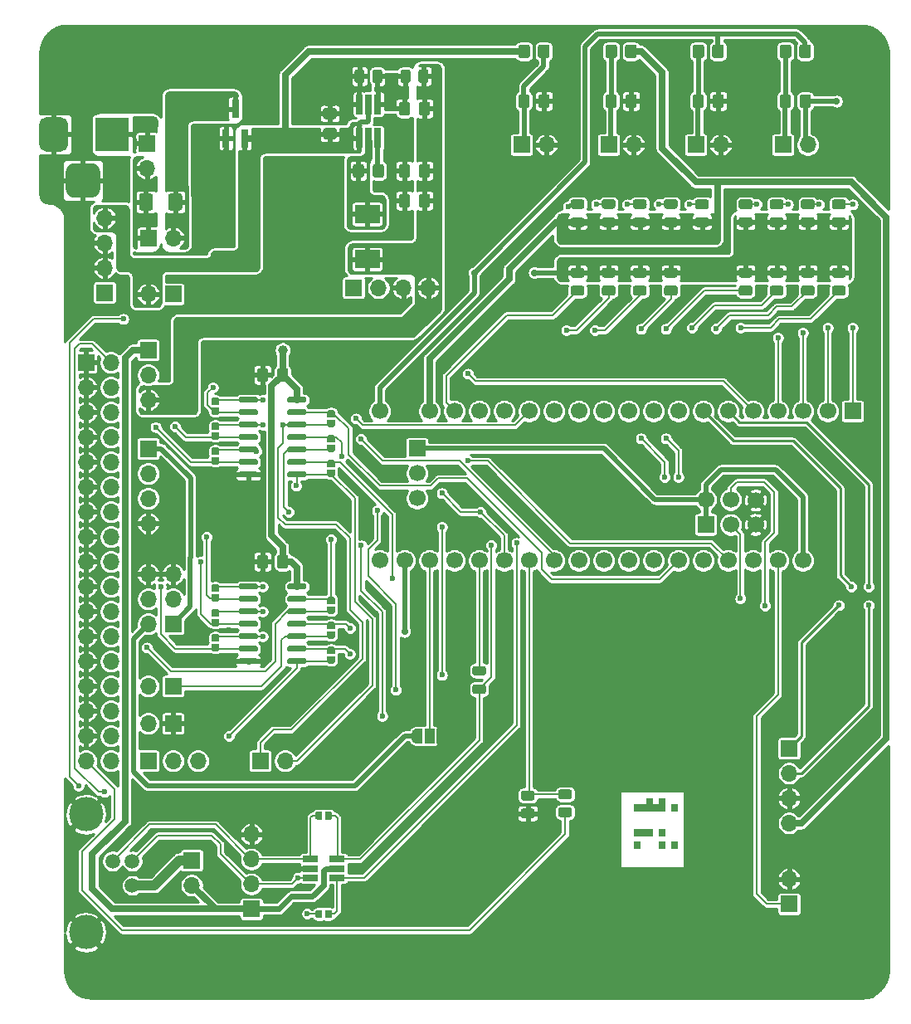
<source format=gbr>
G04 #@! TF.GenerationSoftware,KiCad,Pcbnew,(5.1.9)-1*
G04 #@! TF.CreationDate,2021-09-13T16:43:51+01:00*
G04 #@! TF.ProjectId,Greaseweazle F1 Plus Rev 1.1,47726561-7365-4776-9561-7a6c65204631,1*
G04 #@! TF.SameCoordinates,PX6312cb0PY6bcb370*
G04 #@! TF.FileFunction,Copper,L1,Top*
G04 #@! TF.FilePolarity,Positive*
%FSLAX46Y46*%
G04 Gerber Fmt 4.6, Leading zero omitted, Abs format (unit mm)*
G04 Created by KiCad (PCBNEW (5.1.9)-1) date 2021-09-13 16:43:51*
%MOMM*%
%LPD*%
G01*
G04 APERTURE LIST*
G04 #@! TA.AperFunction,EtchedComponent*
%ADD10C,0.100000*%
G04 #@! TD*
G04 #@! TA.AperFunction,ComponentPad*
%ADD11O,1.700000X1.700000*%
G04 #@! TD*
G04 #@! TA.AperFunction,ComponentPad*
%ADD12R,1.700000X1.700000*%
G04 #@! TD*
G04 #@! TA.AperFunction,ComponentPad*
%ADD13C,4.064000*%
G04 #@! TD*
G04 #@! TA.AperFunction,SMDPad,CuDef*
%ADD14R,1.000000X1.500000*%
G04 #@! TD*
G04 #@! TA.AperFunction,SMDPad,CuDef*
%ADD15C,0.100000*%
G04 #@! TD*
G04 #@! TA.AperFunction,ComponentPad*
%ADD16C,1.700000*%
G04 #@! TD*
G04 #@! TA.AperFunction,SMDPad,CuDef*
%ADD17R,0.650000X2.000000*%
G04 #@! TD*
G04 #@! TA.AperFunction,SMDPad,CuDef*
%ADD18R,1.560000X0.650000*%
G04 #@! TD*
G04 #@! TA.AperFunction,SMDPad,CuDef*
%ADD19R,0.800000X1.900000*%
G04 #@! TD*
G04 #@! TA.AperFunction,SMDPad,CuDef*
%ADD20R,2.500000X1.900000*%
G04 #@! TD*
G04 #@! TA.AperFunction,ComponentPad*
%ADD21C,1.501140*%
G04 #@! TD*
G04 #@! TA.AperFunction,ComponentPad*
%ADD22C,3.500120*%
G04 #@! TD*
G04 #@! TA.AperFunction,ComponentPad*
%ADD23R,3.500000X3.500000*%
G04 #@! TD*
G04 #@! TA.AperFunction,ViaPad*
%ADD24C,0.600000*%
G04 #@! TD*
G04 #@! TA.AperFunction,ViaPad*
%ADD25C,0.800000*%
G04 #@! TD*
G04 #@! TA.AperFunction,ViaPad*
%ADD26C,0.700000*%
G04 #@! TD*
G04 #@! TA.AperFunction,ViaPad*
%ADD27C,1.000000*%
G04 #@! TD*
G04 #@! TA.AperFunction,Conductor*
%ADD28C,0.500000*%
G04 #@! TD*
G04 #@! TA.AperFunction,Conductor*
%ADD29C,0.700000*%
G04 #@! TD*
G04 #@! TA.AperFunction,Conductor*
%ADD30C,0.200000*%
G04 #@! TD*
G04 #@! TA.AperFunction,Conductor*
%ADD31C,0.250000*%
G04 #@! TD*
G04 #@! TA.AperFunction,Conductor*
%ADD32C,0.600000*%
G04 #@! TD*
G04 #@! TA.AperFunction,Conductor*
%ADD33C,1.000000*%
G04 #@! TD*
G04 #@! TA.AperFunction,Conductor*
%ADD34C,0.254000*%
G04 #@! TD*
G04 #@! TA.AperFunction,Conductor*
%ADD35C,0.100000*%
G04 #@! TD*
G04 APERTURE END LIST*
D10*
G36*
X50419000Y-8890000D02*
G01*
X49784000Y-8890000D01*
X49784000Y-8255000D01*
X50419000Y-8255000D01*
X50419000Y-8890000D01*
G37*
X50419000Y-8890000D02*
X49784000Y-8890000D01*
X49784000Y-8255000D01*
X50419000Y-8255000D01*
X50419000Y-8890000D01*
G36*
X52959000Y-8890000D02*
G01*
X52324000Y-8890000D01*
X52324000Y-8255000D01*
X52959000Y-8255000D01*
X52959000Y-8890000D01*
G37*
X52959000Y-8890000D02*
X52324000Y-8890000D01*
X52324000Y-8255000D01*
X52959000Y-8255000D01*
X52959000Y-8890000D01*
G36*
X52959000Y-7620000D02*
G01*
X52324000Y-7620000D01*
X52324000Y-6985000D01*
X52959000Y-6985000D01*
X52959000Y-7620000D01*
G37*
X52959000Y-7620000D02*
X52324000Y-7620000D01*
X52324000Y-6985000D01*
X52959000Y-6985000D01*
X52959000Y-7620000D01*
G36*
X51689000Y-7620000D02*
G01*
X51054000Y-7620000D01*
X51054000Y-6985000D01*
X51689000Y-6985000D01*
X51689000Y-7620000D01*
G37*
X51689000Y-7620000D02*
X51054000Y-7620000D01*
X51054000Y-6985000D01*
X51689000Y-6985000D01*
X51689000Y-7620000D01*
G36*
X51054000Y-7620000D02*
G01*
X50419000Y-7620000D01*
X50419000Y-6985000D01*
X51054000Y-6985000D01*
X51054000Y-7620000D01*
G37*
X51054000Y-7620000D02*
X50419000Y-7620000D01*
X50419000Y-6985000D01*
X51054000Y-6985000D01*
X51054000Y-7620000D01*
G36*
X50419000Y-7620000D02*
G01*
X49784000Y-7620000D01*
X49784000Y-6985000D01*
X50419000Y-6985000D01*
X50419000Y-7620000D01*
G37*
X50419000Y-7620000D02*
X49784000Y-7620000D01*
X49784000Y-6985000D01*
X50419000Y-6985000D01*
X50419000Y-7620000D01*
G36*
X50419000Y-5080000D02*
G01*
X49784000Y-5080000D01*
X49784000Y-4445000D01*
X50419000Y-4445000D01*
X50419000Y-5080000D01*
G37*
X50419000Y-5080000D02*
X49784000Y-5080000D01*
X49784000Y-4445000D01*
X50419000Y-4445000D01*
X50419000Y-5080000D01*
G36*
X51054000Y-5080000D02*
G01*
X50419000Y-5080000D01*
X50419000Y-4445000D01*
X51054000Y-4445000D01*
X51054000Y-5080000D01*
G37*
X51054000Y-5080000D02*
X50419000Y-5080000D01*
X50419000Y-4445000D01*
X51054000Y-4445000D01*
X51054000Y-5080000D01*
G36*
X51689000Y-4445000D02*
G01*
X51054000Y-4445000D01*
X51054000Y-3810000D01*
X51689000Y-3810000D01*
X51689000Y-4445000D01*
G37*
X51689000Y-4445000D02*
X51054000Y-4445000D01*
X51054000Y-3810000D01*
X51689000Y-3810000D01*
X51689000Y-4445000D01*
G36*
X51689000Y-5080000D02*
G01*
X51054000Y-5080000D01*
X51054000Y-4445000D01*
X51689000Y-4445000D01*
X51689000Y-5080000D01*
G37*
X51689000Y-5080000D02*
X51054000Y-5080000D01*
X51054000Y-4445000D01*
X51689000Y-4445000D01*
X51689000Y-5080000D01*
G36*
X52324000Y-5080000D02*
G01*
X51689000Y-5080000D01*
X51689000Y-4445000D01*
X52324000Y-4445000D01*
X52324000Y-5080000D01*
G37*
X52324000Y-5080000D02*
X51689000Y-5080000D01*
X51689000Y-4445000D01*
X52324000Y-4445000D01*
X52324000Y-5080000D01*
G36*
X52959000Y-5080000D02*
G01*
X52324000Y-5080000D01*
X52324000Y-4445000D01*
X52959000Y-4445000D01*
X52959000Y-5080000D01*
G37*
X52959000Y-5080000D02*
X52324000Y-5080000D01*
X52324000Y-4445000D01*
X52959000Y-4445000D01*
X52959000Y-5080000D01*
G36*
X52959000Y-4445000D02*
G01*
X52324000Y-4445000D01*
X52324000Y-3810000D01*
X52959000Y-3810000D01*
X52959000Y-4445000D01*
G37*
X52959000Y-4445000D02*
X52324000Y-4445000D01*
X52324000Y-3810000D01*
X52959000Y-3810000D01*
X52959000Y-4445000D01*
G36*
X54229000Y-8890000D02*
G01*
X53594000Y-8890000D01*
X53594000Y-8255000D01*
X54229000Y-8255000D01*
X54229000Y-8890000D01*
G37*
X54229000Y-8890000D02*
X53594000Y-8890000D01*
X53594000Y-8255000D01*
X54229000Y-8255000D01*
X54229000Y-8890000D01*
G36*
X54229000Y-5080000D02*
G01*
X53594000Y-5080000D01*
X53594000Y-4445000D01*
X54229000Y-4445000D01*
X54229000Y-5080000D01*
G37*
X54229000Y-5080000D02*
X53594000Y-5080000D01*
X53594000Y-4445000D01*
X54229000Y-4445000D01*
X54229000Y-5080000D01*
G36*
X54229000Y-5080000D02*
G01*
X53594000Y-5080000D01*
X53594000Y-4445000D01*
X54229000Y-4445000D01*
X54229000Y-5080000D01*
G37*
X54229000Y-5080000D02*
X53594000Y-5080000D01*
X53594000Y-4445000D01*
X54229000Y-4445000D01*
X54229000Y-5080000D01*
G36*
X54229000Y-8890000D02*
G01*
X53594000Y-8890000D01*
X53594000Y-8255000D01*
X54229000Y-8255000D01*
X54229000Y-8890000D01*
G37*
X54229000Y-8890000D02*
X53594000Y-8890000D01*
X53594000Y-8255000D01*
X54229000Y-8255000D01*
X54229000Y-8890000D01*
G36*
X52959000Y-4445000D02*
G01*
X52324000Y-4445000D01*
X52324000Y-3810000D01*
X52959000Y-3810000D01*
X52959000Y-4445000D01*
G37*
X52959000Y-4445000D02*
X52324000Y-4445000D01*
X52324000Y-3810000D01*
X52959000Y-3810000D01*
X52959000Y-4445000D01*
G36*
X52959000Y-5080000D02*
G01*
X52324000Y-5080000D01*
X52324000Y-4445000D01*
X52959000Y-4445000D01*
X52959000Y-5080000D01*
G37*
X52959000Y-5080000D02*
X52324000Y-5080000D01*
X52324000Y-4445000D01*
X52959000Y-4445000D01*
X52959000Y-5080000D01*
G36*
X52324000Y-5080000D02*
G01*
X51689000Y-5080000D01*
X51689000Y-4445000D01*
X52324000Y-4445000D01*
X52324000Y-5080000D01*
G37*
X52324000Y-5080000D02*
X51689000Y-5080000D01*
X51689000Y-4445000D01*
X52324000Y-4445000D01*
X52324000Y-5080000D01*
G36*
X51689000Y-5080000D02*
G01*
X51054000Y-5080000D01*
X51054000Y-4445000D01*
X51689000Y-4445000D01*
X51689000Y-5080000D01*
G37*
X51689000Y-5080000D02*
X51054000Y-5080000D01*
X51054000Y-4445000D01*
X51689000Y-4445000D01*
X51689000Y-5080000D01*
G36*
X51689000Y-4445000D02*
G01*
X51054000Y-4445000D01*
X51054000Y-3810000D01*
X51689000Y-3810000D01*
X51689000Y-4445000D01*
G37*
X51689000Y-4445000D02*
X51054000Y-4445000D01*
X51054000Y-3810000D01*
X51689000Y-3810000D01*
X51689000Y-4445000D01*
G36*
X51054000Y-5080000D02*
G01*
X50419000Y-5080000D01*
X50419000Y-4445000D01*
X51054000Y-4445000D01*
X51054000Y-5080000D01*
G37*
X51054000Y-5080000D02*
X50419000Y-5080000D01*
X50419000Y-4445000D01*
X51054000Y-4445000D01*
X51054000Y-5080000D01*
G36*
X50419000Y-5080000D02*
G01*
X49784000Y-5080000D01*
X49784000Y-4445000D01*
X50419000Y-4445000D01*
X50419000Y-5080000D01*
G37*
X50419000Y-5080000D02*
X49784000Y-5080000D01*
X49784000Y-4445000D01*
X50419000Y-4445000D01*
X50419000Y-5080000D01*
G36*
X50419000Y-7620000D02*
G01*
X49784000Y-7620000D01*
X49784000Y-6985000D01*
X50419000Y-6985000D01*
X50419000Y-7620000D01*
G37*
X50419000Y-7620000D02*
X49784000Y-7620000D01*
X49784000Y-6985000D01*
X50419000Y-6985000D01*
X50419000Y-7620000D01*
G36*
X51054000Y-7620000D02*
G01*
X50419000Y-7620000D01*
X50419000Y-6985000D01*
X51054000Y-6985000D01*
X51054000Y-7620000D01*
G37*
X51054000Y-7620000D02*
X50419000Y-7620000D01*
X50419000Y-6985000D01*
X51054000Y-6985000D01*
X51054000Y-7620000D01*
G36*
X51689000Y-7620000D02*
G01*
X51054000Y-7620000D01*
X51054000Y-6985000D01*
X51689000Y-6985000D01*
X51689000Y-7620000D01*
G37*
X51689000Y-7620000D02*
X51054000Y-7620000D01*
X51054000Y-6985000D01*
X51689000Y-6985000D01*
X51689000Y-7620000D01*
G36*
X52959000Y-7620000D02*
G01*
X52324000Y-7620000D01*
X52324000Y-6985000D01*
X52959000Y-6985000D01*
X52959000Y-7620000D01*
G37*
X52959000Y-7620000D02*
X52324000Y-7620000D01*
X52324000Y-6985000D01*
X52959000Y-6985000D01*
X52959000Y-7620000D01*
G36*
X52959000Y-8890000D02*
G01*
X52324000Y-8890000D01*
X52324000Y-8255000D01*
X52959000Y-8255000D01*
X52959000Y-8890000D01*
G37*
X52959000Y-8890000D02*
X52324000Y-8890000D01*
X52324000Y-8255000D01*
X52959000Y-8255000D01*
X52959000Y-8890000D01*
G36*
X50419000Y-8890000D02*
G01*
X49784000Y-8890000D01*
X49784000Y-8255000D01*
X50419000Y-8255000D01*
X50419000Y-8890000D01*
G37*
X50419000Y-8890000D02*
X49784000Y-8890000D01*
X49784000Y-8255000D01*
X50419000Y-8255000D01*
X50419000Y-8890000D01*
D11*
X4699000Y-12700000D03*
D12*
X4699000Y-10160000D03*
D11*
X127000Y60452000D03*
D12*
X127000Y62992000D03*
D11*
X28829000Y48260000D03*
X26289000Y48260000D03*
X23749000Y48260000D03*
D12*
X21209000Y48260000D03*
D11*
X5334000Y0D03*
X2794000Y0D03*
D12*
X254000Y0D03*
D11*
X14224000Y0D03*
D12*
X11684000Y0D03*
D13*
X73114000Y-21584600D03*
X3114000Y-21584600D03*
X73114000Y72415400D03*
X3114000Y72415400D03*
D14*
X28956000Y2540000D03*
G04 #@! TA.AperFunction,SMDPad,CuDef*
D15*
G36*
X27656000Y1790602D02*
G01*
X27631466Y1790602D01*
X27582635Y1795412D01*
X27534510Y1804984D01*
X27487555Y1819228D01*
X27442222Y1838005D01*
X27398949Y1861136D01*
X27358150Y1888396D01*
X27320221Y1919524D01*
X27285524Y1954221D01*
X27254396Y1992150D01*
X27227136Y2032949D01*
X27204005Y2076222D01*
X27185228Y2121555D01*
X27170984Y2168510D01*
X27161412Y2216635D01*
X27156602Y2265466D01*
X27156602Y2290000D01*
X27156000Y2290000D01*
X27156000Y2790000D01*
X27156602Y2790000D01*
X27156602Y2814534D01*
X27161412Y2863365D01*
X27170984Y2911490D01*
X27185228Y2958445D01*
X27204005Y3003778D01*
X27227136Y3047051D01*
X27254396Y3087850D01*
X27285524Y3125779D01*
X27320221Y3160476D01*
X27358150Y3191604D01*
X27398949Y3218864D01*
X27442222Y3241995D01*
X27487555Y3260772D01*
X27534510Y3275016D01*
X27582635Y3284588D01*
X27631466Y3289398D01*
X27656000Y3289398D01*
X27656000Y3290000D01*
X28206000Y3290000D01*
X28206000Y1790000D01*
X27656000Y1790000D01*
X27656000Y1790602D01*
G37*
G04 #@! TD.AperFunction*
G04 #@! TA.AperFunction,SMDPad,CuDef*
G36*
X29706000Y3290000D02*
G01*
X30256000Y3290000D01*
X30256000Y3289398D01*
X30280534Y3289398D01*
X30329365Y3284588D01*
X30377490Y3275016D01*
X30424445Y3260772D01*
X30469778Y3241995D01*
X30513051Y3218864D01*
X30553850Y3191604D01*
X30591779Y3160476D01*
X30626476Y3125779D01*
X30657604Y3087850D01*
X30684864Y3047051D01*
X30707995Y3003778D01*
X30726772Y2958445D01*
X30741016Y2911490D01*
X30750588Y2863365D01*
X30755398Y2814534D01*
X30755398Y2790000D01*
X30756000Y2790000D01*
X30756000Y2290000D01*
X30755398Y2290000D01*
X30755398Y2265466D01*
X30750588Y2216635D01*
X30741016Y2168510D01*
X30726772Y2121555D01*
X30707995Y2076222D01*
X30684864Y2032949D01*
X30657604Y1992150D01*
X30626476Y1954221D01*
X30591779Y1919524D01*
X30553850Y1888396D01*
X30513051Y1861136D01*
X30469778Y1838005D01*
X30424445Y1819228D01*
X30377490Y1804984D01*
X30329365Y1795412D01*
X30280534Y1790602D01*
X30256000Y1790602D01*
X30256000Y1790000D01*
X29706000Y1790000D01*
X29706000Y3290000D01*
G37*
G04 #@! TD.AperFunction*
G04 #@! TA.AperFunction,SMDPad,CuDef*
G36*
X18796000Y-15221301D02*
G01*
X18808267Y-15221301D01*
X18832683Y-15223706D01*
X18856745Y-15228492D01*
X18880222Y-15235614D01*
X18902889Y-15245003D01*
X18924526Y-15256568D01*
X18944925Y-15270198D01*
X18963890Y-15285762D01*
X18981238Y-15303110D01*
X18996802Y-15322075D01*
X19010432Y-15342474D01*
X19021997Y-15364111D01*
X19031386Y-15386778D01*
X19038508Y-15410255D01*
X19043294Y-15434317D01*
X19045699Y-15458733D01*
X19045699Y-15483267D01*
X19044445Y-15496000D01*
X19046000Y-15496000D01*
X19046000Y-15746000D01*
X19044445Y-15746000D01*
X19045699Y-15758733D01*
X19045699Y-15783267D01*
X19043294Y-15807683D01*
X19038508Y-15831745D01*
X19031386Y-15855222D01*
X19021997Y-15877889D01*
X19010432Y-15899526D01*
X18996802Y-15919925D01*
X18981238Y-15938890D01*
X18963890Y-15956238D01*
X18944925Y-15971802D01*
X18924526Y-15985432D01*
X18902889Y-15996997D01*
X18880222Y-16006386D01*
X18856745Y-16013508D01*
X18832683Y-16018294D01*
X18808267Y-16020699D01*
X18796000Y-16020699D01*
X18796000Y-16021000D01*
X18296000Y-16021000D01*
X18296000Y-15221000D01*
X18796000Y-15221000D01*
X18796000Y-15221301D01*
G37*
G04 #@! TD.AperFunction*
G04 #@! TA.AperFunction,SMDPad,CuDef*
G36*
X18026000Y-16021000D02*
G01*
X17526000Y-16021000D01*
X17526000Y-16020699D01*
X17513733Y-16020699D01*
X17489317Y-16018294D01*
X17465255Y-16013508D01*
X17441778Y-16006386D01*
X17419111Y-15996997D01*
X17397474Y-15985432D01*
X17377075Y-15971802D01*
X17358110Y-15956238D01*
X17340762Y-15938890D01*
X17325198Y-15919925D01*
X17311568Y-15899526D01*
X17300003Y-15877889D01*
X17290614Y-15855222D01*
X17283492Y-15831745D01*
X17278706Y-15807683D01*
X17276301Y-15783267D01*
X17276301Y-15758733D01*
X17277555Y-15746000D01*
X17276000Y-15746000D01*
X17276000Y-15496000D01*
X17277555Y-15496000D01*
X17276301Y-15483267D01*
X17276301Y-15458733D01*
X17278706Y-15434317D01*
X17283492Y-15410255D01*
X17290614Y-15386778D01*
X17300003Y-15364111D01*
X17311568Y-15342474D01*
X17325198Y-15322075D01*
X17340762Y-15303110D01*
X17358110Y-15285762D01*
X17377075Y-15270198D01*
X17397474Y-15256568D01*
X17419111Y-15245003D01*
X17441778Y-15235614D01*
X17465255Y-15228492D01*
X17489317Y-15223706D01*
X17513733Y-15221301D01*
X17526000Y-15221301D01*
X17526000Y-15221000D01*
X18026000Y-15221000D01*
X18026000Y-16021000D01*
G37*
G04 #@! TD.AperFunction*
G04 #@! TA.AperFunction,SMDPad,CuDef*
G36*
X18796000Y-5188301D02*
G01*
X18808267Y-5188301D01*
X18832683Y-5190706D01*
X18856745Y-5195492D01*
X18880222Y-5202614D01*
X18902889Y-5212003D01*
X18924526Y-5223568D01*
X18944925Y-5237198D01*
X18963890Y-5252762D01*
X18981238Y-5270110D01*
X18996802Y-5289075D01*
X19010432Y-5309474D01*
X19021997Y-5331111D01*
X19031386Y-5353778D01*
X19038508Y-5377255D01*
X19043294Y-5401317D01*
X19045699Y-5425733D01*
X19045699Y-5450267D01*
X19044445Y-5463000D01*
X19046000Y-5463000D01*
X19046000Y-5713000D01*
X19044445Y-5713000D01*
X19045699Y-5725733D01*
X19045699Y-5750267D01*
X19043294Y-5774683D01*
X19038508Y-5798745D01*
X19031386Y-5822222D01*
X19021997Y-5844889D01*
X19010432Y-5866526D01*
X18996802Y-5886925D01*
X18981238Y-5905890D01*
X18963890Y-5923238D01*
X18944925Y-5938802D01*
X18924526Y-5952432D01*
X18902889Y-5963997D01*
X18880222Y-5973386D01*
X18856745Y-5980508D01*
X18832683Y-5985294D01*
X18808267Y-5987699D01*
X18796000Y-5987699D01*
X18796000Y-5988000D01*
X18296000Y-5988000D01*
X18296000Y-5188000D01*
X18796000Y-5188000D01*
X18796000Y-5188301D01*
G37*
G04 #@! TD.AperFunction*
G04 #@! TA.AperFunction,SMDPad,CuDef*
G36*
X18026000Y-5988000D02*
G01*
X17526000Y-5988000D01*
X17526000Y-5987699D01*
X17513733Y-5987699D01*
X17489317Y-5985294D01*
X17465255Y-5980508D01*
X17441778Y-5973386D01*
X17419111Y-5963997D01*
X17397474Y-5952432D01*
X17377075Y-5938802D01*
X17358110Y-5923238D01*
X17340762Y-5905890D01*
X17325198Y-5886925D01*
X17311568Y-5866526D01*
X17300003Y-5844889D01*
X17290614Y-5822222D01*
X17283492Y-5798745D01*
X17278706Y-5774683D01*
X17276301Y-5750267D01*
X17276301Y-5725733D01*
X17277555Y-5713000D01*
X17276000Y-5713000D01*
X17276000Y-5463000D01*
X17277555Y-5463000D01*
X17276301Y-5450267D01*
X17276301Y-5425733D01*
X17278706Y-5401317D01*
X17283492Y-5377255D01*
X17290614Y-5353778D01*
X17300003Y-5331111D01*
X17311568Y-5309474D01*
X17325198Y-5289075D01*
X17340762Y-5270110D01*
X17358110Y-5252762D01*
X17377075Y-5237198D01*
X17397474Y-5223568D01*
X17419111Y-5212003D01*
X17441778Y-5202614D01*
X17465255Y-5195492D01*
X17489317Y-5190706D01*
X17513733Y-5188301D01*
X17526000Y-5188301D01*
X17526000Y-5188000D01*
X18026000Y-5188000D01*
X18026000Y-5988000D01*
G37*
G04 #@! TD.AperFunction*
G04 #@! TA.AperFunction,SMDPad,CuDef*
G36*
X7511699Y16510000D02*
G01*
X7511699Y16497733D01*
X7509294Y16473317D01*
X7504508Y16449255D01*
X7497386Y16425778D01*
X7487997Y16403111D01*
X7476432Y16381474D01*
X7462802Y16361075D01*
X7447238Y16342110D01*
X7429890Y16324762D01*
X7410925Y16309198D01*
X7390526Y16295568D01*
X7368889Y16284003D01*
X7346222Y16274614D01*
X7322745Y16267492D01*
X7298683Y16262706D01*
X7274267Y16260301D01*
X7249733Y16260301D01*
X7237000Y16261555D01*
X7237000Y16260000D01*
X6987000Y16260000D01*
X6987000Y16261555D01*
X6974267Y16260301D01*
X6949733Y16260301D01*
X6925317Y16262706D01*
X6901255Y16267492D01*
X6877778Y16274614D01*
X6855111Y16284003D01*
X6833474Y16295568D01*
X6813075Y16309198D01*
X6794110Y16324762D01*
X6776762Y16342110D01*
X6761198Y16361075D01*
X6747568Y16381474D01*
X6736003Y16403111D01*
X6726614Y16425778D01*
X6719492Y16449255D01*
X6714706Y16473317D01*
X6712301Y16497733D01*
X6712301Y16510000D01*
X6712000Y16510000D01*
X6712000Y17010000D01*
X7512000Y17010000D01*
X7512000Y16510000D01*
X7511699Y16510000D01*
G37*
G04 #@! TD.AperFunction*
G04 #@! TA.AperFunction,SMDPad,CuDef*
G36*
X6712000Y17280000D02*
G01*
X6712000Y17780000D01*
X6712301Y17780000D01*
X6712301Y17792267D01*
X6714706Y17816683D01*
X6719492Y17840745D01*
X6726614Y17864222D01*
X6736003Y17886889D01*
X6747568Y17908526D01*
X6761198Y17928925D01*
X6776762Y17947890D01*
X6794110Y17965238D01*
X6813075Y17980802D01*
X6833474Y17994432D01*
X6855111Y18005997D01*
X6877778Y18015386D01*
X6901255Y18022508D01*
X6925317Y18027294D01*
X6949733Y18029699D01*
X6974267Y18029699D01*
X6987000Y18028445D01*
X6987000Y18030000D01*
X7237000Y18030000D01*
X7237000Y18028445D01*
X7249733Y18029699D01*
X7274267Y18029699D01*
X7298683Y18027294D01*
X7322745Y18022508D01*
X7346222Y18015386D01*
X7368889Y18005997D01*
X7390526Y17994432D01*
X7410925Y17980802D01*
X7429890Y17965238D01*
X7447238Y17947890D01*
X7462802Y17928925D01*
X7476432Y17908526D01*
X7487997Y17886889D01*
X7497386Y17864222D01*
X7504508Y17840745D01*
X7509294Y17816683D01*
X7511699Y17792267D01*
X7511699Y17780000D01*
X7512000Y17780000D01*
X7512000Y17280000D01*
X6712000Y17280000D01*
G37*
G04 #@! TD.AperFunction*
G04 #@! TA.AperFunction,SMDPad,CuDef*
G36*
X7511699Y13970000D02*
G01*
X7511699Y13957733D01*
X7509294Y13933317D01*
X7504508Y13909255D01*
X7497386Y13885778D01*
X7487997Y13863111D01*
X7476432Y13841474D01*
X7462802Y13821075D01*
X7447238Y13802110D01*
X7429890Y13784762D01*
X7410925Y13769198D01*
X7390526Y13755568D01*
X7368889Y13744003D01*
X7346222Y13734614D01*
X7322745Y13727492D01*
X7298683Y13722706D01*
X7274267Y13720301D01*
X7249733Y13720301D01*
X7237000Y13721555D01*
X7237000Y13720000D01*
X6987000Y13720000D01*
X6987000Y13721555D01*
X6974267Y13720301D01*
X6949733Y13720301D01*
X6925317Y13722706D01*
X6901255Y13727492D01*
X6877778Y13734614D01*
X6855111Y13744003D01*
X6833474Y13755568D01*
X6813075Y13769198D01*
X6794110Y13784762D01*
X6776762Y13802110D01*
X6761198Y13821075D01*
X6747568Y13841474D01*
X6736003Y13863111D01*
X6726614Y13885778D01*
X6719492Y13909255D01*
X6714706Y13933317D01*
X6712301Y13957733D01*
X6712301Y13970000D01*
X6712000Y13970000D01*
X6712000Y14470000D01*
X7512000Y14470000D01*
X7512000Y13970000D01*
X7511699Y13970000D01*
G37*
G04 #@! TD.AperFunction*
G04 #@! TA.AperFunction,SMDPad,CuDef*
G36*
X6712000Y14740000D02*
G01*
X6712000Y15240000D01*
X6712301Y15240000D01*
X6712301Y15252267D01*
X6714706Y15276683D01*
X6719492Y15300745D01*
X6726614Y15324222D01*
X6736003Y15346889D01*
X6747568Y15368526D01*
X6761198Y15388925D01*
X6776762Y15407890D01*
X6794110Y15425238D01*
X6813075Y15440802D01*
X6833474Y15454432D01*
X6855111Y15465997D01*
X6877778Y15475386D01*
X6901255Y15482508D01*
X6925317Y15487294D01*
X6949733Y15489699D01*
X6974267Y15489699D01*
X6987000Y15488445D01*
X6987000Y15490000D01*
X7237000Y15490000D01*
X7237000Y15488445D01*
X7249733Y15489699D01*
X7274267Y15489699D01*
X7298683Y15487294D01*
X7322745Y15482508D01*
X7346222Y15475386D01*
X7368889Y15465997D01*
X7390526Y15454432D01*
X7410925Y15440802D01*
X7429890Y15425238D01*
X7447238Y15407890D01*
X7462802Y15388925D01*
X7476432Y15368526D01*
X7487997Y15346889D01*
X7497386Y15324222D01*
X7504508Y15300745D01*
X7509294Y15276683D01*
X7511699Y15252267D01*
X7511699Y15240000D01*
X7512000Y15240000D01*
X7512000Y14740000D01*
X6712000Y14740000D01*
G37*
G04 #@! TD.AperFunction*
G04 #@! TA.AperFunction,SMDPad,CuDef*
G36*
X7511699Y11430000D02*
G01*
X7511699Y11417733D01*
X7509294Y11393317D01*
X7504508Y11369255D01*
X7497386Y11345778D01*
X7487997Y11323111D01*
X7476432Y11301474D01*
X7462802Y11281075D01*
X7447238Y11262110D01*
X7429890Y11244762D01*
X7410925Y11229198D01*
X7390526Y11215568D01*
X7368889Y11204003D01*
X7346222Y11194614D01*
X7322745Y11187492D01*
X7298683Y11182706D01*
X7274267Y11180301D01*
X7249733Y11180301D01*
X7237000Y11181555D01*
X7237000Y11180000D01*
X6987000Y11180000D01*
X6987000Y11181555D01*
X6974267Y11180301D01*
X6949733Y11180301D01*
X6925317Y11182706D01*
X6901255Y11187492D01*
X6877778Y11194614D01*
X6855111Y11204003D01*
X6833474Y11215568D01*
X6813075Y11229198D01*
X6794110Y11244762D01*
X6776762Y11262110D01*
X6761198Y11281075D01*
X6747568Y11301474D01*
X6736003Y11323111D01*
X6726614Y11345778D01*
X6719492Y11369255D01*
X6714706Y11393317D01*
X6712301Y11417733D01*
X6712301Y11430000D01*
X6712000Y11430000D01*
X6712000Y11930000D01*
X7512000Y11930000D01*
X7512000Y11430000D01*
X7511699Y11430000D01*
G37*
G04 #@! TD.AperFunction*
G04 #@! TA.AperFunction,SMDPad,CuDef*
G36*
X6712000Y12200000D02*
G01*
X6712000Y12700000D01*
X6712301Y12700000D01*
X6712301Y12712267D01*
X6714706Y12736683D01*
X6719492Y12760745D01*
X6726614Y12784222D01*
X6736003Y12806889D01*
X6747568Y12828526D01*
X6761198Y12848925D01*
X6776762Y12867890D01*
X6794110Y12885238D01*
X6813075Y12900802D01*
X6833474Y12914432D01*
X6855111Y12925997D01*
X6877778Y12935386D01*
X6901255Y12942508D01*
X6925317Y12947294D01*
X6949733Y12949699D01*
X6974267Y12949699D01*
X6987000Y12948445D01*
X6987000Y12950000D01*
X7237000Y12950000D01*
X7237000Y12948445D01*
X7249733Y12949699D01*
X7274267Y12949699D01*
X7298683Y12947294D01*
X7322745Y12942508D01*
X7346222Y12935386D01*
X7368889Y12925997D01*
X7390526Y12914432D01*
X7410925Y12900802D01*
X7429890Y12885238D01*
X7447238Y12867890D01*
X7462802Y12848925D01*
X7476432Y12828526D01*
X7487997Y12806889D01*
X7497386Y12784222D01*
X7504508Y12760745D01*
X7509294Y12736683D01*
X7511699Y12712267D01*
X7511699Y12700000D01*
X7512000Y12700000D01*
X7512000Y12200000D01*
X6712000Y12200000D01*
G37*
G04 #@! TD.AperFunction*
G04 #@! TA.AperFunction,SMDPad,CuDef*
G36*
X19322699Y10160000D02*
G01*
X19322699Y10147733D01*
X19320294Y10123317D01*
X19315508Y10099255D01*
X19308386Y10075778D01*
X19298997Y10053111D01*
X19287432Y10031474D01*
X19273802Y10011075D01*
X19258238Y9992110D01*
X19240890Y9974762D01*
X19221925Y9959198D01*
X19201526Y9945568D01*
X19179889Y9934003D01*
X19157222Y9924614D01*
X19133745Y9917492D01*
X19109683Y9912706D01*
X19085267Y9910301D01*
X19060733Y9910301D01*
X19048000Y9911555D01*
X19048000Y9910000D01*
X18798000Y9910000D01*
X18798000Y9911555D01*
X18785267Y9910301D01*
X18760733Y9910301D01*
X18736317Y9912706D01*
X18712255Y9917492D01*
X18688778Y9924614D01*
X18666111Y9934003D01*
X18644474Y9945568D01*
X18624075Y9959198D01*
X18605110Y9974762D01*
X18587762Y9992110D01*
X18572198Y10011075D01*
X18558568Y10031474D01*
X18547003Y10053111D01*
X18537614Y10075778D01*
X18530492Y10099255D01*
X18525706Y10123317D01*
X18523301Y10147733D01*
X18523301Y10160000D01*
X18523000Y10160000D01*
X18523000Y10660000D01*
X19323000Y10660000D01*
X19323000Y10160000D01*
X19322699Y10160000D01*
G37*
G04 #@! TD.AperFunction*
G04 #@! TA.AperFunction,SMDPad,CuDef*
G36*
X18523000Y10930000D02*
G01*
X18523000Y11430000D01*
X18523301Y11430000D01*
X18523301Y11442267D01*
X18525706Y11466683D01*
X18530492Y11490745D01*
X18537614Y11514222D01*
X18547003Y11536889D01*
X18558568Y11558526D01*
X18572198Y11578925D01*
X18587762Y11597890D01*
X18605110Y11615238D01*
X18624075Y11630802D01*
X18644474Y11644432D01*
X18666111Y11655997D01*
X18688778Y11665386D01*
X18712255Y11672508D01*
X18736317Y11677294D01*
X18760733Y11679699D01*
X18785267Y11679699D01*
X18798000Y11678445D01*
X18798000Y11680000D01*
X19048000Y11680000D01*
X19048000Y11678445D01*
X19060733Y11679699D01*
X19085267Y11679699D01*
X19109683Y11677294D01*
X19133745Y11672508D01*
X19157222Y11665386D01*
X19179889Y11655997D01*
X19201526Y11644432D01*
X19221925Y11630802D01*
X19240890Y11615238D01*
X19258238Y11597890D01*
X19273802Y11578925D01*
X19287432Y11558526D01*
X19298997Y11536889D01*
X19308386Y11514222D01*
X19315508Y11490745D01*
X19320294Y11466683D01*
X19322699Y11442267D01*
X19322699Y11430000D01*
X19323000Y11430000D01*
X19323000Y10930000D01*
X18523000Y10930000D01*
G37*
G04 #@! TD.AperFunction*
G04 #@! TA.AperFunction,SMDPad,CuDef*
G36*
X19322699Y12700000D02*
G01*
X19322699Y12687733D01*
X19320294Y12663317D01*
X19315508Y12639255D01*
X19308386Y12615778D01*
X19298997Y12593111D01*
X19287432Y12571474D01*
X19273802Y12551075D01*
X19258238Y12532110D01*
X19240890Y12514762D01*
X19221925Y12499198D01*
X19201526Y12485568D01*
X19179889Y12474003D01*
X19157222Y12464614D01*
X19133745Y12457492D01*
X19109683Y12452706D01*
X19085267Y12450301D01*
X19060733Y12450301D01*
X19048000Y12451555D01*
X19048000Y12450000D01*
X18798000Y12450000D01*
X18798000Y12451555D01*
X18785267Y12450301D01*
X18760733Y12450301D01*
X18736317Y12452706D01*
X18712255Y12457492D01*
X18688778Y12464614D01*
X18666111Y12474003D01*
X18644474Y12485568D01*
X18624075Y12499198D01*
X18605110Y12514762D01*
X18587762Y12532110D01*
X18572198Y12551075D01*
X18558568Y12571474D01*
X18547003Y12593111D01*
X18537614Y12615778D01*
X18530492Y12639255D01*
X18525706Y12663317D01*
X18523301Y12687733D01*
X18523301Y12700000D01*
X18523000Y12700000D01*
X18523000Y13200000D01*
X19323000Y13200000D01*
X19323000Y12700000D01*
X19322699Y12700000D01*
G37*
G04 #@! TD.AperFunction*
G04 #@! TA.AperFunction,SMDPad,CuDef*
G36*
X18523000Y13470000D02*
G01*
X18523000Y13970000D01*
X18523301Y13970000D01*
X18523301Y13982267D01*
X18525706Y14006683D01*
X18530492Y14030745D01*
X18537614Y14054222D01*
X18547003Y14076889D01*
X18558568Y14098526D01*
X18572198Y14118925D01*
X18587762Y14137890D01*
X18605110Y14155238D01*
X18624075Y14170802D01*
X18644474Y14184432D01*
X18666111Y14195997D01*
X18688778Y14205386D01*
X18712255Y14212508D01*
X18736317Y14217294D01*
X18760733Y14219699D01*
X18785267Y14219699D01*
X18798000Y14218445D01*
X18798000Y14220000D01*
X19048000Y14220000D01*
X19048000Y14218445D01*
X19060733Y14219699D01*
X19085267Y14219699D01*
X19109683Y14217294D01*
X19133745Y14212508D01*
X19157222Y14205386D01*
X19179889Y14195997D01*
X19201526Y14184432D01*
X19221925Y14170802D01*
X19240890Y14155238D01*
X19258238Y14137890D01*
X19273802Y14118925D01*
X19287432Y14098526D01*
X19298997Y14076889D01*
X19308386Y14054222D01*
X19315508Y14030745D01*
X19320294Y14006683D01*
X19322699Y13982267D01*
X19322699Y13970000D01*
X19323000Y13970000D01*
X19323000Y13470000D01*
X18523000Y13470000D01*
G37*
G04 #@! TD.AperFunction*
G04 #@! TA.AperFunction,SMDPad,CuDef*
G36*
X19322699Y15240000D02*
G01*
X19322699Y15227733D01*
X19320294Y15203317D01*
X19315508Y15179255D01*
X19308386Y15155778D01*
X19298997Y15133111D01*
X19287432Y15111474D01*
X19273802Y15091075D01*
X19258238Y15072110D01*
X19240890Y15054762D01*
X19221925Y15039198D01*
X19201526Y15025568D01*
X19179889Y15014003D01*
X19157222Y15004614D01*
X19133745Y14997492D01*
X19109683Y14992706D01*
X19085267Y14990301D01*
X19060733Y14990301D01*
X19048000Y14991555D01*
X19048000Y14990000D01*
X18798000Y14990000D01*
X18798000Y14991555D01*
X18785267Y14990301D01*
X18760733Y14990301D01*
X18736317Y14992706D01*
X18712255Y14997492D01*
X18688778Y15004614D01*
X18666111Y15014003D01*
X18644474Y15025568D01*
X18624075Y15039198D01*
X18605110Y15054762D01*
X18587762Y15072110D01*
X18572198Y15091075D01*
X18558568Y15111474D01*
X18547003Y15133111D01*
X18537614Y15155778D01*
X18530492Y15179255D01*
X18525706Y15203317D01*
X18523301Y15227733D01*
X18523301Y15240000D01*
X18523000Y15240000D01*
X18523000Y15740000D01*
X19323000Y15740000D01*
X19323000Y15240000D01*
X19322699Y15240000D01*
G37*
G04 #@! TD.AperFunction*
G04 #@! TA.AperFunction,SMDPad,CuDef*
G36*
X18523000Y16010000D02*
G01*
X18523000Y16510000D01*
X18523301Y16510000D01*
X18523301Y16522267D01*
X18525706Y16546683D01*
X18530492Y16570745D01*
X18537614Y16594222D01*
X18547003Y16616889D01*
X18558568Y16638526D01*
X18572198Y16658925D01*
X18587762Y16677890D01*
X18605110Y16695238D01*
X18624075Y16710802D01*
X18644474Y16724432D01*
X18666111Y16735997D01*
X18688778Y16745386D01*
X18712255Y16752508D01*
X18736317Y16757294D01*
X18760733Y16759699D01*
X18785267Y16759699D01*
X18798000Y16758445D01*
X18798000Y16760000D01*
X19048000Y16760000D01*
X19048000Y16758445D01*
X19060733Y16759699D01*
X19085267Y16759699D01*
X19109683Y16757294D01*
X19133745Y16752508D01*
X19157222Y16745386D01*
X19179889Y16735997D01*
X19201526Y16724432D01*
X19221925Y16710802D01*
X19240890Y16695238D01*
X19258238Y16677890D01*
X19273802Y16658925D01*
X19287432Y16638526D01*
X19298997Y16616889D01*
X19308386Y16594222D01*
X19315508Y16570745D01*
X19320294Y16546683D01*
X19322699Y16522267D01*
X19322699Y16510000D01*
X19323000Y16510000D01*
X19323000Y16010000D01*
X18523000Y16010000D01*
G37*
G04 #@! TD.AperFunction*
G04 #@! TA.AperFunction,SMDPad,CuDef*
G36*
X7511699Y35558000D02*
G01*
X7511699Y35545733D01*
X7509294Y35521317D01*
X7504508Y35497255D01*
X7497386Y35473778D01*
X7487997Y35451111D01*
X7476432Y35429474D01*
X7462802Y35409075D01*
X7447238Y35390110D01*
X7429890Y35372762D01*
X7410925Y35357198D01*
X7390526Y35343568D01*
X7368889Y35332003D01*
X7346222Y35322614D01*
X7322745Y35315492D01*
X7298683Y35310706D01*
X7274267Y35308301D01*
X7249733Y35308301D01*
X7237000Y35309555D01*
X7237000Y35308000D01*
X6987000Y35308000D01*
X6987000Y35309555D01*
X6974267Y35308301D01*
X6949733Y35308301D01*
X6925317Y35310706D01*
X6901255Y35315492D01*
X6877778Y35322614D01*
X6855111Y35332003D01*
X6833474Y35343568D01*
X6813075Y35357198D01*
X6794110Y35372762D01*
X6776762Y35390110D01*
X6761198Y35409075D01*
X6747568Y35429474D01*
X6736003Y35451111D01*
X6726614Y35473778D01*
X6719492Y35497255D01*
X6714706Y35521317D01*
X6712301Y35545733D01*
X6712301Y35558000D01*
X6712000Y35558000D01*
X6712000Y36058000D01*
X7512000Y36058000D01*
X7512000Y35558000D01*
X7511699Y35558000D01*
G37*
G04 #@! TD.AperFunction*
G04 #@! TA.AperFunction,SMDPad,CuDef*
G36*
X6712000Y36328000D02*
G01*
X6712000Y36828000D01*
X6712301Y36828000D01*
X6712301Y36840267D01*
X6714706Y36864683D01*
X6719492Y36888745D01*
X6726614Y36912222D01*
X6736003Y36934889D01*
X6747568Y36956526D01*
X6761198Y36976925D01*
X6776762Y36995890D01*
X6794110Y37013238D01*
X6813075Y37028802D01*
X6833474Y37042432D01*
X6855111Y37053997D01*
X6877778Y37063386D01*
X6901255Y37070508D01*
X6925317Y37075294D01*
X6949733Y37077699D01*
X6974267Y37077699D01*
X6987000Y37076445D01*
X6987000Y37078000D01*
X7237000Y37078000D01*
X7237000Y37076445D01*
X7249733Y37077699D01*
X7274267Y37077699D01*
X7298683Y37075294D01*
X7322745Y37070508D01*
X7346222Y37063386D01*
X7368889Y37053997D01*
X7390526Y37042432D01*
X7410925Y37028802D01*
X7429890Y37013238D01*
X7447238Y36995890D01*
X7462802Y36976925D01*
X7476432Y36956526D01*
X7487997Y36934889D01*
X7497386Y36912222D01*
X7504508Y36888745D01*
X7509294Y36864683D01*
X7511699Y36840267D01*
X7511699Y36828000D01*
X7512000Y36828000D01*
X7512000Y36328000D01*
X6712000Y36328000D01*
G37*
G04 #@! TD.AperFunction*
G04 #@! TA.AperFunction,SMDPad,CuDef*
G36*
X7511699Y33020000D02*
G01*
X7511699Y33007733D01*
X7509294Y32983317D01*
X7504508Y32959255D01*
X7497386Y32935778D01*
X7487997Y32913111D01*
X7476432Y32891474D01*
X7462802Y32871075D01*
X7447238Y32852110D01*
X7429890Y32834762D01*
X7410925Y32819198D01*
X7390526Y32805568D01*
X7368889Y32794003D01*
X7346222Y32784614D01*
X7322745Y32777492D01*
X7298683Y32772706D01*
X7274267Y32770301D01*
X7249733Y32770301D01*
X7237000Y32771555D01*
X7237000Y32770000D01*
X6987000Y32770000D01*
X6987000Y32771555D01*
X6974267Y32770301D01*
X6949733Y32770301D01*
X6925317Y32772706D01*
X6901255Y32777492D01*
X6877778Y32784614D01*
X6855111Y32794003D01*
X6833474Y32805568D01*
X6813075Y32819198D01*
X6794110Y32834762D01*
X6776762Y32852110D01*
X6761198Y32871075D01*
X6747568Y32891474D01*
X6736003Y32913111D01*
X6726614Y32935778D01*
X6719492Y32959255D01*
X6714706Y32983317D01*
X6712301Y33007733D01*
X6712301Y33020000D01*
X6712000Y33020000D01*
X6712000Y33520000D01*
X7512000Y33520000D01*
X7512000Y33020000D01*
X7511699Y33020000D01*
G37*
G04 #@! TD.AperFunction*
G04 #@! TA.AperFunction,SMDPad,CuDef*
G36*
X6712000Y33790000D02*
G01*
X6712000Y34290000D01*
X6712301Y34290000D01*
X6712301Y34302267D01*
X6714706Y34326683D01*
X6719492Y34350745D01*
X6726614Y34374222D01*
X6736003Y34396889D01*
X6747568Y34418526D01*
X6761198Y34438925D01*
X6776762Y34457890D01*
X6794110Y34475238D01*
X6813075Y34490802D01*
X6833474Y34504432D01*
X6855111Y34515997D01*
X6877778Y34525386D01*
X6901255Y34532508D01*
X6925317Y34537294D01*
X6949733Y34539699D01*
X6974267Y34539699D01*
X6987000Y34538445D01*
X6987000Y34540000D01*
X7237000Y34540000D01*
X7237000Y34538445D01*
X7249733Y34539699D01*
X7274267Y34539699D01*
X7298683Y34537294D01*
X7322745Y34532508D01*
X7346222Y34525386D01*
X7368889Y34515997D01*
X7390526Y34504432D01*
X7410925Y34490802D01*
X7429890Y34475238D01*
X7447238Y34457890D01*
X7462802Y34438925D01*
X7476432Y34418526D01*
X7487997Y34396889D01*
X7497386Y34374222D01*
X7504508Y34350745D01*
X7509294Y34326683D01*
X7511699Y34302267D01*
X7511699Y34290000D01*
X7512000Y34290000D01*
X7512000Y33790000D01*
X6712000Y33790000D01*
G37*
G04 #@! TD.AperFunction*
G04 #@! TA.AperFunction,SMDPad,CuDef*
G36*
X7511699Y30480000D02*
G01*
X7511699Y30467733D01*
X7509294Y30443317D01*
X7504508Y30419255D01*
X7497386Y30395778D01*
X7487997Y30373111D01*
X7476432Y30351474D01*
X7462802Y30331075D01*
X7447238Y30312110D01*
X7429890Y30294762D01*
X7410925Y30279198D01*
X7390526Y30265568D01*
X7368889Y30254003D01*
X7346222Y30244614D01*
X7322745Y30237492D01*
X7298683Y30232706D01*
X7274267Y30230301D01*
X7249733Y30230301D01*
X7237000Y30231555D01*
X7237000Y30230000D01*
X6987000Y30230000D01*
X6987000Y30231555D01*
X6974267Y30230301D01*
X6949733Y30230301D01*
X6925317Y30232706D01*
X6901255Y30237492D01*
X6877778Y30244614D01*
X6855111Y30254003D01*
X6833474Y30265568D01*
X6813075Y30279198D01*
X6794110Y30294762D01*
X6776762Y30312110D01*
X6761198Y30331075D01*
X6747568Y30351474D01*
X6736003Y30373111D01*
X6726614Y30395778D01*
X6719492Y30419255D01*
X6714706Y30443317D01*
X6712301Y30467733D01*
X6712301Y30480000D01*
X6712000Y30480000D01*
X6712000Y30980000D01*
X7512000Y30980000D01*
X7512000Y30480000D01*
X7511699Y30480000D01*
G37*
G04 #@! TD.AperFunction*
G04 #@! TA.AperFunction,SMDPad,CuDef*
G36*
X6712000Y31250000D02*
G01*
X6712000Y31750000D01*
X6712301Y31750000D01*
X6712301Y31762267D01*
X6714706Y31786683D01*
X6719492Y31810745D01*
X6726614Y31834222D01*
X6736003Y31856889D01*
X6747568Y31878526D01*
X6761198Y31898925D01*
X6776762Y31917890D01*
X6794110Y31935238D01*
X6813075Y31950802D01*
X6833474Y31964432D01*
X6855111Y31975997D01*
X6877778Y31985386D01*
X6901255Y31992508D01*
X6925317Y31997294D01*
X6949733Y31999699D01*
X6974267Y31999699D01*
X6987000Y31998445D01*
X6987000Y32000000D01*
X7237000Y32000000D01*
X7237000Y31998445D01*
X7249733Y31999699D01*
X7274267Y31999699D01*
X7298683Y31997294D01*
X7322745Y31992508D01*
X7346222Y31985386D01*
X7368889Y31975997D01*
X7390526Y31964432D01*
X7410925Y31950802D01*
X7429890Y31935238D01*
X7447238Y31917890D01*
X7462802Y31898925D01*
X7476432Y31878526D01*
X7487997Y31856889D01*
X7497386Y31834222D01*
X7504508Y31810745D01*
X7509294Y31786683D01*
X7511699Y31762267D01*
X7511699Y31750000D01*
X7512000Y31750000D01*
X7512000Y31250000D01*
X6712000Y31250000D01*
G37*
G04 #@! TD.AperFunction*
G04 #@! TA.AperFunction,SMDPad,CuDef*
G36*
X19322699Y29210000D02*
G01*
X19322699Y29197733D01*
X19320294Y29173317D01*
X19315508Y29149255D01*
X19308386Y29125778D01*
X19298997Y29103111D01*
X19287432Y29081474D01*
X19273802Y29061075D01*
X19258238Y29042110D01*
X19240890Y29024762D01*
X19221925Y29009198D01*
X19201526Y28995568D01*
X19179889Y28984003D01*
X19157222Y28974614D01*
X19133745Y28967492D01*
X19109683Y28962706D01*
X19085267Y28960301D01*
X19060733Y28960301D01*
X19048000Y28961555D01*
X19048000Y28960000D01*
X18798000Y28960000D01*
X18798000Y28961555D01*
X18785267Y28960301D01*
X18760733Y28960301D01*
X18736317Y28962706D01*
X18712255Y28967492D01*
X18688778Y28974614D01*
X18666111Y28984003D01*
X18644474Y28995568D01*
X18624075Y29009198D01*
X18605110Y29024762D01*
X18587762Y29042110D01*
X18572198Y29061075D01*
X18558568Y29081474D01*
X18547003Y29103111D01*
X18537614Y29125778D01*
X18530492Y29149255D01*
X18525706Y29173317D01*
X18523301Y29197733D01*
X18523301Y29210000D01*
X18523000Y29210000D01*
X18523000Y29710000D01*
X19323000Y29710000D01*
X19323000Y29210000D01*
X19322699Y29210000D01*
G37*
G04 #@! TD.AperFunction*
G04 #@! TA.AperFunction,SMDPad,CuDef*
G36*
X18523000Y29980000D02*
G01*
X18523000Y30480000D01*
X18523301Y30480000D01*
X18523301Y30492267D01*
X18525706Y30516683D01*
X18530492Y30540745D01*
X18537614Y30564222D01*
X18547003Y30586889D01*
X18558568Y30608526D01*
X18572198Y30628925D01*
X18587762Y30647890D01*
X18605110Y30665238D01*
X18624075Y30680802D01*
X18644474Y30694432D01*
X18666111Y30705997D01*
X18688778Y30715386D01*
X18712255Y30722508D01*
X18736317Y30727294D01*
X18760733Y30729699D01*
X18785267Y30729699D01*
X18798000Y30728445D01*
X18798000Y30730000D01*
X19048000Y30730000D01*
X19048000Y30728445D01*
X19060733Y30729699D01*
X19085267Y30729699D01*
X19109683Y30727294D01*
X19133745Y30722508D01*
X19157222Y30715386D01*
X19179889Y30705997D01*
X19201526Y30694432D01*
X19221925Y30680802D01*
X19240890Y30665238D01*
X19258238Y30647890D01*
X19273802Y30628925D01*
X19287432Y30608526D01*
X19298997Y30586889D01*
X19308386Y30564222D01*
X19315508Y30540745D01*
X19320294Y30516683D01*
X19322699Y30492267D01*
X19322699Y30480000D01*
X19323000Y30480000D01*
X19323000Y29980000D01*
X18523000Y29980000D01*
G37*
G04 #@! TD.AperFunction*
G04 #@! TA.AperFunction,SMDPad,CuDef*
G36*
X19322699Y31750000D02*
G01*
X19322699Y31737733D01*
X19320294Y31713317D01*
X19315508Y31689255D01*
X19308386Y31665778D01*
X19298997Y31643111D01*
X19287432Y31621474D01*
X19273802Y31601075D01*
X19258238Y31582110D01*
X19240890Y31564762D01*
X19221925Y31549198D01*
X19201526Y31535568D01*
X19179889Y31524003D01*
X19157222Y31514614D01*
X19133745Y31507492D01*
X19109683Y31502706D01*
X19085267Y31500301D01*
X19060733Y31500301D01*
X19048000Y31501555D01*
X19048000Y31500000D01*
X18798000Y31500000D01*
X18798000Y31501555D01*
X18785267Y31500301D01*
X18760733Y31500301D01*
X18736317Y31502706D01*
X18712255Y31507492D01*
X18688778Y31514614D01*
X18666111Y31524003D01*
X18644474Y31535568D01*
X18624075Y31549198D01*
X18605110Y31564762D01*
X18587762Y31582110D01*
X18572198Y31601075D01*
X18558568Y31621474D01*
X18547003Y31643111D01*
X18537614Y31665778D01*
X18530492Y31689255D01*
X18525706Y31713317D01*
X18523301Y31737733D01*
X18523301Y31750000D01*
X18523000Y31750000D01*
X18523000Y32250000D01*
X19323000Y32250000D01*
X19323000Y31750000D01*
X19322699Y31750000D01*
G37*
G04 #@! TD.AperFunction*
G04 #@! TA.AperFunction,SMDPad,CuDef*
G36*
X18523000Y32520000D02*
G01*
X18523000Y33020000D01*
X18523301Y33020000D01*
X18523301Y33032267D01*
X18525706Y33056683D01*
X18530492Y33080745D01*
X18537614Y33104222D01*
X18547003Y33126889D01*
X18558568Y33148526D01*
X18572198Y33168925D01*
X18587762Y33187890D01*
X18605110Y33205238D01*
X18624075Y33220802D01*
X18644474Y33234432D01*
X18666111Y33245997D01*
X18688778Y33255386D01*
X18712255Y33262508D01*
X18736317Y33267294D01*
X18760733Y33269699D01*
X18785267Y33269699D01*
X18798000Y33268445D01*
X18798000Y33270000D01*
X19048000Y33270000D01*
X19048000Y33268445D01*
X19060733Y33269699D01*
X19085267Y33269699D01*
X19109683Y33267294D01*
X19133745Y33262508D01*
X19157222Y33255386D01*
X19179889Y33245997D01*
X19201526Y33234432D01*
X19221925Y33220802D01*
X19240890Y33205238D01*
X19258238Y33187890D01*
X19273802Y33168925D01*
X19287432Y33148526D01*
X19298997Y33126889D01*
X19308386Y33104222D01*
X19315508Y33080745D01*
X19320294Y33056683D01*
X19322699Y33032267D01*
X19322699Y33020000D01*
X19323000Y33020000D01*
X19323000Y32520000D01*
X18523000Y32520000D01*
G37*
G04 #@! TD.AperFunction*
G04 #@! TA.AperFunction,SMDPad,CuDef*
G36*
X19322699Y34290000D02*
G01*
X19322699Y34277733D01*
X19320294Y34253317D01*
X19315508Y34229255D01*
X19308386Y34205778D01*
X19298997Y34183111D01*
X19287432Y34161474D01*
X19273802Y34141075D01*
X19258238Y34122110D01*
X19240890Y34104762D01*
X19221925Y34089198D01*
X19201526Y34075568D01*
X19179889Y34064003D01*
X19157222Y34054614D01*
X19133745Y34047492D01*
X19109683Y34042706D01*
X19085267Y34040301D01*
X19060733Y34040301D01*
X19048000Y34041555D01*
X19048000Y34040000D01*
X18798000Y34040000D01*
X18798000Y34041555D01*
X18785267Y34040301D01*
X18760733Y34040301D01*
X18736317Y34042706D01*
X18712255Y34047492D01*
X18688778Y34054614D01*
X18666111Y34064003D01*
X18644474Y34075568D01*
X18624075Y34089198D01*
X18605110Y34104762D01*
X18587762Y34122110D01*
X18572198Y34141075D01*
X18558568Y34161474D01*
X18547003Y34183111D01*
X18537614Y34205778D01*
X18530492Y34229255D01*
X18525706Y34253317D01*
X18523301Y34277733D01*
X18523301Y34290000D01*
X18523000Y34290000D01*
X18523000Y34790000D01*
X19323000Y34790000D01*
X19323000Y34290000D01*
X19322699Y34290000D01*
G37*
G04 #@! TD.AperFunction*
G04 #@! TA.AperFunction,SMDPad,CuDef*
G36*
X18523000Y35060000D02*
G01*
X18523000Y35560000D01*
X18523301Y35560000D01*
X18523301Y35572267D01*
X18525706Y35596683D01*
X18530492Y35620745D01*
X18537614Y35644222D01*
X18547003Y35666889D01*
X18558568Y35688526D01*
X18572198Y35708925D01*
X18587762Y35727890D01*
X18605110Y35745238D01*
X18624075Y35760802D01*
X18644474Y35774432D01*
X18666111Y35785997D01*
X18688778Y35795386D01*
X18712255Y35802508D01*
X18736317Y35807294D01*
X18760733Y35809699D01*
X18785267Y35809699D01*
X18798000Y35808445D01*
X18798000Y35810000D01*
X19048000Y35810000D01*
X19048000Y35808445D01*
X19060733Y35809699D01*
X19085267Y35809699D01*
X19109683Y35807294D01*
X19133745Y35802508D01*
X19157222Y35795386D01*
X19179889Y35785997D01*
X19201526Y35774432D01*
X19221925Y35760802D01*
X19240890Y35745238D01*
X19258238Y35727890D01*
X19273802Y35708925D01*
X19287432Y35688526D01*
X19298997Y35666889D01*
X19308386Y35644222D01*
X19315508Y35620745D01*
X19320294Y35596683D01*
X19322699Y35572267D01*
X19322699Y35560000D01*
X19323000Y35560000D01*
X19323000Y35060000D01*
X18523000Y35060000D01*
G37*
G04 #@! TD.AperFunction*
G04 #@! TA.AperFunction,SMDPad,CuDef*
G36*
G01*
X14454000Y36680000D02*
X14454000Y36980000D01*
G75*
G02*
X14604000Y37130000I150000J0D01*
G01*
X16254000Y37130000D01*
G75*
G02*
X16404000Y36980000I0J-150000D01*
G01*
X16404000Y36680000D01*
G75*
G02*
X16254000Y36530000I-150000J0D01*
G01*
X14604000Y36530000D01*
G75*
G02*
X14454000Y36680000I0J150000D01*
G01*
G37*
G04 #@! TD.AperFunction*
G04 #@! TA.AperFunction,SMDPad,CuDef*
G36*
G01*
X14454000Y35410000D02*
X14454000Y35710000D01*
G75*
G02*
X14604000Y35860000I150000J0D01*
G01*
X16254000Y35860000D01*
G75*
G02*
X16404000Y35710000I0J-150000D01*
G01*
X16404000Y35410000D01*
G75*
G02*
X16254000Y35260000I-150000J0D01*
G01*
X14604000Y35260000D01*
G75*
G02*
X14454000Y35410000I0J150000D01*
G01*
G37*
G04 #@! TD.AperFunction*
G04 #@! TA.AperFunction,SMDPad,CuDef*
G36*
G01*
X14454000Y34140000D02*
X14454000Y34440000D01*
G75*
G02*
X14604000Y34590000I150000J0D01*
G01*
X16254000Y34590000D01*
G75*
G02*
X16404000Y34440000I0J-150000D01*
G01*
X16404000Y34140000D01*
G75*
G02*
X16254000Y33990000I-150000J0D01*
G01*
X14604000Y33990000D01*
G75*
G02*
X14454000Y34140000I0J150000D01*
G01*
G37*
G04 #@! TD.AperFunction*
G04 #@! TA.AperFunction,SMDPad,CuDef*
G36*
G01*
X14454000Y32870000D02*
X14454000Y33170000D01*
G75*
G02*
X14604000Y33320000I150000J0D01*
G01*
X16254000Y33320000D01*
G75*
G02*
X16404000Y33170000I0J-150000D01*
G01*
X16404000Y32870000D01*
G75*
G02*
X16254000Y32720000I-150000J0D01*
G01*
X14604000Y32720000D01*
G75*
G02*
X14454000Y32870000I0J150000D01*
G01*
G37*
G04 #@! TD.AperFunction*
G04 #@! TA.AperFunction,SMDPad,CuDef*
G36*
G01*
X14454000Y31600000D02*
X14454000Y31900000D01*
G75*
G02*
X14604000Y32050000I150000J0D01*
G01*
X16254000Y32050000D01*
G75*
G02*
X16404000Y31900000I0J-150000D01*
G01*
X16404000Y31600000D01*
G75*
G02*
X16254000Y31450000I-150000J0D01*
G01*
X14604000Y31450000D01*
G75*
G02*
X14454000Y31600000I0J150000D01*
G01*
G37*
G04 #@! TD.AperFunction*
G04 #@! TA.AperFunction,SMDPad,CuDef*
G36*
G01*
X14454000Y30330000D02*
X14454000Y30630000D01*
G75*
G02*
X14604000Y30780000I150000J0D01*
G01*
X16254000Y30780000D01*
G75*
G02*
X16404000Y30630000I0J-150000D01*
G01*
X16404000Y30330000D01*
G75*
G02*
X16254000Y30180000I-150000J0D01*
G01*
X14604000Y30180000D01*
G75*
G02*
X14454000Y30330000I0J150000D01*
G01*
G37*
G04 #@! TD.AperFunction*
G04 #@! TA.AperFunction,SMDPad,CuDef*
G36*
G01*
X14454000Y29060000D02*
X14454000Y29360000D01*
G75*
G02*
X14604000Y29510000I150000J0D01*
G01*
X16254000Y29510000D01*
G75*
G02*
X16404000Y29360000I0J-150000D01*
G01*
X16404000Y29060000D01*
G75*
G02*
X16254000Y28910000I-150000J0D01*
G01*
X14604000Y28910000D01*
G75*
G02*
X14454000Y29060000I0J150000D01*
G01*
G37*
G04 #@! TD.AperFunction*
G04 #@! TA.AperFunction,SMDPad,CuDef*
G36*
G01*
X9504000Y29060000D02*
X9504000Y29360000D01*
G75*
G02*
X9654000Y29510000I150000J0D01*
G01*
X11304000Y29510000D01*
G75*
G02*
X11454000Y29360000I0J-150000D01*
G01*
X11454000Y29060000D01*
G75*
G02*
X11304000Y28910000I-150000J0D01*
G01*
X9654000Y28910000D01*
G75*
G02*
X9504000Y29060000I0J150000D01*
G01*
G37*
G04 #@! TD.AperFunction*
G04 #@! TA.AperFunction,SMDPad,CuDef*
G36*
G01*
X9504000Y30330000D02*
X9504000Y30630000D01*
G75*
G02*
X9654000Y30780000I150000J0D01*
G01*
X11304000Y30780000D01*
G75*
G02*
X11454000Y30630000I0J-150000D01*
G01*
X11454000Y30330000D01*
G75*
G02*
X11304000Y30180000I-150000J0D01*
G01*
X9654000Y30180000D01*
G75*
G02*
X9504000Y30330000I0J150000D01*
G01*
G37*
G04 #@! TD.AperFunction*
G04 #@! TA.AperFunction,SMDPad,CuDef*
G36*
G01*
X9504000Y31600000D02*
X9504000Y31900000D01*
G75*
G02*
X9654000Y32050000I150000J0D01*
G01*
X11304000Y32050000D01*
G75*
G02*
X11454000Y31900000I0J-150000D01*
G01*
X11454000Y31600000D01*
G75*
G02*
X11304000Y31450000I-150000J0D01*
G01*
X9654000Y31450000D01*
G75*
G02*
X9504000Y31600000I0J150000D01*
G01*
G37*
G04 #@! TD.AperFunction*
G04 #@! TA.AperFunction,SMDPad,CuDef*
G36*
G01*
X9504000Y32870000D02*
X9504000Y33170000D01*
G75*
G02*
X9654000Y33320000I150000J0D01*
G01*
X11304000Y33320000D01*
G75*
G02*
X11454000Y33170000I0J-150000D01*
G01*
X11454000Y32870000D01*
G75*
G02*
X11304000Y32720000I-150000J0D01*
G01*
X9654000Y32720000D01*
G75*
G02*
X9504000Y32870000I0J150000D01*
G01*
G37*
G04 #@! TD.AperFunction*
G04 #@! TA.AperFunction,SMDPad,CuDef*
G36*
G01*
X9504000Y34140000D02*
X9504000Y34440000D01*
G75*
G02*
X9654000Y34590000I150000J0D01*
G01*
X11304000Y34590000D01*
G75*
G02*
X11454000Y34440000I0J-150000D01*
G01*
X11454000Y34140000D01*
G75*
G02*
X11304000Y33990000I-150000J0D01*
G01*
X9654000Y33990000D01*
G75*
G02*
X9504000Y34140000I0J150000D01*
G01*
G37*
G04 #@! TD.AperFunction*
G04 #@! TA.AperFunction,SMDPad,CuDef*
G36*
G01*
X9504000Y35410000D02*
X9504000Y35710000D01*
G75*
G02*
X9654000Y35860000I150000J0D01*
G01*
X11304000Y35860000D01*
G75*
G02*
X11454000Y35710000I0J-150000D01*
G01*
X11454000Y35410000D01*
G75*
G02*
X11304000Y35260000I-150000J0D01*
G01*
X9654000Y35260000D01*
G75*
G02*
X9504000Y35410000I0J150000D01*
G01*
G37*
G04 #@! TD.AperFunction*
G04 #@! TA.AperFunction,SMDPad,CuDef*
G36*
G01*
X9504000Y36680000D02*
X9504000Y36980000D01*
G75*
G02*
X9654000Y37130000I150000J0D01*
G01*
X11304000Y37130000D01*
G75*
G02*
X11454000Y36980000I0J-150000D01*
G01*
X11454000Y36680000D01*
G75*
G02*
X11304000Y36530000I-150000J0D01*
G01*
X9654000Y36530000D01*
G75*
G02*
X9504000Y36680000I0J150000D01*
G01*
G37*
G04 #@! TD.AperFunction*
D11*
X40894000Y62865000D03*
D12*
X38354000Y62865000D03*
D11*
X49784000Y62865000D03*
D12*
X47244000Y62865000D03*
D11*
X58674000Y62865000D03*
D12*
X56134000Y62865000D03*
D11*
X67564000Y62865000D03*
D12*
X65024000Y62865000D03*
D16*
X57150000Y26657300D03*
X59690000Y26657300D03*
X62230000Y26593800D03*
D12*
X57150000Y24117300D03*
D16*
X62230000Y24117300D03*
X59690000Y24117300D03*
X23876000Y35687000D03*
X23876000Y20447000D03*
X26416000Y35687000D03*
X26416000Y20447000D03*
X28956000Y35687000D03*
X28956000Y20447000D03*
X31496000Y35687000D03*
X31496000Y20447000D03*
X34036000Y35687000D03*
X34036000Y20447000D03*
X36576000Y35687000D03*
X36576000Y20447000D03*
X39116000Y35687000D03*
X39116000Y20447000D03*
X41656000Y35687000D03*
X41656000Y20447000D03*
X44196000Y35687000D03*
X44196000Y20447000D03*
X46736000Y35687000D03*
X46736000Y20447000D03*
X49276000Y35687000D03*
X49276000Y20447000D03*
X51816000Y35687000D03*
X51816000Y20447000D03*
X54356000Y35687000D03*
X54356000Y20447000D03*
X56896000Y35687000D03*
X56896000Y20447000D03*
X59436000Y35687000D03*
X59436000Y20447000D03*
X61976000Y35687000D03*
X61976000Y20447000D03*
X64516000Y35687000D03*
X64516000Y20447000D03*
X67056000Y35687000D03*
X67056000Y20447000D03*
X69596000Y35687000D03*
X69596000Y20447000D03*
D12*
X72136000Y35687000D03*
D16*
X72136000Y20447000D03*
X27686000Y24257000D03*
X27686000Y26797000D03*
X27686000Y29337000D03*
D12*
X27686000Y31877000D03*
G04 #@! TA.AperFunction,SMDPad,CuDef*
G36*
G01*
X39224000Y72840001D02*
X39224000Y71939999D01*
G75*
G02*
X38974001Y71690000I-249999J0D01*
G01*
X38273999Y71690000D01*
G75*
G02*
X38024000Y71939999I0J249999D01*
G01*
X38024000Y72840001D01*
G75*
G02*
X38273999Y73090000I249999J0D01*
G01*
X38974001Y73090000D01*
G75*
G02*
X39224000Y72840001I0J-249999D01*
G01*
G37*
G04 #@! TD.AperFunction*
G04 #@! TA.AperFunction,SMDPad,CuDef*
G36*
G01*
X41224000Y72840001D02*
X41224000Y71939999D01*
G75*
G02*
X40974001Y71690000I-249999J0D01*
G01*
X40273999Y71690000D01*
G75*
G02*
X40024000Y71939999I0J249999D01*
G01*
X40024000Y72840001D01*
G75*
G02*
X40273999Y73090000I249999J0D01*
G01*
X40974001Y73090000D01*
G75*
G02*
X41224000Y72840001I0J-249999D01*
G01*
G37*
G04 #@! TD.AperFunction*
G04 #@! TA.AperFunction,SMDPad,CuDef*
G36*
G01*
X48914000Y71939999D02*
X48914000Y72840001D01*
G75*
G02*
X49163999Y73090000I249999J0D01*
G01*
X49864001Y73090000D01*
G75*
G02*
X50114000Y72840001I0J-249999D01*
G01*
X50114000Y71939999D01*
G75*
G02*
X49864001Y71690000I-249999J0D01*
G01*
X49163999Y71690000D01*
G75*
G02*
X48914000Y71939999I0J249999D01*
G01*
G37*
G04 #@! TD.AperFunction*
G04 #@! TA.AperFunction,SMDPad,CuDef*
G36*
G01*
X46914000Y71939999D02*
X46914000Y72840001D01*
G75*
G02*
X47163999Y73090000I249999J0D01*
G01*
X47864001Y73090000D01*
G75*
G02*
X48114000Y72840001I0J-249999D01*
G01*
X48114000Y71939999D01*
G75*
G02*
X47864001Y71690000I-249999J0D01*
G01*
X47163999Y71690000D01*
G75*
G02*
X46914000Y71939999I0J249999D01*
G01*
G37*
G04 #@! TD.AperFunction*
G04 #@! TA.AperFunction,SMDPad,CuDef*
G36*
G01*
X66694000Y71939999D02*
X66694000Y72840001D01*
G75*
G02*
X66943999Y73090000I249999J0D01*
G01*
X67644001Y73090000D01*
G75*
G02*
X67894000Y72840001I0J-249999D01*
G01*
X67894000Y71939999D01*
G75*
G02*
X67644001Y71690000I-249999J0D01*
G01*
X66943999Y71690000D01*
G75*
G02*
X66694000Y71939999I0J249999D01*
G01*
G37*
G04 #@! TD.AperFunction*
G04 #@! TA.AperFunction,SMDPad,CuDef*
G36*
G01*
X64694000Y71939999D02*
X64694000Y72840001D01*
G75*
G02*
X64943999Y73090000I249999J0D01*
G01*
X65644001Y73090000D01*
G75*
G02*
X65894000Y72840001I0J-249999D01*
G01*
X65894000Y71939999D01*
G75*
G02*
X65644001Y71690000I-249999J0D01*
G01*
X64943999Y71690000D01*
G75*
G02*
X64694000Y71939999I0J249999D01*
G01*
G37*
G04 #@! TD.AperFunction*
G04 #@! TA.AperFunction,SMDPad,CuDef*
G36*
G01*
X57804000Y71939999D02*
X57804000Y72840001D01*
G75*
G02*
X58053999Y73090000I249999J0D01*
G01*
X58754001Y73090000D01*
G75*
G02*
X59004000Y72840001I0J-249999D01*
G01*
X59004000Y71939999D01*
G75*
G02*
X58754001Y71690000I-249999J0D01*
G01*
X58053999Y71690000D01*
G75*
G02*
X57804000Y71939999I0J249999D01*
G01*
G37*
G04 #@! TD.AperFunction*
G04 #@! TA.AperFunction,SMDPad,CuDef*
G36*
G01*
X55804000Y71939999D02*
X55804000Y72840001D01*
G75*
G02*
X56053999Y73090000I249999J0D01*
G01*
X56754001Y73090000D01*
G75*
G02*
X57004000Y72840001I0J-249999D01*
G01*
X57004000Y71939999D01*
G75*
G02*
X56754001Y71690000I-249999J0D01*
G01*
X56053999Y71690000D01*
G75*
G02*
X55804000Y71939999I0J249999D01*
G01*
G37*
G04 #@! TD.AperFunction*
G04 #@! TA.AperFunction,SMDPad,CuDef*
G36*
G01*
X39174000Y67760001D02*
X39174000Y66859999D01*
G75*
G02*
X38924001Y66610000I-249999J0D01*
G01*
X38273999Y66610000D01*
G75*
G02*
X38024000Y66859999I0J249999D01*
G01*
X38024000Y67760001D01*
G75*
G02*
X38273999Y68010000I249999J0D01*
G01*
X38924001Y68010000D01*
G75*
G02*
X39174000Y67760001I0J-249999D01*
G01*
G37*
G04 #@! TD.AperFunction*
G04 #@! TA.AperFunction,SMDPad,CuDef*
G36*
G01*
X41224000Y67760001D02*
X41224000Y66859999D01*
G75*
G02*
X40974001Y66610000I-249999J0D01*
G01*
X40323999Y66610000D01*
G75*
G02*
X40074000Y66859999I0J249999D01*
G01*
X40074000Y67760001D01*
G75*
G02*
X40323999Y68010000I249999J0D01*
G01*
X40974001Y68010000D01*
G75*
G02*
X41224000Y67760001I0J-249999D01*
G01*
G37*
G04 #@! TD.AperFunction*
G04 #@! TA.AperFunction,SMDPad,CuDef*
G36*
G01*
X48064000Y67760001D02*
X48064000Y66859999D01*
G75*
G02*
X47814001Y66610000I-249999J0D01*
G01*
X47163999Y66610000D01*
G75*
G02*
X46914000Y66859999I0J249999D01*
G01*
X46914000Y67760001D01*
G75*
G02*
X47163999Y68010000I249999J0D01*
G01*
X47814001Y68010000D01*
G75*
G02*
X48064000Y67760001I0J-249999D01*
G01*
G37*
G04 #@! TD.AperFunction*
G04 #@! TA.AperFunction,SMDPad,CuDef*
G36*
G01*
X50114000Y67760001D02*
X50114000Y66859999D01*
G75*
G02*
X49864001Y66610000I-249999J0D01*
G01*
X49213999Y66610000D01*
G75*
G02*
X48964000Y66859999I0J249999D01*
G01*
X48964000Y67760001D01*
G75*
G02*
X49213999Y68010000I249999J0D01*
G01*
X49864001Y68010000D01*
G75*
G02*
X50114000Y67760001I0J-249999D01*
G01*
G37*
G04 #@! TD.AperFunction*
G04 #@! TA.AperFunction,SMDPad,CuDef*
G36*
G01*
X65844000Y67760001D02*
X65844000Y66859999D01*
G75*
G02*
X65594001Y66610000I-249999J0D01*
G01*
X64943999Y66610000D01*
G75*
G02*
X64694000Y66859999I0J249999D01*
G01*
X64694000Y67760001D01*
G75*
G02*
X64943999Y68010000I249999J0D01*
G01*
X65594001Y68010000D01*
G75*
G02*
X65844000Y67760001I0J-249999D01*
G01*
G37*
G04 #@! TD.AperFunction*
G04 #@! TA.AperFunction,SMDPad,CuDef*
G36*
G01*
X67894000Y67760001D02*
X67894000Y66859999D01*
G75*
G02*
X67644001Y66610000I-249999J0D01*
G01*
X66993999Y66610000D01*
G75*
G02*
X66744000Y66859999I0J249999D01*
G01*
X66744000Y67760001D01*
G75*
G02*
X66993999Y68010000I249999J0D01*
G01*
X67644001Y68010000D01*
G75*
G02*
X67894000Y67760001I0J-249999D01*
G01*
G37*
G04 #@! TD.AperFunction*
G04 #@! TA.AperFunction,SMDPad,CuDef*
G36*
G01*
X56954000Y67760001D02*
X56954000Y66859999D01*
G75*
G02*
X56704001Y66610000I-249999J0D01*
G01*
X56053999Y66610000D01*
G75*
G02*
X55804000Y66859999I0J249999D01*
G01*
X55804000Y67760001D01*
G75*
G02*
X56053999Y68010000I249999J0D01*
G01*
X56704001Y68010000D01*
G75*
G02*
X56954000Y67760001I0J-249999D01*
G01*
G37*
G04 #@! TD.AperFunction*
G04 #@! TA.AperFunction,SMDPad,CuDef*
G36*
G01*
X59004000Y67760001D02*
X59004000Y66859999D01*
G75*
G02*
X58754001Y66610000I-249999J0D01*
G01*
X58103999Y66610000D01*
G75*
G02*
X57854000Y66859999I0J249999D01*
G01*
X57854000Y67760001D01*
G75*
G02*
X58103999Y68010000I249999J0D01*
G01*
X58754001Y68010000D01*
G75*
G02*
X59004000Y67760001I0J-249999D01*
G01*
G37*
G04 #@! TD.AperFunction*
G04 #@! TA.AperFunction,SMDPad,CuDef*
G36*
G01*
X43618998Y48495000D02*
X44519002Y48495000D01*
G75*
G02*
X44769000Y48245002I0J-249998D01*
G01*
X44769000Y47719998D01*
G75*
G02*
X44519002Y47470000I-249998J0D01*
G01*
X43618998Y47470000D01*
G75*
G02*
X43369000Y47719998I0J249998D01*
G01*
X43369000Y48245002D01*
G75*
G02*
X43618998Y48495000I249998J0D01*
G01*
G37*
G04 #@! TD.AperFunction*
G04 #@! TA.AperFunction,SMDPad,CuDef*
G36*
G01*
X43618998Y50320000D02*
X44519002Y50320000D01*
G75*
G02*
X44769000Y50070002I0J-249998D01*
G01*
X44769000Y49544998D01*
G75*
G02*
X44519002Y49295000I-249998J0D01*
G01*
X43618998Y49295000D01*
G75*
G02*
X43369000Y49544998I0J249998D01*
G01*
X43369000Y50070002D01*
G75*
G02*
X43618998Y50320000I249998J0D01*
G01*
G37*
G04 #@! TD.AperFunction*
G04 #@! TA.AperFunction,SMDPad,CuDef*
G36*
G01*
X60763998Y48495000D02*
X61664002Y48495000D01*
G75*
G02*
X61914000Y48245002I0J-249998D01*
G01*
X61914000Y47719998D01*
G75*
G02*
X61664002Y47470000I-249998J0D01*
G01*
X60763998Y47470000D01*
G75*
G02*
X60514000Y47719998I0J249998D01*
G01*
X60514000Y48245002D01*
G75*
G02*
X60763998Y48495000I249998J0D01*
G01*
G37*
G04 #@! TD.AperFunction*
G04 #@! TA.AperFunction,SMDPad,CuDef*
G36*
G01*
X60763998Y50320000D02*
X61664002Y50320000D01*
G75*
G02*
X61914000Y50070002I0J-249998D01*
G01*
X61914000Y49544998D01*
G75*
G02*
X61664002Y49295000I-249998J0D01*
G01*
X60763998Y49295000D01*
G75*
G02*
X60514000Y49544998I0J249998D01*
G01*
X60514000Y50070002D01*
G75*
G02*
X60763998Y50320000I249998J0D01*
G01*
G37*
G04 #@! TD.AperFunction*
G04 #@! TA.AperFunction,SMDPad,CuDef*
G36*
G01*
X46793998Y48495000D02*
X47694002Y48495000D01*
G75*
G02*
X47944000Y48245002I0J-249998D01*
G01*
X47944000Y47719998D01*
G75*
G02*
X47694002Y47470000I-249998J0D01*
G01*
X46793998Y47470000D01*
G75*
G02*
X46544000Y47719998I0J249998D01*
G01*
X46544000Y48245002D01*
G75*
G02*
X46793998Y48495000I249998J0D01*
G01*
G37*
G04 #@! TD.AperFunction*
G04 #@! TA.AperFunction,SMDPad,CuDef*
G36*
G01*
X46793998Y50320000D02*
X47694002Y50320000D01*
G75*
G02*
X47944000Y50070002I0J-249998D01*
G01*
X47944000Y49544998D01*
G75*
G02*
X47694002Y49295000I-249998J0D01*
G01*
X46793998Y49295000D01*
G75*
G02*
X46544000Y49544998I0J249998D01*
G01*
X46544000Y50070002D01*
G75*
G02*
X46793998Y50320000I249998J0D01*
G01*
G37*
G04 #@! TD.AperFunction*
G04 #@! TA.AperFunction,SMDPad,CuDef*
G36*
G01*
X70288998Y48495000D02*
X71189002Y48495000D01*
G75*
G02*
X71439000Y48245002I0J-249998D01*
G01*
X71439000Y47719998D01*
G75*
G02*
X71189002Y47470000I-249998J0D01*
G01*
X70288998Y47470000D01*
G75*
G02*
X70039000Y47719998I0J249998D01*
G01*
X70039000Y48245002D01*
G75*
G02*
X70288998Y48495000I249998J0D01*
G01*
G37*
G04 #@! TD.AperFunction*
G04 #@! TA.AperFunction,SMDPad,CuDef*
G36*
G01*
X70288998Y50320000D02*
X71189002Y50320000D01*
G75*
G02*
X71439000Y50070002I0J-249998D01*
G01*
X71439000Y49544998D01*
G75*
G02*
X71189002Y49295000I-249998J0D01*
G01*
X70288998Y49295000D01*
G75*
G02*
X70039000Y49544998I0J249998D01*
G01*
X70039000Y50070002D01*
G75*
G02*
X70288998Y50320000I249998J0D01*
G01*
G37*
G04 #@! TD.AperFunction*
G04 #@! TA.AperFunction,SMDPad,CuDef*
G36*
G01*
X53143998Y48495000D02*
X54044002Y48495000D01*
G75*
G02*
X54294000Y48245002I0J-249998D01*
G01*
X54294000Y47719998D01*
G75*
G02*
X54044002Y47470000I-249998J0D01*
G01*
X53143998Y47470000D01*
G75*
G02*
X52894000Y47719998I0J249998D01*
G01*
X52894000Y48245002D01*
G75*
G02*
X53143998Y48495000I249998J0D01*
G01*
G37*
G04 #@! TD.AperFunction*
G04 #@! TA.AperFunction,SMDPad,CuDef*
G36*
G01*
X53143998Y50320000D02*
X54044002Y50320000D01*
G75*
G02*
X54294000Y50070002I0J-249998D01*
G01*
X54294000Y49544998D01*
G75*
G02*
X54044002Y49295000I-249998J0D01*
G01*
X53143998Y49295000D01*
G75*
G02*
X52894000Y49544998I0J249998D01*
G01*
X52894000Y50070002D01*
G75*
G02*
X53143998Y50320000I249998J0D01*
G01*
G37*
G04 #@! TD.AperFunction*
G04 #@! TA.AperFunction,SMDPad,CuDef*
G36*
G01*
X63938998Y48495000D02*
X64839002Y48495000D01*
G75*
G02*
X65089000Y48245002I0J-249998D01*
G01*
X65089000Y47719998D01*
G75*
G02*
X64839002Y47470000I-249998J0D01*
G01*
X63938998Y47470000D01*
G75*
G02*
X63689000Y47719998I0J249998D01*
G01*
X63689000Y48245002D01*
G75*
G02*
X63938998Y48495000I249998J0D01*
G01*
G37*
G04 #@! TD.AperFunction*
G04 #@! TA.AperFunction,SMDPad,CuDef*
G36*
G01*
X63938998Y50320000D02*
X64839002Y50320000D01*
G75*
G02*
X65089000Y50070002I0J-249998D01*
G01*
X65089000Y49544998D01*
G75*
G02*
X64839002Y49295000I-249998J0D01*
G01*
X63938998Y49295000D01*
G75*
G02*
X63689000Y49544998I0J249998D01*
G01*
X63689000Y50070002D01*
G75*
G02*
X63938998Y50320000I249998J0D01*
G01*
G37*
G04 #@! TD.AperFunction*
G04 #@! TA.AperFunction,SMDPad,CuDef*
G36*
G01*
X67113998Y48495000D02*
X68014002Y48495000D01*
G75*
G02*
X68264000Y48245002I0J-249998D01*
G01*
X68264000Y47719998D01*
G75*
G02*
X68014002Y47470000I-249998J0D01*
G01*
X67113998Y47470000D01*
G75*
G02*
X66864000Y47719998I0J249998D01*
G01*
X66864000Y48245002D01*
G75*
G02*
X67113998Y48495000I249998J0D01*
G01*
G37*
G04 #@! TD.AperFunction*
G04 #@! TA.AperFunction,SMDPad,CuDef*
G36*
G01*
X67113998Y50320000D02*
X68014002Y50320000D01*
G75*
G02*
X68264000Y50070002I0J-249998D01*
G01*
X68264000Y49544998D01*
G75*
G02*
X68014002Y49295000I-249998J0D01*
G01*
X67113998Y49295000D01*
G75*
G02*
X66864000Y49544998I0J249998D01*
G01*
X66864000Y50070002D01*
G75*
G02*
X67113998Y50320000I249998J0D01*
G01*
G37*
G04 #@! TD.AperFunction*
G04 #@! TA.AperFunction,SMDPad,CuDef*
G36*
G01*
X71189002Y56280000D02*
X70288998Y56280000D01*
G75*
G02*
X70039000Y56529998I0J249998D01*
G01*
X70039000Y57055002D01*
G75*
G02*
X70288998Y57305000I249998J0D01*
G01*
X71189002Y57305000D01*
G75*
G02*
X71439000Y57055002I0J-249998D01*
G01*
X71439000Y56529998D01*
G75*
G02*
X71189002Y56280000I-249998J0D01*
G01*
G37*
G04 #@! TD.AperFunction*
G04 #@! TA.AperFunction,SMDPad,CuDef*
G36*
G01*
X71189002Y54455000D02*
X70288998Y54455000D01*
G75*
G02*
X70039000Y54704998I0J249998D01*
G01*
X70039000Y55230002D01*
G75*
G02*
X70288998Y55480000I249998J0D01*
G01*
X71189002Y55480000D01*
G75*
G02*
X71439000Y55230002I0J-249998D01*
G01*
X71439000Y54704998D01*
G75*
G02*
X71189002Y54455000I-249998J0D01*
G01*
G37*
G04 #@! TD.AperFunction*
G04 #@! TA.AperFunction,SMDPad,CuDef*
G36*
G01*
X68014002Y56280000D02*
X67113998Y56280000D01*
G75*
G02*
X66864000Y56529998I0J249998D01*
G01*
X66864000Y57055002D01*
G75*
G02*
X67113998Y57305000I249998J0D01*
G01*
X68014002Y57305000D01*
G75*
G02*
X68264000Y57055002I0J-249998D01*
G01*
X68264000Y56529998D01*
G75*
G02*
X68014002Y56280000I-249998J0D01*
G01*
G37*
G04 #@! TD.AperFunction*
G04 #@! TA.AperFunction,SMDPad,CuDef*
G36*
G01*
X68014002Y54455000D02*
X67113998Y54455000D01*
G75*
G02*
X66864000Y54704998I0J249998D01*
G01*
X66864000Y55230002D01*
G75*
G02*
X67113998Y55480000I249998J0D01*
G01*
X68014002Y55480000D01*
G75*
G02*
X68264000Y55230002I0J-249998D01*
G01*
X68264000Y54704998D01*
G75*
G02*
X68014002Y54455000I-249998J0D01*
G01*
G37*
G04 #@! TD.AperFunction*
G04 #@! TA.AperFunction,SMDPad,CuDef*
G36*
G01*
X61664002Y56280000D02*
X60763998Y56280000D01*
G75*
G02*
X60514000Y56529998I0J249998D01*
G01*
X60514000Y57055002D01*
G75*
G02*
X60763998Y57305000I249998J0D01*
G01*
X61664002Y57305000D01*
G75*
G02*
X61914000Y57055002I0J-249998D01*
G01*
X61914000Y56529998D01*
G75*
G02*
X61664002Y56280000I-249998J0D01*
G01*
G37*
G04 #@! TD.AperFunction*
G04 #@! TA.AperFunction,SMDPad,CuDef*
G36*
G01*
X61664002Y54455000D02*
X60763998Y54455000D01*
G75*
G02*
X60514000Y54704998I0J249998D01*
G01*
X60514000Y55230002D01*
G75*
G02*
X60763998Y55480000I249998J0D01*
G01*
X61664002Y55480000D01*
G75*
G02*
X61914000Y55230002I0J-249998D01*
G01*
X61914000Y54704998D01*
G75*
G02*
X61664002Y54455000I-249998J0D01*
G01*
G37*
G04 #@! TD.AperFunction*
G04 #@! TA.AperFunction,SMDPad,CuDef*
G36*
G01*
X64839002Y56280000D02*
X63938998Y56280000D01*
G75*
G02*
X63689000Y56529998I0J249998D01*
G01*
X63689000Y57055002D01*
G75*
G02*
X63938998Y57305000I249998J0D01*
G01*
X64839002Y57305000D01*
G75*
G02*
X65089000Y57055002I0J-249998D01*
G01*
X65089000Y56529998D01*
G75*
G02*
X64839002Y56280000I-249998J0D01*
G01*
G37*
G04 #@! TD.AperFunction*
G04 #@! TA.AperFunction,SMDPad,CuDef*
G36*
G01*
X64839002Y54455000D02*
X63938998Y54455000D01*
G75*
G02*
X63689000Y54704998I0J249998D01*
G01*
X63689000Y55230002D01*
G75*
G02*
X63938998Y55480000I249998J0D01*
G01*
X64839002Y55480000D01*
G75*
G02*
X65089000Y55230002I0J-249998D01*
G01*
X65089000Y54704998D01*
G75*
G02*
X64839002Y54455000I-249998J0D01*
G01*
G37*
G04 #@! TD.AperFunction*
G04 #@! TA.AperFunction,SMDPad,CuDef*
G36*
G01*
X49968998Y48495000D02*
X50869002Y48495000D01*
G75*
G02*
X51119000Y48245002I0J-249998D01*
G01*
X51119000Y47719998D01*
G75*
G02*
X50869002Y47470000I-249998J0D01*
G01*
X49968998Y47470000D01*
G75*
G02*
X49719000Y47719998I0J249998D01*
G01*
X49719000Y48245002D01*
G75*
G02*
X49968998Y48495000I249998J0D01*
G01*
G37*
G04 #@! TD.AperFunction*
G04 #@! TA.AperFunction,SMDPad,CuDef*
G36*
G01*
X49968998Y50320000D02*
X50869002Y50320000D01*
G75*
G02*
X51119000Y50070002I0J-249998D01*
G01*
X51119000Y49544998D01*
G75*
G02*
X50869002Y49295000I-249998J0D01*
G01*
X49968998Y49295000D01*
G75*
G02*
X49719000Y49544998I0J249998D01*
G01*
X49719000Y50070002D01*
G75*
G02*
X49968998Y50320000I249998J0D01*
G01*
G37*
G04 #@! TD.AperFunction*
G04 #@! TA.AperFunction,SMDPad,CuDef*
G36*
G01*
X57219002Y56280000D02*
X56318998Y56280000D01*
G75*
G02*
X56069000Y56529998I0J249998D01*
G01*
X56069000Y57055002D01*
G75*
G02*
X56318998Y57305000I249998J0D01*
G01*
X57219002Y57305000D01*
G75*
G02*
X57469000Y57055002I0J-249998D01*
G01*
X57469000Y56529998D01*
G75*
G02*
X57219002Y56280000I-249998J0D01*
G01*
G37*
G04 #@! TD.AperFunction*
G04 #@! TA.AperFunction,SMDPad,CuDef*
G36*
G01*
X57219002Y54455000D02*
X56318998Y54455000D01*
G75*
G02*
X56069000Y54704998I0J249998D01*
G01*
X56069000Y55230002D01*
G75*
G02*
X56318998Y55480000I249998J0D01*
G01*
X57219002Y55480000D01*
G75*
G02*
X57469000Y55230002I0J-249998D01*
G01*
X57469000Y54704998D01*
G75*
G02*
X57219002Y54455000I-249998J0D01*
G01*
G37*
G04 #@! TD.AperFunction*
G04 #@! TA.AperFunction,SMDPad,CuDef*
G36*
G01*
X12504000Y20770001D02*
X12504000Y19869999D01*
G75*
G02*
X12254001Y19620000I-249999J0D01*
G01*
X11603999Y19620000D01*
G75*
G02*
X11354000Y19869999I0J249999D01*
G01*
X11354000Y20770001D01*
G75*
G02*
X11603999Y21020000I249999J0D01*
G01*
X12254001Y21020000D01*
G75*
G02*
X12504000Y20770001I0J-249999D01*
G01*
G37*
G04 #@! TD.AperFunction*
G04 #@! TA.AperFunction,SMDPad,CuDef*
G36*
G01*
X14554000Y20770001D02*
X14554000Y19869999D01*
G75*
G02*
X14304001Y19620000I-249999J0D01*
G01*
X13653999Y19620000D01*
G75*
G02*
X13404000Y19869999I0J249999D01*
G01*
X13404000Y20770001D01*
G75*
G02*
X13653999Y21020000I249999J0D01*
G01*
X14304001Y21020000D01*
G75*
G02*
X14554000Y20770001I0J-249999D01*
G01*
G37*
G04 #@! TD.AperFunction*
G04 #@! TA.AperFunction,SMDPad,CuDef*
G36*
G01*
X12504000Y39820001D02*
X12504000Y38919999D01*
G75*
G02*
X12254001Y38670000I-249999J0D01*
G01*
X11603999Y38670000D01*
G75*
G02*
X11354000Y38919999I0J249999D01*
G01*
X11354000Y39820001D01*
G75*
G02*
X11603999Y40070000I249999J0D01*
G01*
X12254001Y40070000D01*
G75*
G02*
X12504000Y39820001I0J-249999D01*
G01*
G37*
G04 #@! TD.AperFunction*
G04 #@! TA.AperFunction,SMDPad,CuDef*
G36*
G01*
X14554000Y39820001D02*
X14554000Y38919999D01*
G75*
G02*
X14304001Y38670000I-249999J0D01*
G01*
X13653999Y38670000D01*
G75*
G02*
X13404000Y38919999I0J249999D01*
G01*
X13404000Y39820001D01*
G75*
G02*
X13653999Y40070000I249999J0D01*
G01*
X14304001Y40070000D01*
G75*
G02*
X14554000Y39820001I0J-249999D01*
G01*
G37*
G04 #@! TD.AperFunction*
G04 #@! TA.AperFunction,SMDPad,CuDef*
G36*
G01*
X14454000Y17630000D02*
X14454000Y17930000D01*
G75*
G02*
X14604000Y18080000I150000J0D01*
G01*
X16254000Y18080000D01*
G75*
G02*
X16404000Y17930000I0J-150000D01*
G01*
X16404000Y17630000D01*
G75*
G02*
X16254000Y17480000I-150000J0D01*
G01*
X14604000Y17480000D01*
G75*
G02*
X14454000Y17630000I0J150000D01*
G01*
G37*
G04 #@! TD.AperFunction*
G04 #@! TA.AperFunction,SMDPad,CuDef*
G36*
G01*
X14454000Y16360000D02*
X14454000Y16660000D01*
G75*
G02*
X14604000Y16810000I150000J0D01*
G01*
X16254000Y16810000D01*
G75*
G02*
X16404000Y16660000I0J-150000D01*
G01*
X16404000Y16360000D01*
G75*
G02*
X16254000Y16210000I-150000J0D01*
G01*
X14604000Y16210000D01*
G75*
G02*
X14454000Y16360000I0J150000D01*
G01*
G37*
G04 #@! TD.AperFunction*
G04 #@! TA.AperFunction,SMDPad,CuDef*
G36*
G01*
X14454000Y15090000D02*
X14454000Y15390000D01*
G75*
G02*
X14604000Y15540000I150000J0D01*
G01*
X16254000Y15540000D01*
G75*
G02*
X16404000Y15390000I0J-150000D01*
G01*
X16404000Y15090000D01*
G75*
G02*
X16254000Y14940000I-150000J0D01*
G01*
X14604000Y14940000D01*
G75*
G02*
X14454000Y15090000I0J150000D01*
G01*
G37*
G04 #@! TD.AperFunction*
G04 #@! TA.AperFunction,SMDPad,CuDef*
G36*
G01*
X14454000Y13820000D02*
X14454000Y14120000D01*
G75*
G02*
X14604000Y14270000I150000J0D01*
G01*
X16254000Y14270000D01*
G75*
G02*
X16404000Y14120000I0J-150000D01*
G01*
X16404000Y13820000D01*
G75*
G02*
X16254000Y13670000I-150000J0D01*
G01*
X14604000Y13670000D01*
G75*
G02*
X14454000Y13820000I0J150000D01*
G01*
G37*
G04 #@! TD.AperFunction*
G04 #@! TA.AperFunction,SMDPad,CuDef*
G36*
G01*
X14454000Y12550000D02*
X14454000Y12850000D01*
G75*
G02*
X14604000Y13000000I150000J0D01*
G01*
X16254000Y13000000D01*
G75*
G02*
X16404000Y12850000I0J-150000D01*
G01*
X16404000Y12550000D01*
G75*
G02*
X16254000Y12400000I-150000J0D01*
G01*
X14604000Y12400000D01*
G75*
G02*
X14454000Y12550000I0J150000D01*
G01*
G37*
G04 #@! TD.AperFunction*
G04 #@! TA.AperFunction,SMDPad,CuDef*
G36*
G01*
X14454000Y11280000D02*
X14454000Y11580000D01*
G75*
G02*
X14604000Y11730000I150000J0D01*
G01*
X16254000Y11730000D01*
G75*
G02*
X16404000Y11580000I0J-150000D01*
G01*
X16404000Y11280000D01*
G75*
G02*
X16254000Y11130000I-150000J0D01*
G01*
X14604000Y11130000D01*
G75*
G02*
X14454000Y11280000I0J150000D01*
G01*
G37*
G04 #@! TD.AperFunction*
G04 #@! TA.AperFunction,SMDPad,CuDef*
G36*
G01*
X14454000Y10010000D02*
X14454000Y10310000D01*
G75*
G02*
X14604000Y10460000I150000J0D01*
G01*
X16254000Y10460000D01*
G75*
G02*
X16404000Y10310000I0J-150000D01*
G01*
X16404000Y10010000D01*
G75*
G02*
X16254000Y9860000I-150000J0D01*
G01*
X14604000Y9860000D01*
G75*
G02*
X14454000Y10010000I0J150000D01*
G01*
G37*
G04 #@! TD.AperFunction*
G04 #@! TA.AperFunction,SMDPad,CuDef*
G36*
G01*
X9504000Y10010000D02*
X9504000Y10310000D01*
G75*
G02*
X9654000Y10460000I150000J0D01*
G01*
X11304000Y10460000D01*
G75*
G02*
X11454000Y10310000I0J-150000D01*
G01*
X11454000Y10010000D01*
G75*
G02*
X11304000Y9860000I-150000J0D01*
G01*
X9654000Y9860000D01*
G75*
G02*
X9504000Y10010000I0J150000D01*
G01*
G37*
G04 #@! TD.AperFunction*
G04 #@! TA.AperFunction,SMDPad,CuDef*
G36*
G01*
X9504000Y11280000D02*
X9504000Y11580000D01*
G75*
G02*
X9654000Y11730000I150000J0D01*
G01*
X11304000Y11730000D01*
G75*
G02*
X11454000Y11580000I0J-150000D01*
G01*
X11454000Y11280000D01*
G75*
G02*
X11304000Y11130000I-150000J0D01*
G01*
X9654000Y11130000D01*
G75*
G02*
X9504000Y11280000I0J150000D01*
G01*
G37*
G04 #@! TD.AperFunction*
G04 #@! TA.AperFunction,SMDPad,CuDef*
G36*
G01*
X9504000Y12550000D02*
X9504000Y12850000D01*
G75*
G02*
X9654000Y13000000I150000J0D01*
G01*
X11304000Y13000000D01*
G75*
G02*
X11454000Y12850000I0J-150000D01*
G01*
X11454000Y12550000D01*
G75*
G02*
X11304000Y12400000I-150000J0D01*
G01*
X9654000Y12400000D01*
G75*
G02*
X9504000Y12550000I0J150000D01*
G01*
G37*
G04 #@! TD.AperFunction*
G04 #@! TA.AperFunction,SMDPad,CuDef*
G36*
G01*
X9504000Y13820000D02*
X9504000Y14120000D01*
G75*
G02*
X9654000Y14270000I150000J0D01*
G01*
X11304000Y14270000D01*
G75*
G02*
X11454000Y14120000I0J-150000D01*
G01*
X11454000Y13820000D01*
G75*
G02*
X11304000Y13670000I-150000J0D01*
G01*
X9654000Y13670000D01*
G75*
G02*
X9504000Y13820000I0J150000D01*
G01*
G37*
G04 #@! TD.AperFunction*
G04 #@! TA.AperFunction,SMDPad,CuDef*
G36*
G01*
X9504000Y15090000D02*
X9504000Y15390000D01*
G75*
G02*
X9654000Y15540000I150000J0D01*
G01*
X11304000Y15540000D01*
G75*
G02*
X11454000Y15390000I0J-150000D01*
G01*
X11454000Y15090000D01*
G75*
G02*
X11304000Y14940000I-150000J0D01*
G01*
X9654000Y14940000D01*
G75*
G02*
X9504000Y15090000I0J150000D01*
G01*
G37*
G04 #@! TD.AperFunction*
G04 #@! TA.AperFunction,SMDPad,CuDef*
G36*
G01*
X9504000Y16360000D02*
X9504000Y16660000D01*
G75*
G02*
X9654000Y16810000I150000J0D01*
G01*
X11304000Y16810000D01*
G75*
G02*
X11454000Y16660000I0J-150000D01*
G01*
X11454000Y16360000D01*
G75*
G02*
X11304000Y16210000I-150000J0D01*
G01*
X9654000Y16210000D01*
G75*
G02*
X9504000Y16360000I0J150000D01*
G01*
G37*
G04 #@! TD.AperFunction*
G04 #@! TA.AperFunction,SMDPad,CuDef*
G36*
G01*
X9504000Y17630000D02*
X9504000Y17930000D01*
G75*
G02*
X9654000Y18080000I150000J0D01*
G01*
X11304000Y18080000D01*
G75*
G02*
X11454000Y17930000I0J-150000D01*
G01*
X11454000Y17630000D01*
G75*
G02*
X11304000Y17480000I-150000J0D01*
G01*
X9654000Y17480000D01*
G75*
G02*
X9504000Y17630000I0J150000D01*
G01*
G37*
G04 #@! TD.AperFunction*
G04 #@! TA.AperFunction,SMDPad,CuDef*
G36*
G01*
X43249002Y-3918000D02*
X42348998Y-3918000D01*
G75*
G02*
X42099000Y-3668002I0J249998D01*
G01*
X42099000Y-3142998D01*
G75*
G02*
X42348998Y-2893000I249998J0D01*
G01*
X43249002Y-2893000D01*
G75*
G02*
X43499000Y-3142998I0J-249998D01*
G01*
X43499000Y-3668002D01*
G75*
G02*
X43249002Y-3918000I-249998J0D01*
G01*
G37*
G04 #@! TD.AperFunction*
G04 #@! TA.AperFunction,SMDPad,CuDef*
G36*
G01*
X43249002Y-5743000D02*
X42348998Y-5743000D01*
G75*
G02*
X42099000Y-5493002I0J249998D01*
G01*
X42099000Y-4967998D01*
G75*
G02*
X42348998Y-4718000I249998J0D01*
G01*
X43249002Y-4718000D01*
G75*
G02*
X43499000Y-4967998I0J-249998D01*
G01*
X43499000Y-5493002D01*
G75*
G02*
X43249002Y-5743000I-249998J0D01*
G01*
G37*
G04 #@! TD.AperFunction*
G04 #@! TA.AperFunction,SMDPad,CuDef*
G36*
G01*
X39439002Y-4045000D02*
X38538998Y-4045000D01*
G75*
G02*
X38289000Y-3795002I0J249998D01*
G01*
X38289000Y-3269998D01*
G75*
G02*
X38538998Y-3020000I249998J0D01*
G01*
X39439002Y-3020000D01*
G75*
G02*
X39689000Y-3269998I0J-249998D01*
G01*
X39689000Y-3795002D01*
G75*
G02*
X39439002Y-4045000I-249998J0D01*
G01*
G37*
G04 #@! TD.AperFunction*
G04 #@! TA.AperFunction,SMDPad,CuDef*
G36*
G01*
X39439002Y-5870000D02*
X38538998Y-5870000D01*
G75*
G02*
X38289000Y-5620002I0J249998D01*
G01*
X38289000Y-5094998D01*
G75*
G02*
X38538998Y-4845000I249998J0D01*
G01*
X39439002Y-4845000D01*
G75*
G02*
X39689000Y-5094998I0J-249998D01*
G01*
X39689000Y-5620002D01*
G75*
G02*
X39439002Y-5870000I-249998J0D01*
G01*
G37*
G04 #@! TD.AperFunction*
G04 #@! TA.AperFunction,SMDPad,CuDef*
G36*
G01*
X749000Y57648000D02*
X749000Y56398000D01*
G75*
G02*
X499000Y56148000I-250000J0D01*
G01*
X-426000Y56148000D01*
G75*
G02*
X-676000Y56398000I0J250000D01*
G01*
X-676000Y57648000D01*
G75*
G02*
X-426000Y57898000I250000J0D01*
G01*
X499000Y57898000D01*
G75*
G02*
X749000Y57648000I0J-250000D01*
G01*
G37*
G04 #@! TD.AperFunction*
G04 #@! TA.AperFunction,SMDPad,CuDef*
G36*
G01*
X3724000Y57648000D02*
X3724000Y56398000D01*
G75*
G02*
X3474000Y56148000I-250000J0D01*
G01*
X2549000Y56148000D01*
G75*
G02*
X2299000Y56398000I0J250000D01*
G01*
X2299000Y57648000D01*
G75*
G02*
X2549000Y57898000I250000J0D01*
G01*
X3474000Y57898000D01*
G75*
G02*
X3724000Y57648000I0J-250000D01*
G01*
G37*
G04 #@! TD.AperFunction*
D17*
X23683000Y63568000D03*
X22733000Y63568000D03*
X21783000Y63568000D03*
X21783000Y66988000D03*
X22733000Y66988000D03*
X23683000Y66988000D03*
D18*
X19536400Y-10972800D03*
X19536400Y-10022800D03*
X19536400Y-11922800D03*
X16836400Y-11922800D03*
X16836400Y-10972800D03*
X16836400Y-10022800D03*
D19*
X9144000Y66524000D03*
X10094000Y63524000D03*
X8194000Y63524000D03*
D11*
X254000Y7620000D03*
D12*
X2794000Y7620000D03*
D11*
X254000Y3810000D03*
D12*
X2794000Y3810000D03*
D11*
X2794000Y53340000D03*
D12*
X254000Y53340000D03*
D11*
X10795000Y-7493000D03*
X10795000Y-10033000D03*
X10795000Y-12573000D03*
D12*
X10795000Y-15113000D03*
D11*
X254000Y47625000D03*
D12*
X2794000Y47625000D03*
D11*
X-4191000Y55397400D03*
X-4191000Y52857400D03*
X-4191000Y50317400D03*
D12*
X-4191000Y47777400D03*
X254000Y31851600D03*
D11*
X254000Y29311600D03*
X254000Y26771600D03*
X254000Y24231600D03*
G04 #@! TA.AperFunction,SMDPad,CuDef*
G36*
G01*
X22333000Y70300002D02*
X22333000Y69399998D01*
G75*
G02*
X22083002Y69150000I-249998J0D01*
G01*
X21557998Y69150000D01*
G75*
G02*
X21308000Y69399998I0J249998D01*
G01*
X21308000Y70300002D01*
G75*
G02*
X21557998Y70550000I249998J0D01*
G01*
X22083002Y70550000D01*
G75*
G02*
X22333000Y70300002I0J-249998D01*
G01*
G37*
G04 #@! TD.AperFunction*
G04 #@! TA.AperFunction,SMDPad,CuDef*
G36*
G01*
X24158000Y70300002D02*
X24158000Y69399998D01*
G75*
G02*
X23908002Y69150000I-249998J0D01*
G01*
X23382998Y69150000D01*
G75*
G02*
X23133000Y69399998I0J249998D01*
G01*
X23133000Y70300002D01*
G75*
G02*
X23382998Y70550000I249998J0D01*
G01*
X23908002Y70550000D01*
G75*
G02*
X24158000Y70300002I0J-249998D01*
G01*
G37*
G04 #@! TD.AperFunction*
G04 #@! TA.AperFunction,SMDPad,CuDef*
G36*
G01*
X27032000Y70300002D02*
X27032000Y69399998D01*
G75*
G02*
X26782002Y69150000I-249998J0D01*
G01*
X26256998Y69150000D01*
G75*
G02*
X26007000Y69399998I0J249998D01*
G01*
X26007000Y70300002D01*
G75*
G02*
X26256998Y70550000I249998J0D01*
G01*
X26782002Y70550000D01*
G75*
G02*
X27032000Y70300002I0J-249998D01*
G01*
G37*
G04 #@! TD.AperFunction*
G04 #@! TA.AperFunction,SMDPad,CuDef*
G36*
G01*
X28857000Y70300002D02*
X28857000Y69399998D01*
G75*
G02*
X28607002Y69150000I-249998J0D01*
G01*
X28081998Y69150000D01*
G75*
G02*
X27832000Y69399998I0J249998D01*
G01*
X27832000Y70300002D01*
G75*
G02*
X28081998Y70550000I249998J0D01*
G01*
X28607002Y70550000D01*
G75*
G02*
X28857000Y70300002I0J-249998D01*
G01*
G37*
G04 #@! TD.AperFunction*
D20*
X22606000Y51192400D03*
X22606000Y55792400D03*
D11*
X254000Y36830000D03*
X254000Y39370000D03*
D12*
X254000Y41910000D03*
G04 #@! TA.AperFunction,SMDPad,CuDef*
G36*
G01*
X26982000Y57600001D02*
X26982000Y56699999D01*
G75*
G02*
X26732001Y56450000I-249999J0D01*
G01*
X26081999Y56450000D01*
G75*
G02*
X25832000Y56699999I0J249999D01*
G01*
X25832000Y57600001D01*
G75*
G02*
X26081999Y57850000I249999J0D01*
G01*
X26732001Y57850000D01*
G75*
G02*
X26982000Y57600001I0J-249999D01*
G01*
G37*
G04 #@! TD.AperFunction*
G04 #@! TA.AperFunction,SMDPad,CuDef*
G36*
G01*
X29032000Y57600001D02*
X29032000Y56699999D01*
G75*
G02*
X28782001Y56450000I-249999J0D01*
G01*
X28131999Y56450000D01*
G75*
G02*
X27882000Y56699999I0J249999D01*
G01*
X27882000Y57600001D01*
G75*
G02*
X28131999Y57850000I249999J0D01*
G01*
X28782001Y57850000D01*
G75*
G02*
X29032000Y57600001I0J-249999D01*
G01*
G37*
G04 #@! TD.AperFunction*
G04 #@! TA.AperFunction,SMDPad,CuDef*
G36*
G01*
X29032000Y60648001D02*
X29032000Y59747999D01*
G75*
G02*
X28782001Y59498000I-249999J0D01*
G01*
X28131999Y59498000D01*
G75*
G02*
X27882000Y59747999I0J249999D01*
G01*
X27882000Y60648001D01*
G75*
G02*
X28131999Y60898000I249999J0D01*
G01*
X28782001Y60898000D01*
G75*
G02*
X29032000Y60648001I0J-249999D01*
G01*
G37*
G04 #@! TD.AperFunction*
G04 #@! TA.AperFunction,SMDPad,CuDef*
G36*
G01*
X26982000Y60648001D02*
X26982000Y59747999D01*
G75*
G02*
X26732001Y59498000I-249999J0D01*
G01*
X26081999Y59498000D01*
G75*
G02*
X25832000Y59747999I0J249999D01*
G01*
X25832000Y60648001D01*
G75*
G02*
X26081999Y60898000I249999J0D01*
G01*
X26732001Y60898000D01*
G75*
G02*
X26982000Y60648001I0J-249999D01*
G01*
G37*
G04 #@! TD.AperFunction*
G04 #@! TA.AperFunction,SMDPad,CuDef*
G36*
G01*
X26982000Y66998001D02*
X26982000Y66097999D01*
G75*
G02*
X26732001Y65848000I-249999J0D01*
G01*
X26081999Y65848000D01*
G75*
G02*
X25832000Y66097999I0J249999D01*
G01*
X25832000Y66998001D01*
G75*
G02*
X26081999Y67248000I249999J0D01*
G01*
X26732001Y67248000D01*
G75*
G02*
X26982000Y66998001I0J-249999D01*
G01*
G37*
G04 #@! TD.AperFunction*
G04 #@! TA.AperFunction,SMDPad,CuDef*
G36*
G01*
X29032000Y66998001D02*
X29032000Y66097999D01*
G75*
G02*
X28782001Y65848000I-249999J0D01*
G01*
X28131999Y65848000D01*
G75*
G02*
X27882000Y66097999I0J249999D01*
G01*
X27882000Y66998001D01*
G75*
G02*
X28131999Y67248000I249999J0D01*
G01*
X28782001Y67248000D01*
G75*
G02*
X29032000Y66998001I0J-249999D01*
G01*
G37*
G04 #@! TD.AperFunction*
G04 #@! TA.AperFunction,SMDPad,CuDef*
G36*
G01*
X22283000Y60648001D02*
X22283000Y59747999D01*
G75*
G02*
X22033001Y59498000I-249999J0D01*
G01*
X21382999Y59498000D01*
G75*
G02*
X21133000Y59747999I0J249999D01*
G01*
X21133000Y60648001D01*
G75*
G02*
X21382999Y60898000I249999J0D01*
G01*
X22033001Y60898000D01*
G75*
G02*
X22283000Y60648001I0J-249999D01*
G01*
G37*
G04 #@! TD.AperFunction*
G04 #@! TA.AperFunction,SMDPad,CuDef*
G36*
G01*
X24333000Y60648001D02*
X24333000Y59747999D01*
G75*
G02*
X24083001Y59498000I-249999J0D01*
G01*
X23432999Y59498000D01*
G75*
G02*
X23183000Y59747999I0J249999D01*
G01*
X23183000Y60648001D01*
G75*
G02*
X23432999Y60898000I249999J0D01*
G01*
X24083001Y60898000D01*
G75*
G02*
X24333000Y60648001I0J-249999D01*
G01*
G37*
G04 #@! TD.AperFunction*
G04 #@! TA.AperFunction,SMDPad,CuDef*
G36*
G01*
X19246001Y65474000D02*
X18345999Y65474000D01*
G75*
G02*
X18096000Y65723999I0J249999D01*
G01*
X18096000Y66374001D01*
G75*
G02*
X18345999Y66624000I249999J0D01*
G01*
X19246001Y66624000D01*
G75*
G02*
X19496000Y66374001I0J-249999D01*
G01*
X19496000Y65723999D01*
G75*
G02*
X19246001Y65474000I-249999J0D01*
G01*
G37*
G04 #@! TD.AperFunction*
G04 #@! TA.AperFunction,SMDPad,CuDef*
G36*
G01*
X19246001Y63424000D02*
X18345999Y63424000D01*
G75*
G02*
X18096000Y63673999I0J249999D01*
G01*
X18096000Y64324001D01*
G75*
G02*
X18345999Y64574000I249999J0D01*
G01*
X19246001Y64574000D01*
G75*
G02*
X19496000Y64324001I0J-249999D01*
G01*
X19496000Y63673999D01*
G75*
G02*
X19246001Y63424000I-249999J0D01*
G01*
G37*
G04 #@! TD.AperFunction*
X65659000Y-14605000D03*
D11*
X65659000Y-12065000D03*
D21*
X-3378200Y-10225400D03*
X-3378200Y-12714600D03*
X-1371600Y-12714600D03*
X-1371600Y-10225400D03*
D22*
X-6096000Y-5450200D03*
X-6096000Y-17489800D03*
D12*
X2794000Y13970000D03*
D11*
X254000Y13970000D03*
X2794000Y16510000D03*
X254000Y16510000D03*
X2794000Y19050000D03*
X254000Y19050000D03*
D23*
X-3398000Y63919100D03*
G04 #@! TA.AperFunction,ComponentPad*
G36*
G01*
X-10898000Y62919100D02*
X-10898000Y64919100D01*
G75*
G02*
X-10148000Y65669100I750000J0D01*
G01*
X-8648000Y65669100D01*
G75*
G02*
X-7898000Y64919100I0J-750000D01*
G01*
X-7898000Y62919100D01*
G75*
G02*
X-8648000Y62169100I-750000J0D01*
G01*
X-10148000Y62169100D01*
G75*
G02*
X-10898000Y62919100I0J750000D01*
G01*
G37*
G04 #@! TD.AperFunction*
G04 #@! TA.AperFunction,ComponentPad*
G36*
G01*
X-8148000Y58344100D02*
X-8148000Y60094100D01*
G75*
G02*
X-7273000Y60969100I875000J0D01*
G01*
X-5523000Y60969100D01*
G75*
G02*
X-4648000Y60094100I0J-875000D01*
G01*
X-4648000Y58344100D01*
G75*
G02*
X-5523000Y57469100I-875000J0D01*
G01*
X-7273000Y57469100D01*
G75*
G02*
X-8148000Y58344100I0J875000D01*
G01*
G37*
G04 #@! TD.AperFunction*
D12*
X65659000Y1270000D03*
D11*
X65659000Y-1270000D03*
X65659000Y-3810000D03*
X65659000Y-6350000D03*
D12*
X-6096000Y40640000D03*
D11*
X-3556000Y40640000D03*
X-6096000Y38100000D03*
X-3556000Y38100000D03*
X-6096000Y35560000D03*
X-3556000Y35560000D03*
X-6096000Y33020000D03*
X-3556000Y33020000D03*
X-6096000Y30480000D03*
X-3556000Y30480000D03*
X-6096000Y27940000D03*
X-3556000Y27940000D03*
X-6096000Y25400000D03*
X-3556000Y25400000D03*
X-6096000Y22860000D03*
X-3556000Y22860000D03*
X-6096000Y20320000D03*
X-3556000Y20320000D03*
X-6096000Y17780000D03*
X-3556000Y17780000D03*
X-6096000Y15240000D03*
X-3556000Y15240000D03*
X-6096000Y12700000D03*
X-3556000Y12700000D03*
X-6096000Y10160000D03*
X-3556000Y10160000D03*
X-6096000Y7620000D03*
X-3556000Y7620000D03*
X-6096000Y5080000D03*
X-3556000Y5080000D03*
X-6096000Y2540000D03*
X-3556000Y2540000D03*
X-6096000Y0D03*
X-3556000Y0D03*
G04 #@! TA.AperFunction,SMDPad,CuDef*
G36*
G01*
X54050250Y54455000D02*
X53137750Y54455000D01*
G75*
G02*
X52894000Y54698750I0J243750D01*
G01*
X52894000Y55186250D01*
G75*
G02*
X53137750Y55430000I243750J0D01*
G01*
X54050250Y55430000D01*
G75*
G02*
X54294000Y55186250I0J-243750D01*
G01*
X54294000Y54698750D01*
G75*
G02*
X54050250Y54455000I-243750J0D01*
G01*
G37*
G04 #@! TD.AperFunction*
G04 #@! TA.AperFunction,SMDPad,CuDef*
G36*
G01*
X54050250Y56330000D02*
X53137750Y56330000D01*
G75*
G02*
X52894000Y56573750I0J243750D01*
G01*
X52894000Y57061250D01*
G75*
G02*
X53137750Y57305000I243750J0D01*
G01*
X54050250Y57305000D01*
G75*
G02*
X54294000Y57061250I0J-243750D01*
G01*
X54294000Y56573750D01*
G75*
G02*
X54050250Y56330000I-243750J0D01*
G01*
G37*
G04 #@! TD.AperFunction*
G04 #@! TA.AperFunction,SMDPad,CuDef*
G36*
G01*
X44525250Y54455000D02*
X43612750Y54455000D01*
G75*
G02*
X43369000Y54698750I0J243750D01*
G01*
X43369000Y55186250D01*
G75*
G02*
X43612750Y55430000I243750J0D01*
G01*
X44525250Y55430000D01*
G75*
G02*
X44769000Y55186250I0J-243750D01*
G01*
X44769000Y54698750D01*
G75*
G02*
X44525250Y54455000I-243750J0D01*
G01*
G37*
G04 #@! TD.AperFunction*
G04 #@! TA.AperFunction,SMDPad,CuDef*
G36*
G01*
X44525250Y56330000D02*
X43612750Y56330000D01*
G75*
G02*
X43369000Y56573750I0J243750D01*
G01*
X43369000Y57061250D01*
G75*
G02*
X43612750Y57305000I243750J0D01*
G01*
X44525250Y57305000D01*
G75*
G02*
X44769000Y57061250I0J-243750D01*
G01*
X44769000Y56573750D01*
G75*
G02*
X44525250Y56330000I-243750J0D01*
G01*
G37*
G04 #@! TD.AperFunction*
G04 #@! TA.AperFunction,SMDPad,CuDef*
G36*
G01*
X47700250Y54455000D02*
X46787750Y54455000D01*
G75*
G02*
X46544000Y54698750I0J243750D01*
G01*
X46544000Y55186250D01*
G75*
G02*
X46787750Y55430000I243750J0D01*
G01*
X47700250Y55430000D01*
G75*
G02*
X47944000Y55186250I0J-243750D01*
G01*
X47944000Y54698750D01*
G75*
G02*
X47700250Y54455000I-243750J0D01*
G01*
G37*
G04 #@! TD.AperFunction*
G04 #@! TA.AperFunction,SMDPad,CuDef*
G36*
G01*
X47700250Y56330000D02*
X46787750Y56330000D01*
G75*
G02*
X46544000Y56573750I0J243750D01*
G01*
X46544000Y57061250D01*
G75*
G02*
X46787750Y57305000I243750J0D01*
G01*
X47700250Y57305000D01*
G75*
G02*
X47944000Y57061250I0J-243750D01*
G01*
X47944000Y56573750D01*
G75*
G02*
X47700250Y56330000I-243750J0D01*
G01*
G37*
G04 #@! TD.AperFunction*
G04 #@! TA.AperFunction,SMDPad,CuDef*
G36*
G01*
X50875250Y54455000D02*
X49962750Y54455000D01*
G75*
G02*
X49719000Y54698750I0J243750D01*
G01*
X49719000Y55186250D01*
G75*
G02*
X49962750Y55430000I243750J0D01*
G01*
X50875250Y55430000D01*
G75*
G02*
X51119000Y55186250I0J-243750D01*
G01*
X51119000Y54698750D01*
G75*
G02*
X50875250Y54455000I-243750J0D01*
G01*
G37*
G04 #@! TD.AperFunction*
G04 #@! TA.AperFunction,SMDPad,CuDef*
G36*
G01*
X50875250Y56330000D02*
X49962750Y56330000D01*
G75*
G02*
X49719000Y56573750I0J243750D01*
G01*
X49719000Y57061250D01*
G75*
G02*
X49962750Y57305000I243750J0D01*
G01*
X50875250Y57305000D01*
G75*
G02*
X51119000Y57061250I0J-243750D01*
G01*
X51119000Y56573750D01*
G75*
G02*
X50875250Y56330000I-243750J0D01*
G01*
G37*
G04 #@! TD.AperFunction*
G04 #@! TA.AperFunction,SMDPad,CuDef*
G36*
G01*
X34492250Y6830000D02*
X33579750Y6830000D01*
G75*
G02*
X33336000Y7073750I0J243750D01*
G01*
X33336000Y7561250D01*
G75*
G02*
X33579750Y7805000I243750J0D01*
G01*
X34492250Y7805000D01*
G75*
G02*
X34736000Y7561250I0J-243750D01*
G01*
X34736000Y7073750D01*
G75*
G02*
X34492250Y6830000I-243750J0D01*
G01*
G37*
G04 #@! TD.AperFunction*
G04 #@! TA.AperFunction,SMDPad,CuDef*
G36*
G01*
X34492250Y8705000D02*
X33579750Y8705000D01*
G75*
G02*
X33336000Y8948750I0J243750D01*
G01*
X33336000Y9436250D01*
G75*
G02*
X33579750Y9680000I243750J0D01*
G01*
X34492250Y9680000D01*
G75*
G02*
X34736000Y9436250I0J-243750D01*
G01*
X34736000Y8948750D01*
G75*
G02*
X34492250Y8705000I-243750J0D01*
G01*
G37*
G04 #@! TD.AperFunction*
D24*
X65760600Y18923000D03*
X68376800Y15773400D03*
X61849000Y8890000D03*
X43992800Y27914600D03*
X68834000Y8890000D03*
X-7366000Y-11430000D03*
X8382000Y19812000D03*
X30099000Y29718000D03*
X37211000Y508000D03*
X35941000Y4699000D03*
X38100000Y30480000D03*
X-7366000Y-8890000D03*
X-7366000Y-13970000D03*
X-7366000Y47625000D03*
X-7366000Y50165000D03*
X-7366000Y52705000D03*
X-7366000Y55245000D03*
X-9906000Y57785000D03*
X14859000Y53975000D03*
X-1651000Y43688000D03*
X23114000Y-5080000D03*
X12954000Y-7620000D03*
X16129000Y27559000D03*
X2159000Y21590000D03*
X14859000Y59690000D03*
X13208000Y-11049000D03*
X14478000Y-11049000D03*
X26416000Y61404500D03*
X26416000Y59055000D03*
X26416000Y55943500D03*
X21844000Y68580000D03*
X21844000Y71120000D03*
X20955000Y66992500D03*
X18415000Y69850000D03*
X8128000Y62230000D03*
X9017000Y10160000D03*
X8509000Y13335000D03*
X4953000Y12827000D03*
X-1143000Y-16383000D03*
X31369000Y27940000D03*
X21336000Y36449000D03*
X56642000Y29845000D03*
X40259000Y44450000D03*
X66802000Y29845000D03*
X48514000Y40640000D03*
X40894000Y40005000D03*
X32639000Y37719000D03*
X7366000Y63500000D03*
X4953000Y31496000D03*
X11938000Y40576500D03*
X11938000Y38227000D03*
X11938000Y21526500D03*
X11874500Y19113500D03*
X19939000Y66040000D03*
X17653000Y66040000D03*
X40195500Y-5397500D03*
X37782500Y-5397500D03*
X25273000Y57150000D03*
X25336500Y60198000D03*
X26416000Y58293000D03*
X49149000Y25527000D03*
X53086000Y23749000D03*
X59690000Y31115000D03*
X32385000Y24003000D03*
X70739000Y5207000D03*
X65786000Y41656000D03*
X71374000Y33020000D03*
X20955000Y12700000D03*
X34671000Y11176000D03*
X65659000Y23495000D03*
X73279000Y30480000D03*
X73914000Y42545000D03*
X58166000Y19304000D03*
X69469000Y18288000D03*
X9017000Y29210000D03*
X29718000Y26289000D03*
X11938000Y29210000D03*
X11938000Y10160000D03*
X12954000Y46990000D03*
X13589000Y-13716000D03*
X12319000Y-13716000D03*
X26670000Y7620000D03*
X20955000Y7239000D03*
X15875000Y7239000D03*
X5461000Y10160000D03*
X13208000Y15240000D03*
X13081000Y17526000D03*
X16764000Y21590000D03*
X19939000Y20828000D03*
X12954000Y-16256000D03*
X21082000Y-13589000D03*
X26289000Y-2540000D03*
X44958000Y1270000D03*
X56261000Y3937000D03*
X58928000Y-6604000D03*
X45974000Y-6985000D03*
X59944000Y-12700000D03*
X35179000Y70485000D03*
X35179000Y65405000D03*
X41910000Y67310000D03*
X50800000Y67310000D03*
X59690000Y67310000D03*
X35179000Y58420000D03*
X19939000Y40005000D03*
X16764000Y25400000D03*
X19685000Y25400000D03*
X22479000Y24384000D03*
X24384000Y24130000D03*
D25*
X42545000Y49809400D03*
X56769000Y49784000D03*
D26*
X39647505Y49807503D03*
X33528000Y49784000D03*
D25*
X42570400Y54940200D03*
X56769000Y53467000D03*
D27*
X13970000Y41910000D03*
D24*
X64516000Y43179992D03*
X62357000Y56785563D03*
X20828000Y10922000D03*
X52372500Y56817500D03*
X22005990Y21979622D03*
X24130000Y4572000D03*
X23622000Y25527000D03*
X25527000Y7239000D03*
X43095693Y56569307D03*
X45974000Y56769000D03*
X30226000Y8763000D03*
X30226000Y23876000D03*
X67056000Y43688000D03*
X65531994Y56769000D03*
X20862990Y13521296D03*
X45846988Y43942000D03*
X18922996Y22606004D03*
X11938000Y12700000D03*
X69596000Y44196000D03*
X68707000Y56769000D03*
X11938000Y15240000D03*
X72136000Y44195972D03*
X72136000Y56769000D03*
X49149000Y56769000D03*
X21463012Y34925000D03*
X11938000Y36830000D03*
X72009000Y17780000D03*
X70739000Y15875000D03*
X73787000Y17780000D03*
X73787000Y15874994D03*
X35276000Y22001000D03*
X37846004Y22225004D03*
D26*
X26416000Y13208000D03*
X70485000Y67310000D03*
D24*
X60680600Y16560800D03*
X63201001Y15830001D03*
D25*
X3429000Y66675000D03*
X25019000Y68580000D03*
X21844000Y57785000D03*
X10541000Y50546000D03*
X10033000Y60960000D03*
X15494000Y63500000D03*
X9525000Y50546000D03*
X8509000Y50546000D03*
X7493000Y50546000D03*
X10033000Y59817000D03*
X10033000Y58674000D03*
X10033000Y57531000D03*
X11049000Y60960000D03*
X11049000Y58674000D03*
X11049000Y59817000D03*
X11049000Y57531000D03*
X10541000Y51562000D03*
X8509000Y51562000D03*
X9525000Y51562000D03*
X7493000Y51562000D03*
X28829000Y54610000D03*
X28829000Y63500000D03*
X4064000Y36830000D03*
D24*
X15570204Y-11912600D03*
X16484600Y-15595602D03*
X6858000Y38100000D03*
X-4191000Y-3175000D03*
X2984500Y34099500D03*
X1016000Y34051622D03*
X30226000Y27305000D03*
X42926000Y43942000D03*
X34163000Y25400000D03*
X11285589Y31565967D03*
X11938000Y34290000D03*
X52959000Y28956000D03*
X50546000Y32893000D03*
X50546000Y44069000D03*
X21971000Y32829500D03*
X15367000Y28067000D03*
X14605000Y25400000D03*
X60706000Y44196000D03*
X25146000Y18576990D03*
X58212953Y44105829D03*
X19989335Y31064665D03*
X32892995Y30607005D03*
X13970000Y34290000D03*
X6223000Y22860000D03*
X53086000Y32893000D03*
X53086000Y44069000D03*
X54356000Y28956000D03*
X11938000Y17780000D03*
X55753000Y44196000D03*
X5588000Y20320000D03*
X1524000Y17780000D03*
X126974Y11557000D03*
X8509000Y2540000D03*
X55498999Y56768999D03*
X-6857996Y-2540000D03*
X-2286000Y45085000D03*
X32893000Y39497000D03*
D28*
X57150000Y24117300D02*
X57150000Y26657300D01*
X67056000Y20447000D02*
X67056000Y21996400D01*
X4572000Y20742004D02*
X4533998Y20704002D01*
X4572000Y28883600D02*
X4572000Y20742004D01*
X4533998Y20704002D02*
X4533998Y15709998D01*
X1604000Y31851600D02*
X4572000Y28883600D01*
X254000Y31851600D02*
X1604000Y31851600D01*
X4533998Y15709998D02*
X2794000Y13970000D01*
X51955700Y26657300D02*
X57150000Y26657300D01*
X46736000Y31877000D02*
X51955700Y26657300D01*
X27686000Y31877000D02*
X46736000Y31877000D01*
X67294000Y73295000D02*
X67294000Y72390000D01*
X66421000Y74168000D02*
X67294000Y73295000D01*
X58404000Y74152000D02*
X58420000Y74168000D01*
X58404000Y72390000D02*
X58404000Y74152000D01*
X58420000Y74168000D02*
X66421000Y74168000D01*
X57150000Y28194000D02*
X57150000Y26657300D01*
X58674000Y29718000D02*
X57150000Y28194000D01*
X64262000Y29718000D02*
X58674000Y29718000D01*
X67056000Y26924000D02*
X64262000Y29718000D01*
X67056000Y20447000D02*
X67056000Y26924000D01*
X21336000Y-2540000D02*
X26416000Y2540000D01*
X-1255988Y-1090014D02*
X193998Y-2540000D01*
X-1270000Y1477901D02*
X-1270000Y1062099D01*
X-1255988Y1491913D02*
X-1270000Y1477901D01*
X-1270000Y4017901D02*
X-1270000Y3602099D01*
X193998Y-2540000D02*
X21336000Y-2540000D01*
X254000Y13970000D02*
X-1255988Y12460012D01*
X-1270000Y3602099D02*
X-1255988Y3588087D01*
X-1255988Y11208087D02*
X-1255988Y9111913D01*
X-1255988Y3588087D02*
X-1255988Y1491913D01*
X-1255988Y12460012D02*
X-1255988Y11651913D01*
X-1255988Y11651913D02*
X-1270000Y11637901D01*
X-1255988Y4031913D02*
X-1270000Y4017901D01*
X-1270000Y11637901D02*
X-1270000Y11222099D01*
X-1255988Y1048087D02*
X-1255988Y-1090014D01*
X-1255988Y8668087D02*
X-1255988Y6571913D01*
X26416000Y2540000D02*
X27656000Y2540000D01*
X-1270000Y11222099D02*
X-1255988Y11208087D01*
X-1255988Y6128087D02*
X-1255988Y4031913D01*
X-1255988Y9111913D02*
X-1270000Y9097901D01*
X-1270000Y9097901D02*
X-1270000Y8682099D01*
X-1270000Y1062099D02*
X-1255988Y1048087D01*
X-1270000Y8682099D02*
X-1255988Y8668087D01*
X-1270000Y6142099D02*
X-1255988Y6128087D01*
X-1255988Y6571913D02*
X-1270000Y6557901D01*
X-1270000Y6557901D02*
X-1270000Y6142099D01*
X44069000Y49807500D02*
X39647508Y49807500D01*
X39647508Y49807500D02*
X39647505Y49807503D01*
X44831000Y61087000D02*
X33528000Y49784000D01*
X58420000Y74168000D02*
X46101000Y74168000D01*
X46101000Y74168000D02*
X44831000Y72898000D01*
X44831000Y72898000D02*
X44831000Y61087000D01*
X33528000Y47752000D02*
X33528000Y49784000D01*
X23876000Y38100000D02*
X33528000Y47752000D01*
X23876000Y35687000D02*
X23876000Y38100000D01*
D29*
X13979000Y39361000D02*
X15429000Y37911000D01*
X15429000Y37911000D02*
X15429000Y36830000D01*
X13979000Y39370000D02*
X13979000Y39361000D01*
X52705000Y62484000D02*
X52705000Y70231000D01*
X52705000Y70231000D02*
X50546000Y72390000D01*
X56134000Y59055000D02*
X52705000Y62484000D01*
X50546000Y72390000D02*
X49514000Y72390000D01*
X58341500Y59055000D02*
X56134000Y59055000D01*
X66929000Y-6350000D02*
X65659000Y-6350000D01*
X75574990Y2295990D02*
X66929000Y-6350000D01*
X75574990Y55489010D02*
X75574990Y2295990D01*
X72009000Y59055000D02*
X75574990Y55489010D01*
X58341500Y59055000D02*
X72009000Y59055000D01*
X13979000Y21839500D02*
X13979000Y20320000D01*
X12838001Y22980499D02*
X13979000Y21839500D01*
X12838001Y38229001D02*
X12838001Y22980499D01*
X13979000Y39370000D02*
X12838001Y38229001D01*
X15429000Y19750000D02*
X15429000Y17780000D01*
X14859000Y20320000D02*
X15429000Y19750000D01*
X13979000Y20320000D02*
X14859000Y20320000D01*
X13979000Y39370000D02*
X13979000Y41901000D01*
X13979000Y41901000D02*
X13970000Y41910000D01*
X58341500Y54942500D02*
X58341500Y59055000D01*
X41861500Y54942500D02*
X58341500Y54942500D01*
X37084000Y50165000D02*
X41861500Y54942500D01*
X37084000Y49149000D02*
X37084000Y50165000D01*
X28956000Y41021000D02*
X37084000Y49149000D01*
X28956000Y35687000D02*
X28956000Y41021000D01*
D28*
X38608000Y63119000D02*
X38354000Y62865000D01*
X38608000Y67301000D02*
X38608000Y63119000D01*
X38599000Y67310000D02*
X38608000Y67301000D01*
X40624000Y70875400D02*
X38599000Y68850400D01*
X38599000Y68850400D02*
X38599000Y67310000D01*
X40624000Y72390000D02*
X40624000Y70875400D01*
D30*
X64516000Y35687000D02*
X64516000Y43179992D01*
X61214000Y56792500D02*
X62350063Y56792500D01*
X62350063Y56792500D02*
X62357000Y56785563D01*
X20320000Y11430000D02*
X20828000Y10922000D01*
X15429000Y11430000D02*
X20320000Y11430000D01*
X52959000Y56817500D02*
X52372500Y56817500D01*
X22005990Y21979622D02*
X22005990Y17364010D01*
X22005990Y17364010D02*
X24130000Y15240000D01*
X24130000Y15240000D02*
X24130000Y4572000D01*
X23622000Y22479000D02*
X22687001Y21544001D01*
X22687001Y21544001D02*
X22687001Y18841999D01*
X23622000Y25527000D02*
X23622000Y22479000D01*
X22687001Y18841999D02*
X25527000Y16002000D01*
X25527000Y16002000D02*
X25527000Y7239000D01*
X43343886Y56817500D02*
X43095693Y56569307D01*
X44069000Y56817500D02*
X43343886Y56817500D01*
X47244000Y56817500D02*
X46022500Y56817500D01*
X46022500Y56817500D02*
X45974000Y56769000D01*
X30226000Y9187264D02*
X30226000Y23876000D01*
X30226000Y8763000D02*
X30226000Y9187264D01*
X67056000Y35687000D02*
X67056000Y43688000D01*
X65508494Y56792500D02*
X65531994Y56769000D01*
X64389000Y56792500D02*
X65508494Y56792500D01*
X15429000Y13970000D02*
X20414286Y13970000D01*
X20414286Y13970000D02*
X20862990Y13521296D01*
X50419000Y47982500D02*
X50419000Y47470000D01*
X50419000Y47470000D02*
X46891000Y43942000D01*
X46891000Y43942000D02*
X45846988Y43942000D01*
X18922996Y16560796D02*
X18922996Y22606004D01*
X15429000Y16510000D02*
X18872200Y16510000D01*
X18872200Y16510000D02*
X18922996Y16560796D01*
X11938000Y12700000D02*
X10479000Y12700000D01*
X69596000Y35687000D02*
X69596000Y44196000D01*
X7112000Y12700000D02*
X10479000Y12700000D01*
X67564000Y56792500D02*
X68683500Y56792500D01*
X68683500Y56792500D02*
X68707000Y56769000D01*
X11938000Y15240000D02*
X10479000Y15240000D01*
X72136000Y35687000D02*
X72136000Y44195972D01*
X7315200Y15240000D02*
X7366000Y15189200D01*
X10479000Y15240000D02*
X7315200Y15240000D01*
X72112500Y56792500D02*
X72136000Y56769000D01*
X70739000Y56792500D02*
X72112500Y56792500D01*
X51054000Y56817500D02*
X49197500Y56817500D01*
X49197500Y56817500D02*
X49149000Y56769000D01*
X37673001Y34244001D02*
X22144011Y34244001D01*
X22144011Y34244001D02*
X21463012Y34925000D01*
X39116000Y35687000D02*
X37673001Y34244001D01*
X11938000Y36830000D02*
X10479000Y36830000D01*
X7239000Y36830000D02*
X7112000Y36703000D01*
X10479000Y36830000D02*
X7239000Y36830000D01*
X41552500Y45466000D02*
X44069000Y47982500D01*
X36830000Y45466000D02*
X41552500Y45466000D01*
X30646001Y39282001D02*
X36830000Y45466000D01*
X30646001Y36536999D02*
X30646001Y39282001D01*
X31496000Y35687000D02*
X30646001Y36536999D01*
X34036000Y20447000D02*
X34036000Y9192500D01*
D31*
X70866000Y18923000D02*
X72009000Y17780000D01*
X70866000Y27813000D02*
X70866000Y18923000D01*
X59944000Y32639000D02*
X66040000Y32639000D01*
X66040000Y32639000D02*
X70866000Y27813000D01*
X56896000Y35687000D02*
X59944000Y32639000D01*
X66929000Y12065000D02*
X70739000Y15875000D01*
X66929000Y2540000D02*
X66929000Y12065000D01*
X65659000Y1270000D02*
X66929000Y2540000D01*
X73787000Y28194000D02*
X73787000Y17780000D01*
X67469001Y34511999D02*
X73787000Y28194000D01*
X60611001Y34511999D02*
X67469001Y34511999D01*
X59436000Y35687000D02*
X60611001Y34511999D01*
X73787000Y5588000D02*
X73787000Y15874994D01*
X66929000Y-1270000D02*
X73787000Y5588000D01*
X65659000Y-1270000D02*
X66929000Y-1270000D01*
D30*
X19558000Y-10001200D02*
X19536400Y-10022800D01*
X19558000Y-5842000D02*
X19558000Y-10001200D01*
X19304000Y-5588000D02*
X19558000Y-5842000D01*
X18796000Y-5588000D02*
X19304000Y-5588000D01*
X34036000Y2133598D02*
X34036000Y7317500D01*
X21879602Y-10022800D02*
X34036000Y2133598D01*
X19286400Y-10022800D02*
X21879602Y-10022800D01*
X35276000Y8557500D02*
X35276000Y22001000D01*
X34036000Y7317500D02*
X35276000Y8557500D01*
X19240500Y-15621000D02*
X18796000Y-15621000D01*
X19536400Y-15325100D02*
X19240500Y-15621000D01*
X19536400Y-11922800D02*
X19536400Y-15325100D01*
X37846004Y3657604D02*
X37846004Y22225004D01*
X22265600Y-11922800D02*
X37846004Y3657604D01*
X19286400Y-11922800D02*
X22265600Y-11922800D01*
D28*
X47514000Y67335000D02*
X47489000Y67310000D01*
X47514000Y72390000D02*
X47514000Y67335000D01*
X47489000Y63110000D02*
X47244000Y62865000D01*
X47489000Y67310000D02*
X47489000Y63110000D01*
X70485000Y67310000D02*
X67319000Y67310000D01*
X67319000Y63110000D02*
X67564000Y62865000D01*
X67319000Y67310000D02*
X67319000Y63110000D01*
X26416000Y13702974D02*
X26416000Y13208000D01*
X26416000Y20447000D02*
X26416000Y13702974D01*
D30*
X62357000Y-13589000D02*
X63373000Y-14605000D01*
X62357000Y4572000D02*
X62357000Y-13589000D01*
X63373000Y-14605000D02*
X65659000Y-14605000D01*
X64516000Y6731000D02*
X62357000Y4572000D01*
X64516000Y20447000D02*
X64516000Y6731000D01*
D28*
X56404000Y67335000D02*
X56379000Y67310000D01*
X56404000Y72390000D02*
X56404000Y67335000D01*
X56379000Y63110000D02*
X56134000Y62865000D01*
X56379000Y67310000D02*
X56379000Y63110000D01*
D30*
X60680600Y23126700D02*
X60680600Y16560800D01*
X59690000Y24117300D02*
X60680600Y23126700D01*
X63201001Y22332401D02*
X63201001Y15830001D01*
X64135000Y23266400D02*
X63201001Y22332401D01*
X64135000Y27432000D02*
X64135000Y23266400D01*
X63119000Y28448000D02*
X64135000Y27432000D01*
X59690000Y27813000D02*
X60325000Y28448000D01*
X60325000Y28448000D02*
X63119000Y28448000D01*
X59690000Y26657300D02*
X59690000Y27813000D01*
D28*
X65294000Y67335000D02*
X65269000Y67310000D01*
X65294000Y72390000D02*
X65294000Y67335000D01*
X65269000Y63110000D02*
X65024000Y62865000D01*
X65269000Y67310000D02*
X65269000Y63110000D01*
D32*
X13589000Y-15113000D02*
X10795000Y-15113000D01*
X14859000Y-13843000D02*
X13589000Y-15113000D01*
X17011202Y-13843000D02*
X14859000Y-13843000D01*
X18166401Y-12687801D02*
X17011202Y-13843000D01*
X18166401Y-11197797D02*
X18166401Y-12687801D01*
X18391398Y-10972800D02*
X18166401Y-11197797D01*
X19286400Y-10972800D02*
X18391398Y-10972800D01*
D29*
X-2105999Y41100001D02*
X-1296000Y41910000D01*
X-2108200Y39941798D02*
X-2105999Y39943999D01*
X-2108200Y38798202D02*
X-2108200Y39941798D01*
X-2108200Y36258202D02*
X-2108200Y37401798D01*
X-1296000Y41910000D02*
X254000Y41910000D01*
X-2108200Y33718202D02*
X-2108200Y34861798D01*
X-2105999Y33716001D02*
X-2108200Y33718202D01*
X-2105999Y29783999D02*
X-2105999Y31176001D01*
X-2108200Y29781798D02*
X-2105999Y29783999D01*
X-2108200Y28638202D02*
X-2108200Y29781798D01*
X-2105999Y28636001D02*
X-2108200Y28638202D01*
X-2105999Y37403999D02*
X-2105999Y38796001D01*
X-2105999Y27243999D02*
X-2105999Y28636001D01*
X-2108200Y27241798D02*
X-2105999Y27243999D01*
X-2108200Y26098202D02*
X-2108200Y27241798D01*
X-2105999Y26096001D02*
X-2108200Y26098202D01*
X-2105999Y24703999D02*
X-2105999Y26096001D01*
X-2108200Y24701798D02*
X-2105999Y24703999D01*
X-2108200Y23558202D02*
X-2108200Y24701798D01*
X-2105999Y23556001D02*
X-2108200Y23558202D01*
X-2120011Y4369987D02*
X-2105999Y4383999D01*
X-2108200Y32321798D02*
X-2105999Y32323999D01*
X-2105999Y31176001D02*
X-2108200Y31178202D01*
X-2120011Y3250013D02*
X-2120011Y4369987D01*
X-2105999Y3236001D02*
X-2120011Y3250013D01*
X-2105999Y22163999D02*
X-2105999Y23556001D01*
X-2105999Y4383999D02*
X-2105999Y5776001D01*
X-2120011Y8330013D02*
X-2120011Y9449987D01*
X-2120011Y710013D02*
X-2120011Y1829987D01*
X-2105999Y39943999D02*
X-2105999Y41100001D01*
X-2108200Y37401798D02*
X-2105999Y37403999D01*
X-2105999Y-6169999D02*
X-2105999Y696001D01*
X-2120011Y1829987D02*
X-2105999Y1843999D01*
X-2105999Y38796001D02*
X-2108200Y38798202D01*
X-2105999Y34863999D02*
X-2105999Y36256001D01*
X-2105999Y696001D02*
X-2120011Y710013D01*
X-2108200Y31178202D02*
X-2108200Y32321798D01*
X-5461000Y-9525000D02*
X-2105999Y-6169999D01*
X-2105999Y32323999D02*
X-2105999Y33716001D01*
X-5461000Y-13081000D02*
X-5461000Y-9525000D01*
X-3429000Y-15113000D02*
X-5461000Y-13081000D01*
X-2120011Y5790013D02*
X-2120011Y6909987D01*
X10795000Y-15113000D02*
X-3429000Y-15113000D01*
X-2105999Y36256001D02*
X-2108200Y36258202D01*
X-2105999Y5776001D02*
X-2120011Y5790013D01*
X-2108200Y34861798D02*
X-2105999Y34863999D01*
X-2105999Y9463999D02*
X-2105999Y10856001D01*
X-2105999Y21016001D02*
X-2108200Y21018202D01*
X-2120011Y6909987D02*
X-2105999Y6923999D01*
X-2105999Y1843999D02*
X-2105999Y3236001D01*
X-2105999Y8316001D02*
X-2120011Y8330013D01*
X-2105999Y6923999D02*
X-2105999Y8316001D01*
X-2120011Y11989987D02*
X-2105999Y12003999D01*
X-2120011Y9449987D02*
X-2105999Y9463999D01*
X-2105999Y10856001D02*
X-2120011Y10870013D01*
X-2120011Y10870013D02*
X-2120011Y11989987D01*
X-2105999Y12003999D02*
X-2105999Y21016001D01*
X-2108200Y21018202D02*
X-2108200Y22161798D01*
X-2108200Y22161798D02*
X-2105999Y22163999D01*
X7112000Y-15113000D02*
X10795000Y-15113000D01*
X4699000Y-12700000D02*
X7112000Y-15113000D01*
D31*
X23683000Y60273000D02*
X23758000Y60198000D01*
D28*
X23683000Y63968000D02*
X23683000Y60273000D01*
X22733000Y65278000D02*
X22733000Y66588000D01*
X21783000Y63968000D02*
X21783000Y65033002D01*
X21927999Y65178001D02*
X22633001Y65178001D01*
X21783000Y65033002D02*
X21927999Y65178001D01*
X22633001Y65178001D02*
X22733000Y65278000D01*
D29*
X29337000Y72390000D02*
X38624000Y72390000D01*
X16637000Y72390000D02*
X29337000Y72390000D01*
X14224000Y69977000D02*
X16637000Y72390000D01*
X14224000Y63524000D02*
X14224000Y69977000D01*
X10094000Y63524000D02*
X14224000Y63524000D01*
X22606000Y51192400D02*
X22733000Y51065400D01*
X22606000Y51192400D02*
X22352000Y50938400D01*
D30*
X17018000Y-5588000D02*
X17526000Y-5588000D01*
X16836400Y-5769600D02*
X17018000Y-5588000D01*
X16836400Y-10022800D02*
X16836400Y-5769600D01*
X12670279Y-10026551D02*
X17086400Y-10022800D01*
X10661551Y-10026551D02*
X12670279Y-10026551D01*
X370200Y-6477000D02*
X7112000Y-6477000D01*
X7112000Y-6477000D02*
X10661551Y-10026551D01*
X-3378200Y-10225400D02*
X370200Y-6477000D01*
X15580404Y-11922800D02*
X15570204Y-11912600D01*
X16836400Y-11922800D02*
X15580404Y-11922800D01*
X17526000Y-15621000D02*
X16509998Y-15621000D01*
X16509998Y-15621000D02*
X16484600Y-15595602D01*
X1233800Y-7620000D02*
X-1371600Y-10225400D01*
X6731000Y-7620000D02*
X1233800Y-7620000D01*
X7620000Y-8509000D02*
X6731000Y-7620000D01*
X7620000Y-9525000D02*
X7620000Y-8509000D01*
X10668000Y-12573000D02*
X7620000Y-9525000D01*
X14909804Y-12573000D02*
X10668000Y-12573000D01*
X15570204Y-11912600D02*
X14909804Y-12573000D01*
X-3175000Y-2921000D02*
X-6096000Y0D01*
X-3175000Y-5969000D02*
X-3175000Y-2921000D01*
X-6477000Y-9271000D02*
X-3175000Y-5969000D01*
X-6477000Y-13208000D02*
X-6477000Y-9271000D01*
X-2413000Y-17272000D02*
X-6477000Y-13208000D01*
X33020000Y-17272000D02*
X-2413000Y-17272000D01*
X42799000Y-7493000D02*
X33020000Y-17272000D01*
X42799000Y-5230500D02*
X42799000Y-7493000D01*
X39116000Y-3405500D02*
X38989000Y-3532500D01*
X39116000Y20447000D02*
X39116000Y-3405500D01*
X39139500Y-3429000D02*
X39116000Y-3405500D01*
X42695500Y-3429000D02*
X39139500Y-3429000D01*
X42799000Y-3532500D02*
X42695500Y-3429000D01*
X7114000Y35560000D02*
X7112000Y35558000D01*
X10479000Y35560000D02*
X7114000Y35560000D01*
X6304001Y37546001D02*
X6858000Y38100000D01*
X6304001Y36311719D02*
X6304001Y37546001D01*
X6932720Y35683000D02*
X6304001Y36311719D01*
X7112000Y35683000D02*
X6932720Y35683000D01*
X-3556000Y40640000D02*
X-5461000Y42545000D01*
X-5461000Y42545000D02*
X-6731000Y42545000D01*
X-6731000Y42545000D02*
X-7246001Y42029999D01*
X-7246001Y42029999D02*
X-7246001Y-754999D01*
X-7246001Y-754999D02*
X-4826000Y-3175000D01*
X-4826000Y-3175000D02*
X-4191000Y-3175000D01*
X10479000Y33020000D02*
X4064000Y33020000D01*
X4064000Y33020000D02*
X2984500Y34099500D01*
X10479000Y30480000D02*
X4587622Y30480000D01*
X4587622Y30480000D02*
X1016000Y34051622D01*
X47244000Y47244000D02*
X47244000Y47982500D01*
X43942000Y43942000D02*
X47244000Y47244000D01*
X42926000Y43942000D02*
X43942000Y43942000D01*
X7237000Y31750000D02*
X7112000Y31625000D01*
X10479000Y31750000D02*
X7237000Y31750000D01*
X32131000Y25400000D02*
X34163000Y25400000D01*
X36576000Y20447000D02*
X36576000Y22987000D01*
X36576000Y22987000D02*
X34163000Y25400000D01*
X30226000Y27305000D02*
X32131000Y25400000D01*
X10479000Y31750000D02*
X10663033Y31565967D01*
X10663033Y31565967D02*
X11285589Y31565967D01*
X10479000Y34290000D02*
X11938000Y34290000D01*
X52959000Y30480000D02*
X50546000Y32893000D01*
X52959000Y28956000D02*
X52959000Y30480000D01*
X53594000Y47117000D02*
X53594000Y47982500D01*
X50546000Y44069000D02*
X53594000Y47117000D01*
X7237000Y34290000D02*
X7112000Y34165000D01*
X10479000Y34290000D02*
X7237000Y34290000D01*
X24193500Y30607000D02*
X21971000Y32829500D01*
X32004000Y30607000D02*
X24193500Y30607000D01*
X41656000Y20955000D02*
X32004000Y30607000D01*
X41656000Y20447000D02*
X41656000Y20955000D01*
X18798000Y29210000D02*
X15429000Y29210000D01*
X18923000Y29335000D02*
X18798000Y29210000D01*
X15429000Y28129000D02*
X15367000Y28067000D01*
X15429000Y29210000D02*
X15429000Y28129000D01*
X15426081Y0D02*
X14224000Y0D01*
X23114000Y7687919D02*
X15426081Y0D01*
X23114000Y14478000D02*
X23114000Y7687919D01*
X21336000Y16256000D02*
X23114000Y14478000D01*
X21336000Y26797000D02*
X21336000Y16256000D01*
X18923000Y29210000D02*
X21336000Y26797000D01*
X18798000Y31750000D02*
X15429000Y31750000D01*
X18923000Y31875000D02*
X18798000Y31750000D01*
X14097000Y25908000D02*
X14605000Y25400000D01*
X15429000Y31750000D02*
X14535700Y31750000D01*
X14097000Y31311300D02*
X14097000Y25908000D01*
X14535700Y31750000D02*
X14097000Y31311300D01*
D31*
X15316200Y30556200D02*
X15240000Y30480000D01*
D30*
X67841500Y45085000D02*
X70739000Y47982500D01*
X64643000Y45085000D02*
X67841500Y45085000D01*
X63754000Y44196000D02*
X64643000Y45085000D01*
X60706000Y44196000D02*
X63754000Y44196000D01*
X25146000Y25145002D02*
X25146000Y18576990D01*
X19811002Y30480000D02*
X25146000Y25145002D01*
X15429000Y30480000D02*
X19811002Y30480000D01*
X59573124Y45466000D02*
X58212953Y44105829D01*
X64389000Y46355000D02*
X63500000Y45466000D01*
X65936500Y46355000D02*
X64389000Y46355000D01*
X63500000Y45466000D02*
X59573124Y45466000D01*
X67564000Y47982500D02*
X65936500Y46355000D01*
X15429000Y33020000D02*
X19431000Y33020000D01*
X19431000Y33020000D02*
X19989335Y32461665D01*
X19989335Y32461665D02*
X19989335Y31064665D01*
X34924995Y30607005D02*
X32892995Y30607005D01*
X43332400Y22199600D02*
X34924995Y30607005D01*
X57683400Y22199600D02*
X43332400Y22199600D01*
X59436000Y20447000D02*
X57683400Y22199600D01*
X15429000Y34290000D02*
X13970000Y34290000D01*
X18608000Y34290000D02*
X15429000Y34290000D01*
X18923000Y34605000D02*
X18608000Y34290000D01*
X11684000Y1868000D02*
X11684000Y0D01*
X13970000Y32385000D02*
X13538012Y31953012D01*
X14859000Y3175000D02*
X12954000Y3175000D01*
X13538012Y31953012D02*
X13538012Y24815988D01*
X13970000Y34290000D02*
X13970000Y32385000D01*
X13538012Y24815988D02*
X14224000Y24130000D01*
X14224000Y24130000D02*
X19431000Y24130000D01*
X20828000Y22733000D02*
X20828000Y15442154D01*
X19431000Y24130000D02*
X20828000Y22733000D01*
X20828000Y15442154D02*
X22098000Y14172154D01*
X12954000Y3175000D02*
X12954000Y3138000D01*
X22098000Y14172154D02*
X22098000Y10414000D01*
X12954000Y3138000D02*
X11684000Y1868000D01*
X22098000Y10414000D02*
X14859000Y3175000D01*
X7112000Y16510000D02*
X10479000Y16510000D01*
X7061200Y16560800D02*
X7112000Y16510000D01*
X6553200Y16560800D02*
X7061200Y16560800D01*
X6223000Y16891000D02*
X6553200Y16560800D01*
X6223000Y22860000D02*
X6223000Y16891000D01*
X53086000Y32893000D02*
X54356000Y31623000D01*
X54356000Y31623000D02*
X54356000Y28956000D01*
X61190500Y48006000D02*
X61214000Y47982500D01*
X57023000Y48006000D02*
X61190500Y48006000D01*
X53086000Y44069000D02*
X57023000Y48006000D01*
X54356000Y20447000D02*
X52451000Y18542000D01*
X52451000Y18542000D02*
X41402000Y18542000D01*
X41402000Y18542000D02*
X40386000Y19558000D01*
X40386000Y19558000D02*
X40386000Y21209000D01*
X40386000Y21209000D02*
X32766000Y28829000D01*
X18608000Y35560000D02*
X15429000Y35560000D01*
X32766000Y28829000D02*
X29845000Y28829000D01*
X20701000Y33914000D02*
X19370000Y35245000D01*
X29845000Y28829000D02*
X29083000Y28067000D01*
X29083000Y28067000D02*
X23897000Y28067000D01*
X23897000Y28067000D02*
X20701000Y31263000D01*
X18923000Y35245000D02*
X18608000Y35560000D01*
X20701000Y31263000D02*
X20701000Y33914000D01*
X19370000Y35245000D02*
X18923000Y35245000D01*
X11938000Y17780000D02*
X10479000Y17780000D01*
X62888500Y46482000D02*
X64389000Y47982500D01*
X58039000Y46482000D02*
X62888500Y46482000D01*
X55753000Y44196000D02*
X58039000Y46482000D01*
X7315200Y17780000D02*
X7366000Y17729200D01*
X10479000Y17780000D02*
X7315200Y17780000D01*
X7112000Y13970000D02*
X10479000Y13970000D01*
X6604000Y13970000D02*
X7112000Y13970000D01*
X5588000Y14986000D02*
X6604000Y13970000D01*
X5588000Y20320000D02*
X5588000Y14986000D01*
X1524000Y12909998D02*
X1524000Y17355736D01*
X1524000Y17355736D02*
X1524000Y17780000D01*
X3003998Y11430000D02*
X1524000Y12909998D01*
X10479000Y11430000D02*
X3003998Y11430000D01*
X18872200Y15240000D02*
X18923000Y15290800D01*
X15429000Y15240000D02*
X18872200Y15240000D01*
X2539974Y9144000D02*
X126974Y11557000D01*
X12192000Y9144000D02*
X2539974Y9144000D01*
X13208000Y10160000D02*
X12192000Y9144000D01*
X13208000Y13994000D02*
X13208000Y10160000D01*
X14454000Y15240000D02*
X13208000Y13994000D01*
X15429000Y15240000D02*
X14454000Y15240000D01*
X18872200Y10160000D02*
X18923000Y10210800D01*
X15429000Y10160000D02*
X18872200Y10160000D01*
X15429000Y10160000D02*
X15429000Y9460000D01*
X15429000Y9460000D02*
X8509000Y2540000D01*
X18872200Y12700000D02*
X18923000Y12750800D01*
X15429000Y12700000D02*
X18872200Y12700000D01*
X11811000Y7620000D02*
X2794000Y7620000D01*
X13843000Y9652000D02*
X11811000Y7620000D01*
X13843000Y12319000D02*
X13843000Y9652000D01*
X14224000Y12700000D02*
X13843000Y12319000D01*
X15429000Y12700000D02*
X14224000Y12700000D01*
X56769000Y56792500D02*
X55522500Y56792500D01*
X55522500Y56792500D02*
X55498999Y56768999D01*
X-7766009Y-1631987D02*
X-6857996Y-2540000D01*
X-7766009Y42652991D02*
X-7766009Y-1631987D01*
X-5334000Y45085000D02*
X-7766009Y42652991D01*
X-2286000Y45085000D02*
X-5334000Y45085000D01*
X33655000Y38735000D02*
X32893000Y39497000D01*
X58928000Y38735000D02*
X33655000Y38735000D01*
X61976000Y35687000D02*
X58928000Y38735000D01*
X28956000Y20447000D02*
X28956000Y2540000D01*
D33*
X3429000Y-10160000D02*
X4699000Y-10160000D01*
X874400Y-12714600D02*
X3429000Y-10160000D01*
X-1371600Y-12714600D02*
X874400Y-12714600D01*
D34*
X73562454Y74977356D02*
X74079440Y74821268D01*
X74556262Y74567738D01*
X74974760Y74226419D01*
X75318992Y73810314D01*
X75575845Y73335276D01*
X75735536Y72819395D01*
X75793996Y72263187D01*
X75794000Y72262174D01*
X75794000Y56303790D01*
X72551283Y59546506D01*
X72528395Y59574395D01*
X72417086Y59665744D01*
X72290095Y59733623D01*
X72152301Y59775422D01*
X72044901Y59786000D01*
X72044891Y59786000D01*
X72009000Y59789535D01*
X71973109Y59786000D01*
X58377401Y59786000D01*
X58341500Y59789536D01*
X58305599Y59786000D01*
X56436790Y59786000D01*
X53436000Y62786789D01*
X53436000Y63715000D01*
X54901157Y63715000D01*
X54901157Y62015000D01*
X54908513Y61940311D01*
X54930299Y61868492D01*
X54965678Y61802304D01*
X55013289Y61744289D01*
X55071304Y61696678D01*
X55137492Y61661299D01*
X55209311Y61639513D01*
X55284000Y61632157D01*
X56984000Y61632157D01*
X57058689Y61639513D01*
X57130508Y61661299D01*
X57196696Y61696678D01*
X57254711Y61744289D01*
X57302322Y61802304D01*
X57337701Y61868492D01*
X57359487Y61940311D01*
X57366843Y62015000D01*
X57366843Y62548019D01*
X57484505Y62548019D01*
X57569201Y62322051D01*
X57696353Y62116948D01*
X57861076Y61940592D01*
X58057039Y61799761D01*
X58276712Y61699866D01*
X58357020Y61675511D01*
X58547000Y61736373D01*
X58547000Y62738000D01*
X58801000Y62738000D01*
X58801000Y61736373D01*
X58990980Y61675511D01*
X59071288Y61699866D01*
X59290961Y61799761D01*
X59486924Y61940592D01*
X59651647Y62116948D01*
X59778799Y62322051D01*
X59863495Y62548019D01*
X59803187Y62738000D01*
X58801000Y62738000D01*
X58547000Y62738000D01*
X57544813Y62738000D01*
X57484505Y62548019D01*
X57366843Y62548019D01*
X57366843Y63181981D01*
X57484505Y63181981D01*
X57544813Y62992000D01*
X58547000Y62992000D01*
X58547000Y63993627D01*
X58801000Y63993627D01*
X58801000Y62992000D01*
X59803187Y62992000D01*
X59863495Y63181981D01*
X59778799Y63407949D01*
X59651647Y63613052D01*
X59556424Y63715000D01*
X63791157Y63715000D01*
X63791157Y62015000D01*
X63798513Y61940311D01*
X63820299Y61868492D01*
X63855678Y61802304D01*
X63903289Y61744289D01*
X63961304Y61696678D01*
X64027492Y61661299D01*
X64099311Y61639513D01*
X64174000Y61632157D01*
X65874000Y61632157D01*
X65948689Y61639513D01*
X66020508Y61661299D01*
X66086696Y61696678D01*
X66144711Y61744289D01*
X66192322Y61802304D01*
X66227701Y61868492D01*
X66249487Y61940311D01*
X66256843Y62015000D01*
X66256843Y62986243D01*
X66333000Y62986243D01*
X66333000Y62743757D01*
X66380307Y62505931D01*
X66473102Y62281903D01*
X66607820Y62080283D01*
X66779283Y61908820D01*
X66980903Y61774102D01*
X67204931Y61681307D01*
X67442757Y61634000D01*
X67685243Y61634000D01*
X67923069Y61681307D01*
X68147097Y61774102D01*
X68348717Y61908820D01*
X68520180Y62080283D01*
X68654898Y62281903D01*
X68747693Y62505931D01*
X68795000Y62743757D01*
X68795000Y62986243D01*
X68747693Y63224069D01*
X68654898Y63448097D01*
X68520180Y63649717D01*
X68348717Y63821180D01*
X68147097Y63955898D01*
X67950000Y64037538D01*
X67950000Y66309442D01*
X67995589Y66333810D01*
X68091488Y66412512D01*
X68170190Y66508411D01*
X68228671Y66617821D01*
X68247229Y66679000D01*
X70113593Y66679000D01*
X70138742Y66662196D01*
X70271775Y66607092D01*
X70413003Y66579000D01*
X70556997Y66579000D01*
X70698225Y66607092D01*
X70831258Y66662196D01*
X70950985Y66742195D01*
X71052805Y66844015D01*
X71132804Y66963742D01*
X71187908Y67096775D01*
X71216000Y67238003D01*
X71216000Y67381997D01*
X71187908Y67523225D01*
X71132804Y67656258D01*
X71052805Y67775985D01*
X70950985Y67877805D01*
X70831258Y67957804D01*
X70698225Y68012908D01*
X70556997Y68041000D01*
X70413003Y68041000D01*
X70271775Y68012908D01*
X70138742Y67957804D01*
X70113593Y67941000D01*
X68247229Y67941000D01*
X68228671Y68002179D01*
X68170190Y68111589D01*
X68091488Y68207488D01*
X67995589Y68286190D01*
X67886179Y68344671D01*
X67767462Y68380683D01*
X67644001Y68392843D01*
X66993999Y68392843D01*
X66870538Y68380683D01*
X66751821Y68344671D01*
X66642411Y68286190D01*
X66546512Y68207488D01*
X66467810Y68111589D01*
X66409329Y68002179D01*
X66373317Y67883462D01*
X66361157Y67760001D01*
X66361157Y66859999D01*
X66373317Y66736538D01*
X66409329Y66617821D01*
X66467810Y66508411D01*
X66546512Y66412512D01*
X66642411Y66333810D01*
X66688000Y66309442D01*
X66688001Y63729898D01*
X66607820Y63649717D01*
X66473102Y63448097D01*
X66380307Y63224069D01*
X66333000Y62986243D01*
X66256843Y62986243D01*
X66256843Y63715000D01*
X66249487Y63789689D01*
X66227701Y63861508D01*
X66192322Y63927696D01*
X66144711Y63985711D01*
X66086696Y64033322D01*
X66020508Y64068701D01*
X65948689Y64090487D01*
X65900000Y64095282D01*
X65900000Y66309442D01*
X65945589Y66333810D01*
X66041488Y66412512D01*
X66120190Y66508411D01*
X66178671Y66617821D01*
X66214683Y66736538D01*
X66226843Y66859999D01*
X66226843Y67760001D01*
X66214683Y67883462D01*
X66178671Y68002179D01*
X66120190Y68111589D01*
X66041488Y68207488D01*
X65945589Y68286190D01*
X65925000Y68297195D01*
X65925000Y71376079D01*
X65995589Y71413810D01*
X66091488Y71492512D01*
X66170190Y71588411D01*
X66228671Y71697821D01*
X66264683Y71816538D01*
X66276843Y71939999D01*
X66276843Y72840001D01*
X66264683Y72963462D01*
X66228671Y73082179D01*
X66170190Y73191589D01*
X66091488Y73287488D01*
X65995589Y73366190D01*
X65886179Y73424671D01*
X65767462Y73460683D01*
X65644001Y73472843D01*
X64943999Y73472843D01*
X64820538Y73460683D01*
X64701821Y73424671D01*
X64592411Y73366190D01*
X64496512Y73287488D01*
X64417810Y73191589D01*
X64359329Y73082179D01*
X64323317Y72963462D01*
X64311157Y72840001D01*
X64311157Y71939999D01*
X64323317Y71816538D01*
X64359329Y71697821D01*
X64417810Y71588411D01*
X64496512Y71492512D01*
X64592411Y71413810D01*
X64663000Y71376079D01*
X64663001Y68323921D01*
X64592411Y68286190D01*
X64496512Y68207488D01*
X64417810Y68111589D01*
X64359329Y68002179D01*
X64323317Y67883462D01*
X64311157Y67760001D01*
X64311157Y66859999D01*
X64323317Y66736538D01*
X64359329Y66617821D01*
X64417810Y66508411D01*
X64496512Y66412512D01*
X64592411Y66333810D01*
X64638000Y66309442D01*
X64638001Y64097843D01*
X64174000Y64097843D01*
X64099311Y64090487D01*
X64027492Y64068701D01*
X63961304Y64033322D01*
X63903289Y63985711D01*
X63855678Y63927696D01*
X63820299Y63861508D01*
X63798513Y63789689D01*
X63791157Y63715000D01*
X59556424Y63715000D01*
X59486924Y63789408D01*
X59290961Y63930239D01*
X59071288Y64030134D01*
X58990980Y64054489D01*
X58801000Y63993627D01*
X58547000Y63993627D01*
X58357020Y64054489D01*
X58276712Y64030134D01*
X58057039Y63930239D01*
X57861076Y63789408D01*
X57696353Y63613052D01*
X57569201Y63407949D01*
X57484505Y63181981D01*
X57366843Y63181981D01*
X57366843Y63715000D01*
X57359487Y63789689D01*
X57337701Y63861508D01*
X57302322Y63927696D01*
X57254711Y63985711D01*
X57196696Y64033322D01*
X57130508Y64068701D01*
X57058689Y64090487D01*
X57010000Y64095282D01*
X57010000Y66309442D01*
X57055589Y66333810D01*
X57151488Y66412512D01*
X57230190Y66508411D01*
X57284490Y66610000D01*
X57471157Y66610000D01*
X57478513Y66535311D01*
X57500299Y66463492D01*
X57535678Y66397304D01*
X57583289Y66339289D01*
X57641304Y66291678D01*
X57707492Y66256299D01*
X57779311Y66234513D01*
X57854000Y66227157D01*
X58206750Y66229000D01*
X58302000Y66324250D01*
X58302000Y67183000D01*
X58556000Y67183000D01*
X58556000Y66324250D01*
X58651250Y66229000D01*
X59004000Y66227157D01*
X59078689Y66234513D01*
X59150508Y66256299D01*
X59216696Y66291678D01*
X59274711Y66339289D01*
X59322322Y66397304D01*
X59357701Y66463492D01*
X59379487Y66535311D01*
X59386843Y66610000D01*
X59385000Y67087750D01*
X59289750Y67183000D01*
X58556000Y67183000D01*
X58302000Y67183000D01*
X57568250Y67183000D01*
X57473000Y67087750D01*
X57471157Y66610000D01*
X57284490Y66610000D01*
X57288671Y66617821D01*
X57324683Y66736538D01*
X57336843Y66859999D01*
X57336843Y67760001D01*
X57324683Y67883462D01*
X57288671Y68002179D01*
X57284491Y68010000D01*
X57471157Y68010000D01*
X57473000Y67532250D01*
X57568250Y67437000D01*
X58302000Y67437000D01*
X58302000Y68295750D01*
X58556000Y68295750D01*
X58556000Y67437000D01*
X59289750Y67437000D01*
X59385000Y67532250D01*
X59386843Y68010000D01*
X59379487Y68084689D01*
X59357701Y68156508D01*
X59322322Y68222696D01*
X59274711Y68280711D01*
X59216696Y68328322D01*
X59150508Y68363701D01*
X59078689Y68385487D01*
X59004000Y68392843D01*
X58651250Y68391000D01*
X58556000Y68295750D01*
X58302000Y68295750D01*
X58206750Y68391000D01*
X57854000Y68392843D01*
X57779311Y68385487D01*
X57707492Y68363701D01*
X57641304Y68328322D01*
X57583289Y68280711D01*
X57535678Y68222696D01*
X57500299Y68156508D01*
X57478513Y68084689D01*
X57471157Y68010000D01*
X57284491Y68010000D01*
X57230190Y68111589D01*
X57151488Y68207488D01*
X57055589Y68286190D01*
X57035000Y68297195D01*
X57035000Y71376079D01*
X57105589Y71413810D01*
X57201488Y71492512D01*
X57280190Y71588411D01*
X57338671Y71697821D01*
X57374683Y71816538D01*
X57386843Y71939999D01*
X57386843Y72840001D01*
X57374683Y72963462D01*
X57338671Y73082179D01*
X57280190Y73191589D01*
X57201488Y73287488D01*
X57105589Y73366190D01*
X56996179Y73424671D01*
X56877462Y73460683D01*
X56754001Y73472843D01*
X56053999Y73472843D01*
X55930538Y73460683D01*
X55811821Y73424671D01*
X55702411Y73366190D01*
X55606512Y73287488D01*
X55527810Y73191589D01*
X55469329Y73082179D01*
X55433317Y72963462D01*
X55421157Y72840001D01*
X55421157Y71939999D01*
X55433317Y71816538D01*
X55469329Y71697821D01*
X55527810Y71588411D01*
X55606512Y71492512D01*
X55702411Y71413810D01*
X55773000Y71376079D01*
X55773001Y68323921D01*
X55702411Y68286190D01*
X55606512Y68207488D01*
X55527810Y68111589D01*
X55469329Y68002179D01*
X55433317Y67883462D01*
X55421157Y67760001D01*
X55421157Y66859999D01*
X55433317Y66736538D01*
X55469329Y66617821D01*
X55527810Y66508411D01*
X55606512Y66412512D01*
X55702411Y66333810D01*
X55748000Y66309442D01*
X55748001Y64097843D01*
X55284000Y64097843D01*
X55209311Y64090487D01*
X55137492Y64068701D01*
X55071304Y64033322D01*
X55013289Y63985711D01*
X54965678Y63927696D01*
X54930299Y63861508D01*
X54908513Y63789689D01*
X54901157Y63715000D01*
X53436000Y63715000D01*
X53436000Y70195110D01*
X53439535Y70231001D01*
X53436000Y70266892D01*
X53436000Y70266901D01*
X53425422Y70374301D01*
X53383623Y70512095D01*
X53363362Y70550000D01*
X53315744Y70639087D01*
X53247280Y70722510D01*
X53247278Y70722512D01*
X53224395Y70750395D01*
X53196512Y70773278D01*
X51088282Y72881507D01*
X51065395Y72909395D01*
X50954086Y73000744D01*
X50827095Y73068623D01*
X50689301Y73110422D01*
X50581901Y73121000D01*
X50581891Y73121000D01*
X50546000Y73124535D01*
X50510109Y73121000D01*
X50427921Y73121000D01*
X50390190Y73191589D01*
X50311488Y73287488D01*
X50215589Y73366190D01*
X50106179Y73424671D01*
X49987462Y73460683D01*
X49864001Y73472843D01*
X49163999Y73472843D01*
X49040538Y73460683D01*
X48921821Y73424671D01*
X48812411Y73366190D01*
X48716512Y73287488D01*
X48637810Y73191589D01*
X48579329Y73082179D01*
X48543317Y72963462D01*
X48531157Y72840001D01*
X48531157Y71939999D01*
X48543317Y71816538D01*
X48579329Y71697821D01*
X48637810Y71588411D01*
X48716512Y71492512D01*
X48812411Y71413810D01*
X48921821Y71355329D01*
X49040538Y71319317D01*
X49163999Y71307157D01*
X49864001Y71307157D01*
X49987462Y71319317D01*
X50106179Y71355329D01*
X50215589Y71413810D01*
X50311488Y71492512D01*
X50355757Y71546454D01*
X51974001Y69928209D01*
X51974000Y62519891D01*
X51970465Y62484000D01*
X51974000Y62448109D01*
X51974000Y62448100D01*
X51984578Y62340700D01*
X52015727Y62238015D01*
X52026377Y62202906D01*
X52094256Y62075914D01*
X52162107Y61993238D01*
X52185605Y61964606D01*
X52213489Y61941722D01*
X55591722Y58563488D01*
X55614605Y58535605D01*
X55642488Y58512722D01*
X55642490Y58512720D01*
X55725913Y58444256D01*
X55770148Y58420612D01*
X55852905Y58376377D01*
X55990699Y58334578D01*
X56098099Y58324000D01*
X56098108Y58324000D01*
X56133999Y58320465D01*
X56169890Y58324000D01*
X57610501Y58324000D01*
X57610501Y57548436D01*
X57570590Y57581190D01*
X57461180Y57639671D01*
X57342463Y57675683D01*
X57219002Y57687843D01*
X56318998Y57687843D01*
X56195537Y57675683D01*
X56076820Y57639671D01*
X55967410Y57581190D01*
X55871512Y57502488D01*
X55792810Y57406590D01*
X55783102Y57388428D01*
X55697639Y57423828D01*
X55566072Y57449999D01*
X55431926Y57449999D01*
X55300359Y57423828D01*
X55176425Y57372493D01*
X55064887Y57297966D01*
X54970032Y57203111D01*
X54895505Y57091573D01*
X54844170Y56967639D01*
X54817999Y56836072D01*
X54817999Y56701926D01*
X54844170Y56570359D01*
X54895505Y56446425D01*
X54970032Y56334887D01*
X55043919Y56261000D01*
X54590147Y56261000D01*
X54629146Y56333963D01*
X54664803Y56451508D01*
X54676843Y56573750D01*
X54676843Y57061250D01*
X54664803Y57183492D01*
X54629146Y57301037D01*
X54571243Y57409366D01*
X54493318Y57504318D01*
X54398366Y57582243D01*
X54290037Y57640146D01*
X54172492Y57675803D01*
X54050250Y57687843D01*
X53137750Y57687843D01*
X53015508Y57675803D01*
X52897963Y57640146D01*
X52789634Y57582243D01*
X52694682Y57504318D01*
X52643748Y57442254D01*
X52571140Y57472329D01*
X52439573Y57498500D01*
X52305427Y57498500D01*
X52173860Y57472329D01*
X52049926Y57420994D01*
X51938388Y57346467D01*
X51843533Y57251612D01*
X51769006Y57140074D01*
X51717671Y57016140D01*
X51691500Y56884573D01*
X51691500Y56750427D01*
X51717671Y56618860D01*
X51769006Y56494926D01*
X51843533Y56383388D01*
X51938388Y56288533D01*
X51979594Y56261000D01*
X51415147Y56261000D01*
X51454146Y56333963D01*
X51489803Y56451508D01*
X51501843Y56573750D01*
X51501843Y56636848D01*
X51528040Y56723208D01*
X51537327Y56817500D01*
X51528040Y56911792D01*
X51501843Y56998152D01*
X51501843Y57061250D01*
X51489803Y57183492D01*
X51454146Y57301037D01*
X51396243Y57409366D01*
X51318318Y57504318D01*
X51223366Y57582243D01*
X51115037Y57640146D01*
X50997492Y57675803D01*
X50875250Y57687843D01*
X49962750Y57687843D01*
X49840508Y57675803D01*
X49722963Y57640146D01*
X49614634Y57582243D01*
X49519682Y57504318D01*
X49441757Y57409366D01*
X49431026Y57389290D01*
X49347640Y57423829D01*
X49216073Y57450000D01*
X49081927Y57450000D01*
X48950360Y57423829D01*
X48826426Y57372494D01*
X48714888Y57297967D01*
X48620033Y57203112D01*
X48545506Y57091574D01*
X48494171Y56967640D01*
X48468000Y56836073D01*
X48468000Y56701927D01*
X48494171Y56570360D01*
X48545506Y56446426D01*
X48620033Y56334888D01*
X48693921Y56261000D01*
X48240147Y56261000D01*
X48279146Y56333963D01*
X48314803Y56451508D01*
X48326843Y56573750D01*
X48326843Y57061250D01*
X48314803Y57183492D01*
X48279146Y57301037D01*
X48221243Y57409366D01*
X48143318Y57504318D01*
X48048366Y57582243D01*
X47940037Y57640146D01*
X47822492Y57675803D01*
X47700250Y57687843D01*
X46787750Y57687843D01*
X46665508Y57675803D01*
X46547963Y57640146D01*
X46439634Y57582243D01*
X46344682Y57504318D01*
X46266757Y57409366D01*
X46256026Y57389290D01*
X46172640Y57423829D01*
X46041073Y57450000D01*
X45906927Y57450000D01*
X45775360Y57423829D01*
X45651426Y57372494D01*
X45539888Y57297967D01*
X45445033Y57203112D01*
X45370506Y57091574D01*
X45319171Y56967640D01*
X45293000Y56836073D01*
X45293000Y56701927D01*
X45319171Y56570360D01*
X45370506Y56446426D01*
X45445033Y56334888D01*
X45518921Y56261000D01*
X45065147Y56261000D01*
X45104146Y56333963D01*
X45139803Y56451508D01*
X45151843Y56573750D01*
X45151843Y57061250D01*
X45139803Y57183492D01*
X45104146Y57301037D01*
X45046243Y57409366D01*
X44968318Y57504318D01*
X44873366Y57582243D01*
X44765037Y57640146D01*
X44647492Y57675803D01*
X44525250Y57687843D01*
X43612750Y57687843D01*
X43490508Y57675803D01*
X43372963Y57640146D01*
X43264634Y57582243D01*
X43169682Y57504318D01*
X43091757Y57409366D01*
X43033854Y57301037D01*
X43017813Y57248157D01*
X42897053Y57224136D01*
X42773119Y57172801D01*
X42661581Y57098274D01*
X42566726Y57003419D01*
X42492199Y56891881D01*
X42440864Y56767947D01*
X42414693Y56636380D01*
X42414693Y56502234D01*
X42440864Y56370667D01*
X42486289Y56261000D01*
X42410000Y56261000D01*
X42360270Y56257741D01*
X42230860Y56240704D01*
X42134788Y56214961D01*
X42014198Y56165011D01*
X41928060Y56115279D01*
X41824507Y56035819D01*
X41754181Y55965493D01*
X41674721Y55861940D01*
X41624989Y55775802D01*
X41575039Y55655212D01*
X41563481Y55612077D01*
X41524512Y55591247D01*
X41453413Y55553244D01*
X41369990Y55484780D01*
X41342105Y55461895D01*
X41319222Y55434012D01*
X36592489Y50707278D01*
X36564606Y50684395D01*
X36541723Y50656512D01*
X36541720Y50656509D01*
X36473256Y50573086D01*
X36405377Y50446094D01*
X36363579Y50308300D01*
X36349465Y50165000D01*
X36353001Y50129100D01*
X36353000Y49451791D01*
X28464489Y41563278D01*
X28436606Y41540395D01*
X28413723Y41512512D01*
X28413720Y41512509D01*
X28345256Y41429086D01*
X28277377Y41302094D01*
X28253414Y41223097D01*
X28236236Y41166465D01*
X28235579Y41164300D01*
X28221465Y41021000D01*
X28225001Y40985099D01*
X28225000Y36679073D01*
X28171283Y36643180D01*
X27999820Y36471717D01*
X27865102Y36270097D01*
X27772307Y36046069D01*
X27725000Y35808243D01*
X27725000Y35565757D01*
X27772307Y35327931D01*
X27865102Y35103903D01*
X27999820Y34902283D01*
X28171283Y34730820D01*
X28179992Y34725001D01*
X24652008Y34725001D01*
X24660717Y34730820D01*
X24832180Y34902283D01*
X24966898Y35103903D01*
X25059693Y35327931D01*
X25107000Y35565757D01*
X25107000Y35808243D01*
X25059693Y36046069D01*
X24966898Y36270097D01*
X24832180Y36471717D01*
X24660717Y36643180D01*
X24507000Y36745890D01*
X24507000Y37838632D01*
X33952269Y47283900D01*
X33976343Y47303657D01*
X34004768Y47338292D01*
X34055195Y47399738D01*
X34055196Y47399739D01*
X34113789Y47509358D01*
X34149870Y47628302D01*
X34159000Y47721002D01*
X34159000Y47721011D01*
X34162052Y47751999D01*
X34159000Y47782987D01*
X34159000Y49412593D01*
X34175804Y49437742D01*
X34230908Y49570775D01*
X34236809Y49600441D01*
X45255268Y60618899D01*
X45279343Y60638657D01*
X45358196Y60734739D01*
X45416789Y60844358D01*
X45452870Y60963302D01*
X45462000Y61056002D01*
X45462000Y61056009D01*
X45465052Y61087000D01*
X45462000Y61117990D01*
X45462000Y63715000D01*
X46011157Y63715000D01*
X46011157Y62015000D01*
X46018513Y61940311D01*
X46040299Y61868492D01*
X46075678Y61802304D01*
X46123289Y61744289D01*
X46181304Y61696678D01*
X46247492Y61661299D01*
X46319311Y61639513D01*
X46394000Y61632157D01*
X48094000Y61632157D01*
X48168689Y61639513D01*
X48240508Y61661299D01*
X48306696Y61696678D01*
X48364711Y61744289D01*
X48412322Y61802304D01*
X48447701Y61868492D01*
X48469487Y61940311D01*
X48476843Y62015000D01*
X48476843Y62548019D01*
X48594505Y62548019D01*
X48679201Y62322051D01*
X48806353Y62116948D01*
X48971076Y61940592D01*
X49167039Y61799761D01*
X49386712Y61699866D01*
X49467020Y61675511D01*
X49657000Y61736373D01*
X49657000Y62738000D01*
X49911000Y62738000D01*
X49911000Y61736373D01*
X50100980Y61675511D01*
X50181288Y61699866D01*
X50400961Y61799761D01*
X50596924Y61940592D01*
X50761647Y62116948D01*
X50888799Y62322051D01*
X50973495Y62548019D01*
X50913187Y62738000D01*
X49911000Y62738000D01*
X49657000Y62738000D01*
X48654813Y62738000D01*
X48594505Y62548019D01*
X48476843Y62548019D01*
X48476843Y63181981D01*
X48594505Y63181981D01*
X48654813Y62992000D01*
X49657000Y62992000D01*
X49657000Y63993627D01*
X49911000Y63993627D01*
X49911000Y62992000D01*
X50913187Y62992000D01*
X50973495Y63181981D01*
X50888799Y63407949D01*
X50761647Y63613052D01*
X50596924Y63789408D01*
X50400961Y63930239D01*
X50181288Y64030134D01*
X50100980Y64054489D01*
X49911000Y63993627D01*
X49657000Y63993627D01*
X49467020Y64054489D01*
X49386712Y64030134D01*
X49167039Y63930239D01*
X48971076Y63789408D01*
X48806353Y63613052D01*
X48679201Y63407949D01*
X48594505Y63181981D01*
X48476843Y63181981D01*
X48476843Y63715000D01*
X48469487Y63789689D01*
X48447701Y63861508D01*
X48412322Y63927696D01*
X48364711Y63985711D01*
X48306696Y64033322D01*
X48240508Y64068701D01*
X48168689Y64090487D01*
X48120000Y64095282D01*
X48120000Y66309442D01*
X48165589Y66333810D01*
X48261488Y66412512D01*
X48340190Y66508411D01*
X48394490Y66610000D01*
X48581157Y66610000D01*
X48588513Y66535311D01*
X48610299Y66463492D01*
X48645678Y66397304D01*
X48693289Y66339289D01*
X48751304Y66291678D01*
X48817492Y66256299D01*
X48889311Y66234513D01*
X48964000Y66227157D01*
X49316750Y66229000D01*
X49412000Y66324250D01*
X49412000Y67183000D01*
X49666000Y67183000D01*
X49666000Y66324250D01*
X49761250Y66229000D01*
X50114000Y66227157D01*
X50188689Y66234513D01*
X50260508Y66256299D01*
X50326696Y66291678D01*
X50384711Y66339289D01*
X50432322Y66397304D01*
X50467701Y66463492D01*
X50489487Y66535311D01*
X50496843Y66610000D01*
X50495000Y67087750D01*
X50399750Y67183000D01*
X49666000Y67183000D01*
X49412000Y67183000D01*
X48678250Y67183000D01*
X48583000Y67087750D01*
X48581157Y66610000D01*
X48394490Y66610000D01*
X48398671Y66617821D01*
X48434683Y66736538D01*
X48446843Y66859999D01*
X48446843Y67760001D01*
X48434683Y67883462D01*
X48398671Y68002179D01*
X48394491Y68010000D01*
X48581157Y68010000D01*
X48583000Y67532250D01*
X48678250Y67437000D01*
X49412000Y67437000D01*
X49412000Y68295750D01*
X49666000Y68295750D01*
X49666000Y67437000D01*
X50399750Y67437000D01*
X50495000Y67532250D01*
X50496843Y68010000D01*
X50489487Y68084689D01*
X50467701Y68156508D01*
X50432322Y68222696D01*
X50384711Y68280711D01*
X50326696Y68328322D01*
X50260508Y68363701D01*
X50188689Y68385487D01*
X50114000Y68392843D01*
X49761250Y68391000D01*
X49666000Y68295750D01*
X49412000Y68295750D01*
X49316750Y68391000D01*
X48964000Y68392843D01*
X48889311Y68385487D01*
X48817492Y68363701D01*
X48751304Y68328322D01*
X48693289Y68280711D01*
X48645678Y68222696D01*
X48610299Y68156508D01*
X48588513Y68084689D01*
X48581157Y68010000D01*
X48394491Y68010000D01*
X48340190Y68111589D01*
X48261488Y68207488D01*
X48165589Y68286190D01*
X48145000Y68297195D01*
X48145000Y71376079D01*
X48215589Y71413810D01*
X48311488Y71492512D01*
X48390190Y71588411D01*
X48448671Y71697821D01*
X48484683Y71816538D01*
X48496843Y71939999D01*
X48496843Y72840001D01*
X48484683Y72963462D01*
X48448671Y73082179D01*
X48390190Y73191589D01*
X48311488Y73287488D01*
X48215589Y73366190D01*
X48106179Y73424671D01*
X47987462Y73460683D01*
X47864001Y73472843D01*
X47163999Y73472843D01*
X47040538Y73460683D01*
X46921821Y73424671D01*
X46812411Y73366190D01*
X46716512Y73287488D01*
X46637810Y73191589D01*
X46579329Y73082179D01*
X46543317Y72963462D01*
X46531157Y72840001D01*
X46531157Y71939999D01*
X46543317Y71816538D01*
X46579329Y71697821D01*
X46637810Y71588411D01*
X46716512Y71492512D01*
X46812411Y71413810D01*
X46883000Y71376079D01*
X46883001Y68323921D01*
X46812411Y68286190D01*
X46716512Y68207488D01*
X46637810Y68111589D01*
X46579329Y68002179D01*
X46543317Y67883462D01*
X46531157Y67760001D01*
X46531157Y66859999D01*
X46543317Y66736538D01*
X46579329Y66617821D01*
X46637810Y66508411D01*
X46716512Y66412512D01*
X46812411Y66333810D01*
X46858000Y66309442D01*
X46858001Y64097843D01*
X46394000Y64097843D01*
X46319311Y64090487D01*
X46247492Y64068701D01*
X46181304Y64033322D01*
X46123289Y63985711D01*
X46075678Y63927696D01*
X46040299Y63861508D01*
X46018513Y63789689D01*
X46011157Y63715000D01*
X45462000Y63715000D01*
X45462000Y72636632D01*
X46362369Y73537000D01*
X57773001Y73537000D01*
X57773001Y73403921D01*
X57702411Y73366190D01*
X57606512Y73287488D01*
X57527810Y73191589D01*
X57469329Y73082179D01*
X57433317Y72963462D01*
X57421157Y72840001D01*
X57421157Y71939999D01*
X57433317Y71816538D01*
X57469329Y71697821D01*
X57527810Y71588411D01*
X57606512Y71492512D01*
X57702411Y71413810D01*
X57811821Y71355329D01*
X57930538Y71319317D01*
X58053999Y71307157D01*
X58754001Y71307157D01*
X58877462Y71319317D01*
X58996179Y71355329D01*
X59105589Y71413810D01*
X59201488Y71492512D01*
X59280190Y71588411D01*
X59338671Y71697821D01*
X59374683Y71816538D01*
X59386843Y71939999D01*
X59386843Y72840001D01*
X59374683Y72963462D01*
X59338671Y73082179D01*
X59280190Y73191589D01*
X59201488Y73287488D01*
X59105589Y73366190D01*
X59035000Y73403921D01*
X59035000Y73537000D01*
X66159632Y73537000D01*
X66457131Y73239501D01*
X66417810Y73191589D01*
X66359329Y73082179D01*
X66323317Y72963462D01*
X66311157Y72840001D01*
X66311157Y71939999D01*
X66323317Y71816538D01*
X66359329Y71697821D01*
X66417810Y71588411D01*
X66496512Y71492512D01*
X66592411Y71413810D01*
X66701821Y71355329D01*
X66820538Y71319317D01*
X66943999Y71307157D01*
X67644001Y71307157D01*
X67767462Y71319317D01*
X67886179Y71355329D01*
X67995589Y71413810D01*
X68091488Y71492512D01*
X68170190Y71588411D01*
X68228671Y71697821D01*
X68264683Y71816538D01*
X68276843Y71939999D01*
X68276843Y72840001D01*
X68264683Y72963462D01*
X68228671Y73082179D01*
X68170190Y73191589D01*
X68091488Y73287488D01*
X67995589Y73366190D01*
X67916899Y73408251D01*
X67915870Y73418698D01*
X67879789Y73537642D01*
X67821196Y73647261D01*
X67742343Y73743343D01*
X67718264Y73763104D01*
X66889105Y74592263D01*
X66869343Y74616343D01*
X66773261Y74695196D01*
X66663642Y74753789D01*
X66544698Y74789870D01*
X66451998Y74799000D01*
X66451990Y74799000D01*
X66421000Y74802052D01*
X66390010Y74799000D01*
X58450987Y74799000D01*
X58419999Y74802052D01*
X58389011Y74799000D01*
X46131987Y74799000D01*
X46100999Y74802052D01*
X46070011Y74799000D01*
X46070002Y74799000D01*
X45977302Y74789870D01*
X45858358Y74753789D01*
X45748739Y74695196D01*
X45679764Y74638589D01*
X45652657Y74616343D01*
X45632899Y74592268D01*
X44406737Y73366105D01*
X44382657Y73346343D01*
X44303804Y73250260D01*
X44245211Y73140641D01*
X44209130Y73021697D01*
X44200000Y72928997D01*
X44200000Y72928990D01*
X44196948Y72898000D01*
X44200000Y72867010D01*
X44200001Y61348370D01*
X33344441Y50492809D01*
X33314775Y50486908D01*
X33181742Y50431804D01*
X33062015Y50351805D01*
X32960195Y50249985D01*
X32880196Y50130258D01*
X32825092Y49997225D01*
X32797000Y49855997D01*
X32797000Y49712003D01*
X32825092Y49570775D01*
X32880196Y49437742D01*
X32897001Y49412592D01*
X32897000Y48013369D01*
X23451733Y38568101D01*
X23427658Y38548343D01*
X23407900Y38524268D01*
X23407897Y38524265D01*
X23348804Y38452260D01*
X23290211Y38342641D01*
X23254130Y38223697D01*
X23241948Y38100000D01*
X23245001Y38069000D01*
X23245000Y36745891D01*
X23091283Y36643180D01*
X22919820Y36471717D01*
X22785102Y36270097D01*
X22692307Y36046069D01*
X22645000Y35808243D01*
X22645000Y35565757D01*
X22692307Y35327931D01*
X22785102Y35103903D01*
X22919820Y34902283D01*
X23091283Y34730820D01*
X23099992Y34725001D01*
X22343248Y34725001D01*
X22144012Y34924237D01*
X22144012Y34992073D01*
X22117841Y35123640D01*
X22066506Y35247574D01*
X21991979Y35359112D01*
X21897124Y35453967D01*
X21785586Y35528494D01*
X21661652Y35579829D01*
X21530085Y35606000D01*
X21395939Y35606000D01*
X21264372Y35579829D01*
X21140438Y35528494D01*
X21028900Y35453967D01*
X20934045Y35359112D01*
X20859518Y35247574D01*
X20808183Y35123640D01*
X20782012Y34992073D01*
X20782012Y34857927D01*
X20808183Y34726360D01*
X20859518Y34602426D01*
X20934045Y34490888D01*
X21028900Y34396033D01*
X21140438Y34321506D01*
X21264372Y34270171D01*
X21395939Y34244000D01*
X21463775Y34244000D01*
X21787185Y33920590D01*
X21802247Y33902237D01*
X21875489Y33842129D01*
X21959050Y33797465D01*
X22021827Y33778422D01*
X22049718Y33769961D01*
X22144010Y33760674D01*
X22167637Y33763001D01*
X37649375Y33763001D01*
X37673001Y33760674D01*
X37696627Y33763001D01*
X37767293Y33769961D01*
X37857962Y33797465D01*
X37941523Y33842129D01*
X38014765Y33902237D01*
X38029831Y33920595D01*
X38654833Y34545597D01*
X38756931Y34503307D01*
X38994757Y34456000D01*
X39237243Y34456000D01*
X39475069Y34503307D01*
X39699097Y34596102D01*
X39900717Y34730820D01*
X40072180Y34902283D01*
X40206898Y35103903D01*
X40299693Y35327931D01*
X40347000Y35565757D01*
X40347000Y35808243D01*
X40425000Y35808243D01*
X40425000Y35565757D01*
X40472307Y35327931D01*
X40565102Y35103903D01*
X40699820Y34902283D01*
X40871283Y34730820D01*
X41072903Y34596102D01*
X41296931Y34503307D01*
X41534757Y34456000D01*
X41777243Y34456000D01*
X42015069Y34503307D01*
X42239097Y34596102D01*
X42440717Y34730820D01*
X42612180Y34902283D01*
X42746898Y35103903D01*
X42839693Y35327931D01*
X42887000Y35565757D01*
X42887000Y35808243D01*
X42965000Y35808243D01*
X42965000Y35565757D01*
X43012307Y35327931D01*
X43105102Y35103903D01*
X43239820Y34902283D01*
X43411283Y34730820D01*
X43612903Y34596102D01*
X43836931Y34503307D01*
X44074757Y34456000D01*
X44317243Y34456000D01*
X44555069Y34503307D01*
X44779097Y34596102D01*
X44980717Y34730820D01*
X45152180Y34902283D01*
X45286898Y35103903D01*
X45379693Y35327931D01*
X45427000Y35565757D01*
X45427000Y35808243D01*
X45505000Y35808243D01*
X45505000Y35565757D01*
X45552307Y35327931D01*
X45645102Y35103903D01*
X45779820Y34902283D01*
X45951283Y34730820D01*
X46152903Y34596102D01*
X46376931Y34503307D01*
X46614757Y34456000D01*
X46857243Y34456000D01*
X47095069Y34503307D01*
X47319097Y34596102D01*
X47520717Y34730820D01*
X47692180Y34902283D01*
X47826898Y35103903D01*
X47919693Y35327931D01*
X47967000Y35565757D01*
X47967000Y35808243D01*
X48045000Y35808243D01*
X48045000Y35565757D01*
X48092307Y35327931D01*
X48185102Y35103903D01*
X48319820Y34902283D01*
X48491283Y34730820D01*
X48692903Y34596102D01*
X48916931Y34503307D01*
X49154757Y34456000D01*
X49397243Y34456000D01*
X49635069Y34503307D01*
X49859097Y34596102D01*
X50060717Y34730820D01*
X50232180Y34902283D01*
X50366898Y35103903D01*
X50459693Y35327931D01*
X50507000Y35565757D01*
X50507000Y35808243D01*
X50585000Y35808243D01*
X50585000Y35565757D01*
X50632307Y35327931D01*
X50725102Y35103903D01*
X50859820Y34902283D01*
X51031283Y34730820D01*
X51232903Y34596102D01*
X51456931Y34503307D01*
X51694757Y34456000D01*
X51937243Y34456000D01*
X52175069Y34503307D01*
X52399097Y34596102D01*
X52600717Y34730820D01*
X52772180Y34902283D01*
X52906898Y35103903D01*
X52999693Y35327931D01*
X53047000Y35565757D01*
X53047000Y35808243D01*
X53125000Y35808243D01*
X53125000Y35565757D01*
X53172307Y35327931D01*
X53265102Y35103903D01*
X53399820Y34902283D01*
X53571283Y34730820D01*
X53772903Y34596102D01*
X53996931Y34503307D01*
X54234757Y34456000D01*
X54477243Y34456000D01*
X54715069Y34503307D01*
X54939097Y34596102D01*
X55140717Y34730820D01*
X55312180Y34902283D01*
X55446898Y35103903D01*
X55539693Y35327931D01*
X55587000Y35565757D01*
X55587000Y35808243D01*
X55665000Y35808243D01*
X55665000Y35565757D01*
X55712307Y35327931D01*
X55805102Y35103903D01*
X55939820Y34902283D01*
X56111283Y34730820D01*
X56312903Y34596102D01*
X56536931Y34503307D01*
X56774757Y34456000D01*
X57017243Y34456000D01*
X57255069Y34503307D01*
X57332167Y34535242D01*
X59568628Y32298780D01*
X59584473Y32279473D01*
X59661521Y32216241D01*
X59749040Y32169461D01*
X59749425Y32169255D01*
X59844807Y32140322D01*
X59944000Y32130552D01*
X59968854Y32133000D01*
X65830409Y32133000D01*
X70360000Y27603408D01*
X70360001Y18947856D01*
X70357553Y18923000D01*
X70367322Y18823808D01*
X70396255Y18728426D01*
X70418127Y18687508D01*
X70443242Y18640521D01*
X70506474Y18563473D01*
X70525780Y18547629D01*
X71328000Y17745408D01*
X71328000Y17712927D01*
X71354171Y17581360D01*
X71405506Y17457426D01*
X71480033Y17345888D01*
X71574888Y17251033D01*
X71686426Y17176506D01*
X71810360Y17125171D01*
X71941927Y17099000D01*
X72076073Y17099000D01*
X72207640Y17125171D01*
X72331574Y17176506D01*
X72443112Y17251033D01*
X72537967Y17345888D01*
X72612494Y17457426D01*
X72663829Y17581360D01*
X72690000Y17712927D01*
X72690000Y17847073D01*
X72663829Y17978640D01*
X72612494Y18102574D01*
X72537967Y18214112D01*
X72443112Y18308967D01*
X72331574Y18383494D01*
X72207640Y18434829D01*
X72076073Y18461000D01*
X72043592Y18461000D01*
X71372000Y19132591D01*
X71372000Y27788146D01*
X71374448Y27813000D01*
X71364678Y27912193D01*
X71335745Y28007575D01*
X71325117Y28027458D01*
X71288759Y28095479D01*
X71225527Y28172527D01*
X71206220Y28188372D01*
X66415376Y32979215D01*
X66399527Y32998527D01*
X66322479Y33061759D01*
X66234575Y33108745D01*
X66139193Y33137678D01*
X66064854Y33145000D01*
X66064846Y33145000D01*
X66040000Y33147447D01*
X66015154Y33145000D01*
X60153592Y33145000D01*
X58047758Y35250833D01*
X58079693Y35327931D01*
X58127000Y35565757D01*
X58127000Y35808243D01*
X58079693Y36046069D01*
X57986898Y36270097D01*
X57852180Y36471717D01*
X57680717Y36643180D01*
X57479097Y36777898D01*
X57255069Y36870693D01*
X57017243Y36918000D01*
X56774757Y36918000D01*
X56536931Y36870693D01*
X56312903Y36777898D01*
X56111283Y36643180D01*
X55939820Y36471717D01*
X55805102Y36270097D01*
X55712307Y36046069D01*
X55665000Y35808243D01*
X55587000Y35808243D01*
X55539693Y36046069D01*
X55446898Y36270097D01*
X55312180Y36471717D01*
X55140717Y36643180D01*
X54939097Y36777898D01*
X54715069Y36870693D01*
X54477243Y36918000D01*
X54234757Y36918000D01*
X53996931Y36870693D01*
X53772903Y36777898D01*
X53571283Y36643180D01*
X53399820Y36471717D01*
X53265102Y36270097D01*
X53172307Y36046069D01*
X53125000Y35808243D01*
X53047000Y35808243D01*
X52999693Y36046069D01*
X52906898Y36270097D01*
X52772180Y36471717D01*
X52600717Y36643180D01*
X52399097Y36777898D01*
X52175069Y36870693D01*
X51937243Y36918000D01*
X51694757Y36918000D01*
X51456931Y36870693D01*
X51232903Y36777898D01*
X51031283Y36643180D01*
X50859820Y36471717D01*
X50725102Y36270097D01*
X50632307Y36046069D01*
X50585000Y35808243D01*
X50507000Y35808243D01*
X50459693Y36046069D01*
X50366898Y36270097D01*
X50232180Y36471717D01*
X50060717Y36643180D01*
X49859097Y36777898D01*
X49635069Y36870693D01*
X49397243Y36918000D01*
X49154757Y36918000D01*
X48916931Y36870693D01*
X48692903Y36777898D01*
X48491283Y36643180D01*
X48319820Y36471717D01*
X48185102Y36270097D01*
X48092307Y36046069D01*
X48045000Y35808243D01*
X47967000Y35808243D01*
X47919693Y36046069D01*
X47826898Y36270097D01*
X47692180Y36471717D01*
X47520717Y36643180D01*
X47319097Y36777898D01*
X47095069Y36870693D01*
X46857243Y36918000D01*
X46614757Y36918000D01*
X46376931Y36870693D01*
X46152903Y36777898D01*
X45951283Y36643180D01*
X45779820Y36471717D01*
X45645102Y36270097D01*
X45552307Y36046069D01*
X45505000Y35808243D01*
X45427000Y35808243D01*
X45379693Y36046069D01*
X45286898Y36270097D01*
X45152180Y36471717D01*
X44980717Y36643180D01*
X44779097Y36777898D01*
X44555069Y36870693D01*
X44317243Y36918000D01*
X44074757Y36918000D01*
X43836931Y36870693D01*
X43612903Y36777898D01*
X43411283Y36643180D01*
X43239820Y36471717D01*
X43105102Y36270097D01*
X43012307Y36046069D01*
X42965000Y35808243D01*
X42887000Y35808243D01*
X42839693Y36046069D01*
X42746898Y36270097D01*
X42612180Y36471717D01*
X42440717Y36643180D01*
X42239097Y36777898D01*
X42015069Y36870693D01*
X41777243Y36918000D01*
X41534757Y36918000D01*
X41296931Y36870693D01*
X41072903Y36777898D01*
X40871283Y36643180D01*
X40699820Y36471717D01*
X40565102Y36270097D01*
X40472307Y36046069D01*
X40425000Y35808243D01*
X40347000Y35808243D01*
X40299693Y36046069D01*
X40206898Y36270097D01*
X40072180Y36471717D01*
X39900717Y36643180D01*
X39699097Y36777898D01*
X39475069Y36870693D01*
X39237243Y36918000D01*
X38994757Y36918000D01*
X38756931Y36870693D01*
X38532903Y36777898D01*
X38331283Y36643180D01*
X38159820Y36471717D01*
X38025102Y36270097D01*
X37932307Y36046069D01*
X37885000Y35808243D01*
X37885000Y35565757D01*
X37932307Y35327931D01*
X37974597Y35225833D01*
X37473765Y34725001D01*
X37352008Y34725001D01*
X37360717Y34730820D01*
X37532180Y34902283D01*
X37666898Y35103903D01*
X37759693Y35327931D01*
X37807000Y35565757D01*
X37807000Y35808243D01*
X37759693Y36046069D01*
X37666898Y36270097D01*
X37532180Y36471717D01*
X37360717Y36643180D01*
X37159097Y36777898D01*
X36935069Y36870693D01*
X36697243Y36918000D01*
X36454757Y36918000D01*
X36216931Y36870693D01*
X35992903Y36777898D01*
X35791283Y36643180D01*
X35619820Y36471717D01*
X35485102Y36270097D01*
X35392307Y36046069D01*
X35345000Y35808243D01*
X35345000Y35565757D01*
X35392307Y35327931D01*
X35485102Y35103903D01*
X35619820Y34902283D01*
X35791283Y34730820D01*
X35799992Y34725001D01*
X34812008Y34725001D01*
X34820717Y34730820D01*
X34992180Y34902283D01*
X35126898Y35103903D01*
X35219693Y35327931D01*
X35267000Y35565757D01*
X35267000Y35808243D01*
X35219693Y36046069D01*
X35126898Y36270097D01*
X34992180Y36471717D01*
X34820717Y36643180D01*
X34619097Y36777898D01*
X34395069Y36870693D01*
X34157243Y36918000D01*
X33914757Y36918000D01*
X33676931Y36870693D01*
X33452903Y36777898D01*
X33251283Y36643180D01*
X33079820Y36471717D01*
X32945102Y36270097D01*
X32852307Y36046069D01*
X32805000Y35808243D01*
X32805000Y35565757D01*
X32852307Y35327931D01*
X32945102Y35103903D01*
X33079820Y34902283D01*
X33251283Y34730820D01*
X33259992Y34725001D01*
X32272008Y34725001D01*
X32280717Y34730820D01*
X32452180Y34902283D01*
X32586898Y35103903D01*
X32679693Y35327931D01*
X32727000Y35565757D01*
X32727000Y35808243D01*
X32679693Y36046069D01*
X32586898Y36270097D01*
X32452180Y36471717D01*
X32280717Y36643180D01*
X32079097Y36777898D01*
X31855069Y36870693D01*
X31617243Y36918000D01*
X31374757Y36918000D01*
X31136931Y36870693D01*
X31127001Y36866580D01*
X31127001Y39082765D01*
X31608309Y39564073D01*
X32212000Y39564073D01*
X32212000Y39429927D01*
X32238171Y39298360D01*
X32289506Y39174426D01*
X32364033Y39062888D01*
X32458888Y38968033D01*
X32570426Y38893506D01*
X32694360Y38842171D01*
X32825927Y38816000D01*
X32893764Y38816000D01*
X33298174Y38411589D01*
X33313236Y38393236D01*
X33386478Y38333128D01*
X33470039Y38288464D01*
X33533203Y38269304D01*
X33560707Y38260960D01*
X33655000Y38251673D01*
X33678626Y38254000D01*
X58728764Y38254000D01*
X60834597Y36148166D01*
X60792307Y36046069D01*
X60745000Y35808243D01*
X60745000Y35565757D01*
X60792307Y35327931D01*
X60885102Y35103903D01*
X60942501Y35017999D01*
X60820593Y35017999D01*
X60587758Y35250833D01*
X60619693Y35327931D01*
X60667000Y35565757D01*
X60667000Y35808243D01*
X60619693Y36046069D01*
X60526898Y36270097D01*
X60392180Y36471717D01*
X60220717Y36643180D01*
X60019097Y36777898D01*
X59795069Y36870693D01*
X59557243Y36918000D01*
X59314757Y36918000D01*
X59076931Y36870693D01*
X58852903Y36777898D01*
X58651283Y36643180D01*
X58479820Y36471717D01*
X58345102Y36270097D01*
X58252307Y36046069D01*
X58205000Y35808243D01*
X58205000Y35565757D01*
X58252307Y35327931D01*
X58345102Y35103903D01*
X58479820Y34902283D01*
X58651283Y34730820D01*
X58852903Y34596102D01*
X59076931Y34503307D01*
X59314757Y34456000D01*
X59557243Y34456000D01*
X59795069Y34503307D01*
X59872167Y34535242D01*
X60235629Y34171779D01*
X60251474Y34152472D01*
X60328522Y34089240D01*
X60416426Y34042254D01*
X60484917Y34021478D01*
X60511807Y34013321D01*
X60521695Y34012347D01*
X60586147Y34005999D01*
X60586154Y34005999D01*
X60611000Y34003552D01*
X60635846Y34005999D01*
X67259410Y34005999D01*
X73281000Y27984408D01*
X73281001Y18237080D01*
X73258033Y18214112D01*
X73183506Y18102574D01*
X73132171Y17978640D01*
X73106000Y17847073D01*
X73106000Y17712927D01*
X73132171Y17581360D01*
X73183506Y17457426D01*
X73258033Y17345888D01*
X73352888Y17251033D01*
X73464426Y17176506D01*
X73588360Y17125171D01*
X73719927Y17099000D01*
X73854073Y17099000D01*
X73985640Y17125171D01*
X74109574Y17176506D01*
X74221112Y17251033D01*
X74315967Y17345888D01*
X74390494Y17457426D01*
X74441829Y17581360D01*
X74468000Y17712927D01*
X74468000Y17847073D01*
X74441829Y17978640D01*
X74390494Y18102574D01*
X74315967Y18214112D01*
X74293000Y18237079D01*
X74293000Y28169146D01*
X74295448Y28194000D01*
X74285678Y28293193D01*
X74256745Y28388575D01*
X74251963Y28397522D01*
X74209759Y28476479D01*
X74146527Y28553527D01*
X74127220Y28569372D01*
X67903244Y34793347D01*
X68012180Y34902283D01*
X68146898Y35103903D01*
X68239693Y35327931D01*
X68287000Y35565757D01*
X68287000Y35808243D01*
X68365000Y35808243D01*
X68365000Y35565757D01*
X68412307Y35327931D01*
X68505102Y35103903D01*
X68639820Y34902283D01*
X68811283Y34730820D01*
X69012903Y34596102D01*
X69236931Y34503307D01*
X69474757Y34456000D01*
X69717243Y34456000D01*
X69955069Y34503307D01*
X70179097Y34596102D01*
X70380717Y34730820D01*
X70552180Y34902283D01*
X70686898Y35103903D01*
X70779693Y35327931D01*
X70827000Y35565757D01*
X70827000Y35808243D01*
X70779693Y36046069D01*
X70686898Y36270097D01*
X70552180Y36471717D01*
X70486897Y36537000D01*
X70903157Y36537000D01*
X70903157Y34837000D01*
X70910513Y34762311D01*
X70932299Y34690492D01*
X70967678Y34624304D01*
X71015289Y34566289D01*
X71073304Y34518678D01*
X71139492Y34483299D01*
X71211311Y34461513D01*
X71286000Y34454157D01*
X72986000Y34454157D01*
X73060689Y34461513D01*
X73132508Y34483299D01*
X73198696Y34518678D01*
X73256711Y34566289D01*
X73304322Y34624304D01*
X73339701Y34690492D01*
X73361487Y34762311D01*
X73368843Y34837000D01*
X73368843Y36537000D01*
X73361487Y36611689D01*
X73339701Y36683508D01*
X73304322Y36749696D01*
X73256711Y36807711D01*
X73198696Y36855322D01*
X73132508Y36890701D01*
X73060689Y36912487D01*
X72986000Y36919843D01*
X72617000Y36919843D01*
X72617000Y43713893D01*
X72664967Y43761860D01*
X72739494Y43873398D01*
X72790829Y43997332D01*
X72817000Y44128899D01*
X72817000Y44263045D01*
X72790829Y44394612D01*
X72739494Y44518546D01*
X72664967Y44630084D01*
X72570112Y44724939D01*
X72458574Y44799466D01*
X72334640Y44850801D01*
X72203073Y44876972D01*
X72068927Y44876972D01*
X71937360Y44850801D01*
X71813426Y44799466D01*
X71701888Y44724939D01*
X71607033Y44630084D01*
X71532506Y44518546D01*
X71481171Y44394612D01*
X71455000Y44263045D01*
X71455000Y44128899D01*
X71481171Y43997332D01*
X71532506Y43873398D01*
X71607033Y43761860D01*
X71655001Y43713892D01*
X71655000Y36919843D01*
X71286000Y36919843D01*
X71211311Y36912487D01*
X71139492Y36890701D01*
X71073304Y36855322D01*
X71015289Y36807711D01*
X70967678Y36749696D01*
X70932299Y36683508D01*
X70910513Y36611689D01*
X70903157Y36537000D01*
X70486897Y36537000D01*
X70380717Y36643180D01*
X70179097Y36777898D01*
X70077000Y36820188D01*
X70077000Y43713921D01*
X70124967Y43761888D01*
X70199494Y43873426D01*
X70250829Y43997360D01*
X70277000Y44128927D01*
X70277000Y44263073D01*
X70250829Y44394640D01*
X70199494Y44518574D01*
X70124967Y44630112D01*
X70030112Y44724967D01*
X69918574Y44799494D01*
X69794640Y44850829D01*
X69663073Y44877000D01*
X69528927Y44877000D01*
X69397360Y44850829D01*
X69273426Y44799494D01*
X69161888Y44724967D01*
X69067033Y44630112D01*
X68992506Y44518574D01*
X68941171Y44394640D01*
X68915000Y44263073D01*
X68915000Y44128927D01*
X68941171Y43997360D01*
X68992506Y43873426D01*
X69067033Y43761888D01*
X69115001Y43713920D01*
X69115000Y36820188D01*
X69012903Y36777898D01*
X68811283Y36643180D01*
X68639820Y36471717D01*
X68505102Y36270097D01*
X68412307Y36046069D01*
X68365000Y35808243D01*
X68287000Y35808243D01*
X68239693Y36046069D01*
X68146898Y36270097D01*
X68012180Y36471717D01*
X67840717Y36643180D01*
X67639097Y36777898D01*
X67537000Y36820188D01*
X67537000Y43205921D01*
X67584967Y43253888D01*
X67659494Y43365426D01*
X67710829Y43489360D01*
X67737000Y43620927D01*
X67737000Y43755073D01*
X67710829Y43886640D01*
X67659494Y44010574D01*
X67584967Y44122112D01*
X67490112Y44216967D01*
X67378574Y44291494D01*
X67254640Y44342829D01*
X67123073Y44369000D01*
X66988927Y44369000D01*
X66857360Y44342829D01*
X66733426Y44291494D01*
X66621888Y44216967D01*
X66527033Y44122112D01*
X66452506Y44010574D01*
X66401171Y43886640D01*
X66375000Y43755073D01*
X66375000Y43620927D01*
X66401171Y43489360D01*
X66452506Y43365426D01*
X66527033Y43253888D01*
X66575001Y43205920D01*
X66575000Y36820188D01*
X66472903Y36777898D01*
X66271283Y36643180D01*
X66099820Y36471717D01*
X65965102Y36270097D01*
X65872307Y36046069D01*
X65825000Y35808243D01*
X65825000Y35565757D01*
X65872307Y35327931D01*
X65965102Y35103903D01*
X66022501Y35017999D01*
X65549499Y35017999D01*
X65606898Y35103903D01*
X65699693Y35327931D01*
X65747000Y35565757D01*
X65747000Y35808243D01*
X65699693Y36046069D01*
X65606898Y36270097D01*
X65472180Y36471717D01*
X65300717Y36643180D01*
X65099097Y36777898D01*
X64997000Y36820188D01*
X64997000Y42697913D01*
X65044967Y42745880D01*
X65119494Y42857418D01*
X65170829Y42981352D01*
X65197000Y43112919D01*
X65197000Y43247065D01*
X65170829Y43378632D01*
X65119494Y43502566D01*
X65044967Y43614104D01*
X64950112Y43708959D01*
X64838574Y43783486D01*
X64714640Y43834821D01*
X64583073Y43860992D01*
X64448927Y43860992D01*
X64317360Y43834821D01*
X64193426Y43783486D01*
X64081888Y43708959D01*
X63987033Y43614104D01*
X63912506Y43502566D01*
X63861171Y43378632D01*
X63835000Y43247065D01*
X63835000Y43112919D01*
X63861171Y42981352D01*
X63912506Y42857418D01*
X63987033Y42745880D01*
X64035001Y42697912D01*
X64035000Y36820188D01*
X63932903Y36777898D01*
X63731283Y36643180D01*
X63559820Y36471717D01*
X63425102Y36270097D01*
X63332307Y36046069D01*
X63285000Y35808243D01*
X63285000Y35565757D01*
X63332307Y35327931D01*
X63425102Y35103903D01*
X63482501Y35017999D01*
X63009499Y35017999D01*
X63066898Y35103903D01*
X63159693Y35327931D01*
X63207000Y35565757D01*
X63207000Y35808243D01*
X63159693Y36046069D01*
X63066898Y36270097D01*
X62932180Y36471717D01*
X62760717Y36643180D01*
X62559097Y36777898D01*
X62335069Y36870693D01*
X62097243Y36918000D01*
X61854757Y36918000D01*
X61616931Y36870693D01*
X61514834Y36828403D01*
X59284830Y39058406D01*
X59269764Y39076764D01*
X59196522Y39136872D01*
X59112961Y39181536D01*
X59022292Y39209040D01*
X58951626Y39216000D01*
X58928000Y39218327D01*
X58904374Y39216000D01*
X33854237Y39216000D01*
X33574000Y39496236D01*
X33574000Y39564073D01*
X33547829Y39695640D01*
X33496494Y39819574D01*
X33421967Y39931112D01*
X33327112Y40025967D01*
X33215574Y40100494D01*
X33091640Y40151829D01*
X32960073Y40178000D01*
X32825927Y40178000D01*
X32694360Y40151829D01*
X32570426Y40100494D01*
X32458888Y40025967D01*
X32364033Y39931112D01*
X32289506Y39819574D01*
X32238171Y39695640D01*
X32212000Y39564073D01*
X31608309Y39564073D01*
X37029237Y44985000D01*
X41528874Y44985000D01*
X41552500Y44982673D01*
X41576126Y44985000D01*
X41646792Y44991960D01*
X41737461Y45019464D01*
X41821022Y45064128D01*
X41894264Y45124236D01*
X41909330Y45142594D01*
X43853894Y47087157D01*
X44519002Y47087157D01*
X44642463Y47099317D01*
X44761180Y47135329D01*
X44870590Y47193810D01*
X44966488Y47272512D01*
X45045190Y47368410D01*
X45103671Y47477820D01*
X45139683Y47596537D01*
X45151843Y47719998D01*
X45151843Y48245002D01*
X45139683Y48368463D01*
X45103671Y48487180D01*
X45089335Y48514000D01*
X46223665Y48514000D01*
X46209329Y48487180D01*
X46173317Y48368463D01*
X46161157Y48245002D01*
X46161157Y47719998D01*
X46173317Y47596537D01*
X46209329Y47477820D01*
X46267810Y47368410D01*
X46346512Y47272512D01*
X46442410Y47193810D01*
X46488785Y47169022D01*
X43742764Y44423000D01*
X43408079Y44423000D01*
X43360112Y44470967D01*
X43248574Y44545494D01*
X43124640Y44596829D01*
X42993073Y44623000D01*
X42858927Y44623000D01*
X42727360Y44596829D01*
X42603426Y44545494D01*
X42491888Y44470967D01*
X42397033Y44376112D01*
X42322506Y44264574D01*
X42271171Y44140640D01*
X42245000Y44009073D01*
X42245000Y43874927D01*
X42271171Y43743360D01*
X42322506Y43619426D01*
X42397033Y43507888D01*
X42491888Y43413033D01*
X42603426Y43338506D01*
X42727360Y43287171D01*
X42858927Y43261000D01*
X42993073Y43261000D01*
X43124640Y43287171D01*
X43248574Y43338506D01*
X43360112Y43413033D01*
X43408079Y43461000D01*
X43918374Y43461000D01*
X43942000Y43458673D01*
X43965626Y43461000D01*
X44036292Y43467960D01*
X44126961Y43495464D01*
X44210522Y43540128D01*
X44283764Y43600236D01*
X44298830Y43618594D01*
X47567412Y46887175D01*
X47585764Y46902236D01*
X47645872Y46975478D01*
X47690536Y47059039D01*
X47699221Y47087671D01*
X47817463Y47099317D01*
X47936180Y47135329D01*
X48045590Y47193810D01*
X48141488Y47272512D01*
X48220190Y47368410D01*
X48278671Y47477820D01*
X48314683Y47596537D01*
X48326843Y47719998D01*
X48326843Y48245002D01*
X48314683Y48368463D01*
X48278671Y48487180D01*
X48264335Y48514000D01*
X49398665Y48514000D01*
X49384329Y48487180D01*
X49348317Y48368463D01*
X49336157Y48245002D01*
X49336157Y47719998D01*
X49348317Y47596537D01*
X49384329Y47477820D01*
X49442810Y47368410D01*
X49521512Y47272512D01*
X49532367Y47263604D01*
X46691764Y44423000D01*
X46329067Y44423000D01*
X46281100Y44470967D01*
X46169562Y44545494D01*
X46045628Y44596829D01*
X45914061Y44623000D01*
X45779915Y44623000D01*
X45648348Y44596829D01*
X45524414Y44545494D01*
X45412876Y44470967D01*
X45318021Y44376112D01*
X45243494Y44264574D01*
X45192159Y44140640D01*
X45165988Y44009073D01*
X45165988Y43874927D01*
X45192159Y43743360D01*
X45243494Y43619426D01*
X45318021Y43507888D01*
X45412876Y43413033D01*
X45524414Y43338506D01*
X45648348Y43287171D01*
X45779915Y43261000D01*
X45914061Y43261000D01*
X46045628Y43287171D01*
X46169562Y43338506D01*
X46281100Y43413033D01*
X46329067Y43461000D01*
X46867374Y43461000D01*
X46891000Y43458673D01*
X46914626Y43461000D01*
X46985292Y43467960D01*
X47075961Y43495464D01*
X47159522Y43540128D01*
X47232764Y43600236D01*
X47247830Y43618594D01*
X50716394Y47087157D01*
X50869002Y47087157D01*
X50992463Y47099317D01*
X51111180Y47135329D01*
X51220590Y47193810D01*
X51316488Y47272512D01*
X51395190Y47368410D01*
X51453671Y47477820D01*
X51489683Y47596537D01*
X51501843Y47719998D01*
X51501843Y48245002D01*
X51489683Y48368463D01*
X51453671Y48487180D01*
X51439335Y48514000D01*
X52573665Y48514000D01*
X52559329Y48487180D01*
X52523317Y48368463D01*
X52511157Y48245002D01*
X52511157Y47719998D01*
X52523317Y47596537D01*
X52559329Y47477820D01*
X52617810Y47368410D01*
X52696512Y47272512D01*
X52792410Y47193810D01*
X52901820Y47135329D01*
X52925047Y47128283D01*
X50546764Y44750000D01*
X50478927Y44750000D01*
X50347360Y44723829D01*
X50223426Y44672494D01*
X50111888Y44597967D01*
X50017033Y44503112D01*
X49942506Y44391574D01*
X49891171Y44267640D01*
X49865000Y44136073D01*
X49865000Y44001927D01*
X49891171Y43870360D01*
X49942506Y43746426D01*
X50017033Y43634888D01*
X50111888Y43540033D01*
X50223426Y43465506D01*
X50347360Y43414171D01*
X50478927Y43388000D01*
X50613073Y43388000D01*
X50744640Y43414171D01*
X50868574Y43465506D01*
X50980112Y43540033D01*
X51074967Y43634888D01*
X51149494Y43746426D01*
X51200829Y43870360D01*
X51227000Y44001927D01*
X51227000Y44069764D01*
X53917412Y46760175D01*
X53935764Y46775236D01*
X53995872Y46848478D01*
X54040536Y46932039D01*
X54068040Y47022708D01*
X54068115Y47023464D01*
X54074685Y47090179D01*
X54167463Y47099317D01*
X54286180Y47135329D01*
X54395590Y47193810D01*
X54491488Y47272512D01*
X54570190Y47368410D01*
X54628671Y47477820D01*
X54664683Y47596537D01*
X54676843Y47719998D01*
X54676843Y48245002D01*
X54664683Y48368463D01*
X54628671Y48487180D01*
X54614335Y48514000D01*
X60193665Y48514000D01*
X60179329Y48487180D01*
X60179274Y48487000D01*
X57046626Y48487000D01*
X57023000Y48489327D01*
X56928707Y48480040D01*
X56912093Y48475000D01*
X56838039Y48452536D01*
X56754478Y48407872D01*
X56681236Y48347764D01*
X56666175Y48329412D01*
X53086764Y44750000D01*
X53018927Y44750000D01*
X52887360Y44723829D01*
X52763426Y44672494D01*
X52651888Y44597967D01*
X52557033Y44503112D01*
X52482506Y44391574D01*
X52431171Y44267640D01*
X52405000Y44136073D01*
X52405000Y44001927D01*
X52431171Y43870360D01*
X52482506Y43746426D01*
X52557033Y43634888D01*
X52651888Y43540033D01*
X52763426Y43465506D01*
X52887360Y43414171D01*
X53018927Y43388000D01*
X53153073Y43388000D01*
X53284640Y43414171D01*
X53408574Y43465506D01*
X53520112Y43540033D01*
X53614967Y43634888D01*
X53689494Y43746426D01*
X53740829Y43870360D01*
X53767000Y44001927D01*
X53767000Y44069764D01*
X57222237Y47525000D01*
X60165017Y47525000D01*
X60179329Y47477820D01*
X60237810Y47368410D01*
X60316512Y47272512D01*
X60412410Y47193810D01*
X60521820Y47135329D01*
X60640537Y47099317D01*
X60763998Y47087157D01*
X61664002Y47087157D01*
X61787463Y47099317D01*
X61906180Y47135329D01*
X62015590Y47193810D01*
X62111488Y47272512D01*
X62190190Y47368410D01*
X62248671Y47477820D01*
X62284683Y47596537D01*
X62296843Y47719998D01*
X62296843Y48245002D01*
X62284683Y48368463D01*
X62248671Y48487180D01*
X62234335Y48514000D01*
X63368665Y48514000D01*
X63354329Y48487180D01*
X63318317Y48368463D01*
X63306157Y48245002D01*
X63306157Y47719998D01*
X63318317Y47596537D01*
X63319360Y47593097D01*
X62689264Y46963000D01*
X58062623Y46963000D01*
X58038999Y46965327D01*
X58015375Y46963000D01*
X58015374Y46963000D01*
X57944708Y46956040D01*
X57854039Y46928536D01*
X57770478Y46883872D01*
X57697236Y46823764D01*
X57682175Y46805412D01*
X55753764Y44877000D01*
X55685927Y44877000D01*
X55554360Y44850829D01*
X55430426Y44799494D01*
X55318888Y44724967D01*
X55224033Y44630112D01*
X55149506Y44518574D01*
X55098171Y44394640D01*
X55072000Y44263073D01*
X55072000Y44128927D01*
X55098171Y43997360D01*
X55149506Y43873426D01*
X55224033Y43761888D01*
X55318888Y43667033D01*
X55430426Y43592506D01*
X55554360Y43541171D01*
X55685927Y43515000D01*
X55820073Y43515000D01*
X55951640Y43541171D01*
X56075574Y43592506D01*
X56187112Y43667033D01*
X56281967Y43761888D01*
X56356494Y43873426D01*
X56407829Y43997360D01*
X56434000Y44128927D01*
X56434000Y44196764D01*
X58238237Y46001000D01*
X62864874Y46001000D01*
X62888500Y45998673D01*
X62912126Y46001000D01*
X62982792Y46007960D01*
X63073461Y46035464D01*
X63157022Y46080128D01*
X63230264Y46140236D01*
X63245330Y46158594D01*
X64173894Y47087157D01*
X64839002Y47087157D01*
X64962463Y47099317D01*
X65081180Y47135329D01*
X65190590Y47193810D01*
X65286488Y47272512D01*
X65365190Y47368410D01*
X65423671Y47477820D01*
X65459683Y47596537D01*
X65471843Y47719998D01*
X65471843Y48245002D01*
X65459683Y48368463D01*
X65423671Y48487180D01*
X65409335Y48514000D01*
X66543665Y48514000D01*
X66529329Y48487180D01*
X66493317Y48368463D01*
X66481157Y48245002D01*
X66481157Y47719998D01*
X66493317Y47596537D01*
X66494361Y47593097D01*
X65737264Y46836000D01*
X64412626Y46836000D01*
X64389000Y46838327D01*
X64294707Y46829040D01*
X64277315Y46823764D01*
X64204039Y46801536D01*
X64120478Y46756872D01*
X64047236Y46696764D01*
X64032175Y46678412D01*
X63300764Y45947000D01*
X59596747Y45947000D01*
X59573123Y45949327D01*
X59549499Y45947000D01*
X59549498Y45947000D01*
X59478832Y45940040D01*
X59388163Y45912536D01*
X59304602Y45867872D01*
X59231360Y45807764D01*
X59216299Y45789412D01*
X58213717Y44786829D01*
X58145880Y44786829D01*
X58014313Y44760658D01*
X57890379Y44709323D01*
X57778841Y44634796D01*
X57683986Y44539941D01*
X57609459Y44428403D01*
X57558124Y44304469D01*
X57531953Y44172902D01*
X57531953Y44038756D01*
X57558124Y43907189D01*
X57609459Y43783255D01*
X57683986Y43671717D01*
X57778841Y43576862D01*
X57890379Y43502335D01*
X58014313Y43451000D01*
X58145880Y43424829D01*
X58280026Y43424829D01*
X58411593Y43451000D01*
X58535527Y43502335D01*
X58647065Y43576862D01*
X58741920Y43671717D01*
X58816447Y43783255D01*
X58867782Y43907189D01*
X58893953Y44038756D01*
X58893953Y44106593D01*
X59772361Y44985000D01*
X63476374Y44985000D01*
X63500000Y44982673D01*
X63523626Y44985000D01*
X63594292Y44991960D01*
X63684961Y45019464D01*
X63768522Y45064128D01*
X63841764Y45124236D01*
X63856830Y45142594D01*
X64588237Y45874000D01*
X65912874Y45874000D01*
X65936500Y45871673D01*
X65960126Y45874000D01*
X66030792Y45880960D01*
X66121461Y45908464D01*
X66205022Y45953128D01*
X66278264Y46013236D01*
X66293330Y46031594D01*
X67348893Y47087157D01*
X68014002Y47087157D01*
X68137463Y47099317D01*
X68256180Y47135329D01*
X68365590Y47193810D01*
X68461488Y47272512D01*
X68540190Y47368410D01*
X68598671Y47477820D01*
X68634683Y47596537D01*
X68646843Y47719998D01*
X68646843Y48245002D01*
X68634683Y48368463D01*
X68598671Y48487180D01*
X68584335Y48514000D01*
X69718665Y48514000D01*
X69704329Y48487180D01*
X69668317Y48368463D01*
X69656157Y48245002D01*
X69656157Y47719998D01*
X69668317Y47596537D01*
X69669360Y47593097D01*
X67642264Y45566000D01*
X64666626Y45566000D01*
X64643000Y45568327D01*
X64548707Y45559040D01*
X64522194Y45550997D01*
X64458039Y45531536D01*
X64374478Y45486872D01*
X64301236Y45426764D01*
X64286175Y45408412D01*
X63554764Y44677000D01*
X61188079Y44677000D01*
X61140112Y44724967D01*
X61028574Y44799494D01*
X60904640Y44850829D01*
X60773073Y44877000D01*
X60638927Y44877000D01*
X60507360Y44850829D01*
X60383426Y44799494D01*
X60271888Y44724967D01*
X60177033Y44630112D01*
X60102506Y44518574D01*
X60051171Y44394640D01*
X60025000Y44263073D01*
X60025000Y44128927D01*
X60051171Y43997360D01*
X60102506Y43873426D01*
X60177033Y43761888D01*
X60271888Y43667033D01*
X60383426Y43592506D01*
X60507360Y43541171D01*
X60638927Y43515000D01*
X60773073Y43515000D01*
X60904640Y43541171D01*
X61028574Y43592506D01*
X61140112Y43667033D01*
X61188079Y43715000D01*
X63730374Y43715000D01*
X63754000Y43712673D01*
X63777626Y43715000D01*
X63848292Y43721960D01*
X63938961Y43749464D01*
X64022522Y43794128D01*
X64095764Y43854236D01*
X64110830Y43872594D01*
X64842237Y44604000D01*
X67817874Y44604000D01*
X67841500Y44601673D01*
X67865126Y44604000D01*
X67935792Y44610960D01*
X68026461Y44638464D01*
X68110022Y44683128D01*
X68183264Y44743236D01*
X68198330Y44761594D01*
X70523894Y47087157D01*
X71189002Y47087157D01*
X71312463Y47099317D01*
X71431180Y47135329D01*
X71540590Y47193810D01*
X71636488Y47272512D01*
X71715190Y47368410D01*
X71773671Y47477820D01*
X71809683Y47596537D01*
X71821843Y47719998D01*
X71821843Y48245002D01*
X71809683Y48368463D01*
X71773671Y48487180D01*
X71740927Y48548440D01*
X71784212Y48560039D01*
X71904802Y48609989D01*
X71990940Y48659721D01*
X72094493Y48739181D01*
X72164819Y48809507D01*
X72244279Y48913060D01*
X72294011Y48999198D01*
X72343961Y49119788D01*
X72369704Y49215860D01*
X72386741Y49345270D01*
X72390000Y49395000D01*
X72390000Y55380000D01*
X72386741Y55429730D01*
X72369704Y55559140D01*
X72343961Y55655212D01*
X72294011Y55775802D01*
X72244279Y55861940D01*
X72164819Y55965493D01*
X72094493Y56035819D01*
X72011640Y56099395D01*
X72068927Y56088000D01*
X72203073Y56088000D01*
X72334640Y56114171D01*
X72458574Y56165506D01*
X72570112Y56240033D01*
X72664967Y56334888D01*
X72739494Y56446426D01*
X72790829Y56570360D01*
X72817000Y56701927D01*
X72817000Y56836073D01*
X72790829Y56967640D01*
X72739494Y57091574D01*
X72664967Y57203112D01*
X72570112Y57297967D01*
X72458574Y57372494D01*
X72334640Y57423829D01*
X72203073Y57450000D01*
X72068927Y57450000D01*
X71937360Y57423829D01*
X71813426Y57372494D01*
X71754471Y57333101D01*
X71715190Y57406590D01*
X71636488Y57502488D01*
X71540590Y57581190D01*
X71431180Y57639671D01*
X71312463Y57675683D01*
X71189002Y57687843D01*
X70288998Y57687843D01*
X70165537Y57675683D01*
X70046820Y57639671D01*
X69937410Y57581190D01*
X69841512Y57502488D01*
X69762810Y57406590D01*
X69704329Y57297180D01*
X69668317Y57178463D01*
X69656157Y57055002D01*
X69656157Y56529998D01*
X69668317Y56406537D01*
X69704329Y56287820D01*
X69718665Y56261000D01*
X69162079Y56261000D01*
X69235967Y56334888D01*
X69310494Y56446426D01*
X69361829Y56570360D01*
X69388000Y56701927D01*
X69388000Y56836073D01*
X69361829Y56967640D01*
X69310494Y57091574D01*
X69235967Y57203112D01*
X69141112Y57297967D01*
X69029574Y57372494D01*
X68905640Y57423829D01*
X68774073Y57450000D01*
X68639927Y57450000D01*
X68523561Y57426853D01*
X68461488Y57502488D01*
X68365590Y57581190D01*
X68256180Y57639671D01*
X68137463Y57675683D01*
X68014002Y57687843D01*
X67113998Y57687843D01*
X66990537Y57675683D01*
X66871820Y57639671D01*
X66762410Y57581190D01*
X66666512Y57502488D01*
X66587810Y57406590D01*
X66529329Y57297180D01*
X66493317Y57178463D01*
X66481157Y57055002D01*
X66481157Y56529998D01*
X66493317Y56406537D01*
X66529329Y56287820D01*
X66543665Y56261000D01*
X65987073Y56261000D01*
X66060961Y56334888D01*
X66135488Y56446426D01*
X66186823Y56570360D01*
X66212994Y56701927D01*
X66212994Y56836073D01*
X66186823Y56967640D01*
X66135488Y57091574D01*
X66060961Y57203112D01*
X65966106Y57297967D01*
X65854568Y57372494D01*
X65730634Y57423829D01*
X65599067Y57450000D01*
X65464921Y57450000D01*
X65348560Y57426854D01*
X65286488Y57502488D01*
X65190590Y57581190D01*
X65081180Y57639671D01*
X64962463Y57675683D01*
X64839002Y57687843D01*
X63938998Y57687843D01*
X63815537Y57675683D01*
X63696820Y57639671D01*
X63587410Y57581190D01*
X63491512Y57502488D01*
X63412810Y57406590D01*
X63354329Y57297180D01*
X63318317Y57178463D01*
X63306157Y57055002D01*
X63306157Y56529998D01*
X63318317Y56406537D01*
X63354329Y56287820D01*
X63368665Y56261000D01*
X62795516Y56261000D01*
X62885967Y56351451D01*
X62960494Y56462989D01*
X63011829Y56586923D01*
X63038000Y56718490D01*
X63038000Y56852636D01*
X63011829Y56984203D01*
X62960494Y57108137D01*
X62885967Y57219675D01*
X62791112Y57314530D01*
X62679574Y57389057D01*
X62555640Y57440392D01*
X62424073Y57466563D01*
X62289927Y57466563D01*
X62161875Y57441091D01*
X62111488Y57502488D01*
X62015590Y57581190D01*
X61906180Y57639671D01*
X61787463Y57675683D01*
X61664002Y57687843D01*
X60763998Y57687843D01*
X60640537Y57675683D01*
X60521820Y57639671D01*
X60412410Y57581190D01*
X60316512Y57502488D01*
X60237810Y57406590D01*
X60179329Y57297180D01*
X60143317Y57178463D01*
X60131157Y57055002D01*
X60131157Y56529998D01*
X60143317Y56406537D01*
X60179329Y56287820D01*
X60212073Y56226560D01*
X60168788Y56214961D01*
X60048198Y56165011D01*
X59962060Y56115279D01*
X59858507Y56035819D01*
X59788181Y55965493D01*
X59708721Y55861940D01*
X59658989Y55775802D01*
X59609039Y55655212D01*
X59583296Y55559140D01*
X59566259Y55429730D01*
X59563000Y55380000D01*
X59563000Y51959975D01*
X59555769Y51905048D01*
X59544211Y51877145D01*
X59525821Y51853179D01*
X59501855Y51834789D01*
X59473952Y51823231D01*
X59419025Y51816000D01*
X42410000Y51816000D01*
X42360270Y51812741D01*
X42230860Y51795704D01*
X42134788Y51769961D01*
X42014198Y51720011D01*
X41928060Y51670279D01*
X41824507Y51590819D01*
X41754181Y51520493D01*
X41674721Y51416940D01*
X41624989Y51330802D01*
X41575039Y51210212D01*
X41549296Y51114140D01*
X41532259Y50984730D01*
X41529000Y50935000D01*
X41529000Y50438500D01*
X40018916Y50438500D01*
X39993763Y50455307D01*
X39860730Y50510411D01*
X39719502Y50538503D01*
X39575508Y50538503D01*
X39434280Y50510411D01*
X39301247Y50455307D01*
X39181520Y50375308D01*
X39079700Y50273488D01*
X38999701Y50153761D01*
X38944597Y50020728D01*
X38916505Y49879500D01*
X38916505Y49735506D01*
X38944597Y49594278D01*
X38999701Y49461245D01*
X39079700Y49341518D01*
X39181520Y49239698D01*
X39301247Y49159699D01*
X39434280Y49104595D01*
X39575508Y49076503D01*
X39719502Y49076503D01*
X39860730Y49104595D01*
X39993763Y49159699D01*
X40018907Y49176500D01*
X41559843Y49176500D01*
X41575039Y49119788D01*
X41624989Y48999198D01*
X41674721Y48913060D01*
X41754181Y48809507D01*
X41824507Y48739181D01*
X41928060Y48659721D01*
X42014198Y48609989D01*
X42134788Y48560039D01*
X42230860Y48534296D01*
X42360270Y48517259D01*
X42410000Y48514000D01*
X43048665Y48514000D01*
X43034329Y48487180D01*
X42998317Y48368463D01*
X42986157Y48245002D01*
X42986157Y47719998D01*
X42998317Y47596537D01*
X42999360Y47593097D01*
X41353264Y45947000D01*
X36853623Y45947000D01*
X36829999Y45949327D01*
X36806375Y45947000D01*
X36806374Y45947000D01*
X36735708Y45940040D01*
X36645039Y45912536D01*
X36561478Y45867872D01*
X36488236Y45807764D01*
X36473175Y45789412D01*
X30322590Y39638826D01*
X30304238Y39623765D01*
X30289177Y39605413D01*
X30244130Y39550523D01*
X30199466Y39466962D01*
X30171961Y39376293D01*
X30162674Y39282001D01*
X30165002Y39258365D01*
X30165001Y36560625D01*
X30162674Y36536999D01*
X30171961Y36442707D01*
X30174758Y36433487D01*
X30199465Y36352039D01*
X30244129Y36268477D01*
X30304237Y36195235D01*
X30322595Y36180169D01*
X30354597Y36148167D01*
X30312307Y36046069D01*
X30265000Y35808243D01*
X30265000Y35565757D01*
X30312307Y35327931D01*
X30405102Y35103903D01*
X30539820Y34902283D01*
X30711283Y34730820D01*
X30719992Y34725001D01*
X29732008Y34725001D01*
X29740717Y34730820D01*
X29912180Y34902283D01*
X30046898Y35103903D01*
X30139693Y35327931D01*
X30187000Y35565757D01*
X30187000Y35808243D01*
X30139693Y36046069D01*
X30046898Y36270097D01*
X29912180Y36471717D01*
X29740717Y36643180D01*
X29687000Y36679073D01*
X29687000Y40718211D01*
X37575522Y48606731D01*
X37603394Y48629605D01*
X37626269Y48657478D01*
X37626281Y48657490D01*
X37694744Y48740913D01*
X37762623Y48867905D01*
X37771786Y48898111D01*
X37804422Y49005699D01*
X37815000Y49113099D01*
X37815000Y49113109D01*
X37818535Y49149000D01*
X37815000Y49184891D01*
X37815000Y49862211D01*
X41529000Y53576210D01*
X41529000Y53205000D01*
X41532259Y53155270D01*
X41549296Y53025860D01*
X41575039Y52929788D01*
X41624989Y52809198D01*
X41674721Y52723060D01*
X41754181Y52619507D01*
X41824507Y52549181D01*
X41928060Y52469721D01*
X42014198Y52419989D01*
X42134788Y52370039D01*
X42230860Y52344296D01*
X42360270Y52327259D01*
X42410000Y52324000D01*
X58174000Y52324000D01*
X58223730Y52327259D01*
X58353140Y52344296D01*
X58449212Y52370039D01*
X58569802Y52419989D01*
X58655940Y52469721D01*
X58759493Y52549181D01*
X58829819Y52619507D01*
X58909279Y52723060D01*
X58959011Y52809198D01*
X59008961Y52929788D01*
X59034704Y53025860D01*
X59051741Y53155270D01*
X59055000Y53205000D01*
X59055000Y54776380D01*
X59061922Y54799199D01*
X59076036Y54942500D01*
X59072500Y54978401D01*
X59072500Y58324000D01*
X71706211Y58324000D01*
X74843990Y55186220D01*
X74843991Y2598781D01*
X66641114Y-5604097D01*
X66615180Y-5565283D01*
X66443717Y-5393820D01*
X66242097Y-5259102D01*
X66018069Y-5166307D01*
X65780243Y-5119000D01*
X65537757Y-5119000D01*
X65299931Y-5166307D01*
X65075903Y-5259102D01*
X64874283Y-5393820D01*
X64702820Y-5565283D01*
X64568102Y-5766903D01*
X64475307Y-5990931D01*
X64428000Y-6228757D01*
X64428000Y-6471243D01*
X64475307Y-6709069D01*
X64568102Y-6933097D01*
X64702820Y-7134717D01*
X64874283Y-7306180D01*
X65075903Y-7440898D01*
X65299931Y-7533693D01*
X65537757Y-7581000D01*
X65780243Y-7581000D01*
X66018069Y-7533693D01*
X66242097Y-7440898D01*
X66443717Y-7306180D01*
X66615180Y-7134717D01*
X66651073Y-7081000D01*
X66893109Y-7081000D01*
X66929000Y-7084535D01*
X66964891Y-7081000D01*
X66964901Y-7081000D01*
X67072301Y-7070422D01*
X67210095Y-7028623D01*
X67337086Y-6960744D01*
X67448395Y-6869395D01*
X67471283Y-6841506D01*
X75794001Y1481211D01*
X75794001Y-21443147D01*
X75739356Y-22000463D01*
X75583268Y-22517450D01*
X75329737Y-22994273D01*
X74988419Y-23412770D01*
X74572314Y-23757002D01*
X74097274Y-24013856D01*
X73581395Y-24173546D01*
X73025188Y-24232006D01*
X73023888Y-24232011D01*
X-5441147Y-24232000D01*
X-5998453Y-24177356D01*
X-6515440Y-24021268D01*
X-6992263Y-23767737D01*
X-7410760Y-23426419D01*
X-7754992Y-23010314D01*
X-8011846Y-22535274D01*
X-8171536Y-22019395D01*
X-8229996Y-21463188D01*
X-8230000Y-21462174D01*
X-8230000Y-19023639D01*
X-7450234Y-19023639D01*
X-7249706Y-19293805D01*
X-6875593Y-19484218D01*
X-6471522Y-19597987D01*
X-6053020Y-19630739D01*
X-5636169Y-19581216D01*
X-5236990Y-19451321D01*
X-4942294Y-19293805D01*
X-4741766Y-19023639D01*
X-6096000Y-17669405D01*
X-7450234Y-19023639D01*
X-8230000Y-19023639D01*
X-8230000Y-17591188D01*
X-8187416Y-17949631D01*
X-8057521Y-18348810D01*
X-7900005Y-18643506D01*
X-7629839Y-18844034D01*
X-6275605Y-17489800D01*
X-5916395Y-17489800D01*
X-4562161Y-18844034D01*
X-4291995Y-18643506D01*
X-4101582Y-18269393D01*
X-3987813Y-17865322D01*
X-3955061Y-17446820D01*
X-4004584Y-17029969D01*
X-4134479Y-16630790D01*
X-4291995Y-16336094D01*
X-4562161Y-16135566D01*
X-5916395Y-17489800D01*
X-6275605Y-17489800D01*
X-7629839Y-16135566D01*
X-7900005Y-16336094D01*
X-8090418Y-16710207D01*
X-8204187Y-17114278D01*
X-8230000Y-17444114D01*
X-8230000Y-15955961D01*
X-7450234Y-15955961D01*
X-6096000Y-17310195D01*
X-4741766Y-15955961D01*
X-4942294Y-15685795D01*
X-5316407Y-15495382D01*
X-5720478Y-15381613D01*
X-6138980Y-15348861D01*
X-6555831Y-15398384D01*
X-6955010Y-15528279D01*
X-7249706Y-15685795D01*
X-7450234Y-15955961D01*
X-8230000Y-15955961D01*
X-8230000Y-5551588D01*
X-8187416Y-5910031D01*
X-8057521Y-6309210D01*
X-7900005Y-6603906D01*
X-7629839Y-6804434D01*
X-6275605Y-5450200D01*
X-7629839Y-4095966D01*
X-7900005Y-4296494D01*
X-8090418Y-4670607D01*
X-8204187Y-5074678D01*
X-8230000Y-5404514D01*
X-8230000Y-1759405D01*
X-8212544Y-1816948D01*
X-8167880Y-1900509D01*
X-8107772Y-1973751D01*
X-8089420Y-1988812D01*
X-7538996Y-2539237D01*
X-7538996Y-2607073D01*
X-7512825Y-2738640D01*
X-7461490Y-2862574D01*
X-7386963Y-2974112D01*
X-7292108Y-3068967D01*
X-7180570Y-3143494D01*
X-7056636Y-3194829D01*
X-6925069Y-3221000D01*
X-6790923Y-3221000D01*
X-6659356Y-3194829D01*
X-6535422Y-3143494D01*
X-6423884Y-3068967D01*
X-6329029Y-2974112D01*
X-6254502Y-2862574D01*
X-6203167Y-2738640D01*
X-6176996Y-2607073D01*
X-6176996Y-2504241D01*
X-5182825Y-3498412D01*
X-5167764Y-3516764D01*
X-5120690Y-3555396D01*
X-5316407Y-3455782D01*
X-5720478Y-3342013D01*
X-6138980Y-3309261D01*
X-6555831Y-3358784D01*
X-6955010Y-3488679D01*
X-7249706Y-3646195D01*
X-7450234Y-3916361D01*
X-6096000Y-5270595D01*
X-4741766Y-3916361D01*
X-4942294Y-3646195D01*
X-4960916Y-3636717D01*
X-4920292Y-3649040D01*
X-4849626Y-3656000D01*
X-4849625Y-3656000D01*
X-4826001Y-3658327D01*
X-4802377Y-3656000D01*
X-4673079Y-3656000D01*
X-4625112Y-3703967D01*
X-4513574Y-3778494D01*
X-4389640Y-3829829D01*
X-4258073Y-3856000D01*
X-4123927Y-3856000D01*
X-3992360Y-3829829D01*
X-3868426Y-3778494D01*
X-3756888Y-3703967D01*
X-3662033Y-3609112D01*
X-3655999Y-3600082D01*
X-3656000Y-5769763D01*
X-4095920Y-6209683D01*
X-3987813Y-5825722D01*
X-3955061Y-5407220D01*
X-4004584Y-4990369D01*
X-4134479Y-4591190D01*
X-4291995Y-4296494D01*
X-4562161Y-4095966D01*
X-5916395Y-5450200D01*
X-5902252Y-5464343D01*
X-6081857Y-5643948D01*
X-6096000Y-5629805D01*
X-7450234Y-6984039D01*
X-7249706Y-7254205D01*
X-6875593Y-7444618D01*
X-6471522Y-7558387D01*
X-6053020Y-7591139D01*
X-5636169Y-7541616D01*
X-5327366Y-7441130D01*
X-6800411Y-8914175D01*
X-6818763Y-8929236D01*
X-6833824Y-8947588D01*
X-6878871Y-9002478D01*
X-6923535Y-9086039D01*
X-6951040Y-9176708D01*
X-6960327Y-9271000D01*
X-6957999Y-9294636D01*
X-6958000Y-13184374D01*
X-6960327Y-13208000D01*
X-6951040Y-13302291D01*
X-6923536Y-13392960D01*
X-6878872Y-13476522D01*
X-6818764Y-13549764D01*
X-6800406Y-13564830D01*
X-2769825Y-17595412D01*
X-2754764Y-17613764D01*
X-2681522Y-17673872D01*
X-2597961Y-17718536D01*
X-2534797Y-17737696D01*
X-2507293Y-17746040D01*
X-2413000Y-17755327D01*
X-2389374Y-17753000D01*
X32996374Y-17753000D01*
X33020000Y-17755327D01*
X33043626Y-17753000D01*
X33114292Y-17746040D01*
X33204961Y-17718536D01*
X33288522Y-17673872D01*
X33361764Y-17613764D01*
X33376830Y-17595406D01*
X43122412Y-7849825D01*
X43140764Y-7834764D01*
X43200872Y-7761522D01*
X43245536Y-7677961D01*
X43273040Y-7587292D01*
X43280000Y-7516626D01*
X43280000Y-7516617D01*
X43282326Y-7493001D01*
X43280000Y-7469385D01*
X43280000Y-6122790D01*
X43372463Y-6113683D01*
X43491180Y-6077671D01*
X43600590Y-6019190D01*
X43696488Y-5940488D01*
X43775190Y-5844590D01*
X43833671Y-5735180D01*
X43869683Y-5616463D01*
X43881843Y-5493002D01*
X43881843Y-4967998D01*
X43869683Y-4844537D01*
X43833671Y-4725820D01*
X43775190Y-4616410D01*
X43696488Y-4520512D01*
X43600590Y-4441810D01*
X43491180Y-4383329D01*
X43372463Y-4347317D01*
X43249002Y-4335157D01*
X42348998Y-4335157D01*
X42225537Y-4347317D01*
X42106820Y-4383329D01*
X41997410Y-4441810D01*
X41901512Y-4520512D01*
X41822810Y-4616410D01*
X41764329Y-4725820D01*
X41728317Y-4844537D01*
X41716157Y-4967998D01*
X41716157Y-5493002D01*
X41728317Y-5616463D01*
X41764329Y-5735180D01*
X41822810Y-5844590D01*
X41901512Y-5940488D01*
X41997410Y-6019190D01*
X42106820Y-6077671D01*
X42225537Y-6113683D01*
X42318000Y-6122790D01*
X42318001Y-7293762D01*
X32820764Y-16791000D01*
X-2213763Y-16791000D01*
X-3160763Y-15844000D01*
X7076108Y-15844000D01*
X7111999Y-15847535D01*
X7147890Y-15844000D01*
X9562157Y-15844000D01*
X9562157Y-15963000D01*
X9569513Y-16037689D01*
X9591299Y-16109508D01*
X9626678Y-16175696D01*
X9674289Y-16233711D01*
X9732304Y-16281322D01*
X9798492Y-16316701D01*
X9870311Y-16338487D01*
X9945000Y-16345843D01*
X11645000Y-16345843D01*
X11719689Y-16338487D01*
X11791508Y-16316701D01*
X11857696Y-16281322D01*
X11915711Y-16233711D01*
X11963322Y-16175696D01*
X11998701Y-16109508D01*
X12020487Y-16037689D01*
X12027843Y-15963000D01*
X12027843Y-15794000D01*
X13555547Y-15794000D01*
X13589000Y-15797295D01*
X13622453Y-15794000D01*
X13722499Y-15784146D01*
X13850868Y-15745206D01*
X13969174Y-15681970D01*
X14072870Y-15596870D01*
X14094204Y-15570874D01*
X15141080Y-14524000D01*
X16977749Y-14524000D01*
X17011202Y-14527295D01*
X17044655Y-14524000D01*
X17144701Y-14514146D01*
X17273070Y-14475206D01*
X17391376Y-14411970D01*
X17495072Y-14326870D01*
X17516406Y-14300874D01*
X18624280Y-13193001D01*
X18650271Y-13171671D01*
X18735371Y-13067975D01*
X18798607Y-12949669D01*
X18837547Y-12821300D01*
X18847401Y-12721254D01*
X18850696Y-12687802D01*
X18847401Y-12654349D01*
X18847401Y-12630643D01*
X19055400Y-12630643D01*
X19055401Y-14894767D01*
X19015080Y-14878065D01*
X18943259Y-14856278D01*
X18895192Y-14846717D01*
X18820504Y-14839361D01*
X18808225Y-14839361D01*
X18796000Y-14838157D01*
X18296000Y-14838157D01*
X18221311Y-14845513D01*
X18161000Y-14863808D01*
X18100689Y-14845513D01*
X18026000Y-14838157D01*
X17526000Y-14838157D01*
X17513775Y-14839361D01*
X17501496Y-14839361D01*
X17426808Y-14846717D01*
X17378741Y-14856278D01*
X17306920Y-14878065D01*
X17261642Y-14896820D01*
X17195458Y-14932195D01*
X17154709Y-14959422D01*
X17096691Y-15007036D01*
X17062036Y-15041691D01*
X17014422Y-15099709D01*
X16989334Y-15137257D01*
X16918712Y-15066635D01*
X16807174Y-14992108D01*
X16683240Y-14940773D01*
X16551673Y-14914602D01*
X16417527Y-14914602D01*
X16285960Y-14940773D01*
X16162026Y-14992108D01*
X16050488Y-15066635D01*
X15955633Y-15161490D01*
X15881106Y-15273028D01*
X15829771Y-15396962D01*
X15803600Y-15528529D01*
X15803600Y-15662675D01*
X15829771Y-15794242D01*
X15881106Y-15918176D01*
X15955633Y-16029714D01*
X16050488Y-16124569D01*
X16162026Y-16199096D01*
X16285960Y-16250431D01*
X16417527Y-16276602D01*
X16551673Y-16276602D01*
X16683240Y-16250431D01*
X16807174Y-16199096D01*
X16918712Y-16124569D01*
X16941281Y-16102000D01*
X16987501Y-16102000D01*
X17014422Y-16142291D01*
X17062036Y-16200309D01*
X17096691Y-16234964D01*
X17154709Y-16282578D01*
X17195458Y-16309805D01*
X17261642Y-16345180D01*
X17306920Y-16363935D01*
X17378741Y-16385722D01*
X17426808Y-16395283D01*
X17501496Y-16402639D01*
X17513775Y-16402639D01*
X17526000Y-16403843D01*
X18026000Y-16403843D01*
X18100689Y-16396487D01*
X18161000Y-16378192D01*
X18221311Y-16396487D01*
X18296000Y-16403843D01*
X18796000Y-16403843D01*
X18808225Y-16402639D01*
X18820504Y-16402639D01*
X18895192Y-16395283D01*
X18943259Y-16385722D01*
X19015080Y-16363935D01*
X19060358Y-16345180D01*
X19126542Y-16309805D01*
X19167291Y-16282578D01*
X19225309Y-16234964D01*
X19259964Y-16200309D01*
X19307578Y-16142291D01*
X19334805Y-16101542D01*
X19338955Y-16093777D01*
X19425461Y-16067536D01*
X19509022Y-16022872D01*
X19582264Y-15962764D01*
X19597330Y-15944406D01*
X19859806Y-15681930D01*
X19878164Y-15666864D01*
X19938272Y-15593622D01*
X19982936Y-15510061D01*
X20010440Y-15419392D01*
X20017031Y-15352478D01*
X20019727Y-15325100D01*
X20017400Y-15301474D01*
X20017400Y-12630643D01*
X20316400Y-12630643D01*
X20391089Y-12623287D01*
X20462908Y-12601501D01*
X20529096Y-12566122D01*
X20587111Y-12518511D01*
X20634722Y-12460496D01*
X20665027Y-12403800D01*
X22241974Y-12403800D01*
X22265600Y-12406127D01*
X22289226Y-12403800D01*
X22359892Y-12396840D01*
X22450561Y-12369336D01*
X22534122Y-12324672D01*
X22607364Y-12264564D01*
X22622430Y-12246206D01*
X28998636Y-5870000D01*
X37906157Y-5870000D01*
X37913513Y-5944689D01*
X37935299Y-6016508D01*
X37970678Y-6082696D01*
X38018289Y-6140711D01*
X38076304Y-6188322D01*
X38142492Y-6223701D01*
X38214311Y-6245487D01*
X38289000Y-6252843D01*
X38766750Y-6251000D01*
X38862000Y-6155750D01*
X38862000Y-5484500D01*
X39116000Y-5484500D01*
X39116000Y-6155750D01*
X39211250Y-6251000D01*
X39689000Y-6252843D01*
X39763689Y-6245487D01*
X39835508Y-6223701D01*
X39901696Y-6188322D01*
X39959711Y-6140711D01*
X40007322Y-6082696D01*
X40042701Y-6016508D01*
X40064487Y-5944689D01*
X40071843Y-5870000D01*
X40070000Y-5579750D01*
X39974750Y-5484500D01*
X39116000Y-5484500D01*
X38862000Y-5484500D01*
X38003250Y-5484500D01*
X37908000Y-5579750D01*
X37906157Y-5870000D01*
X28998636Y-5870000D01*
X30023636Y-4845000D01*
X37906157Y-4845000D01*
X37908000Y-5135250D01*
X38003250Y-5230500D01*
X38862000Y-5230500D01*
X38862000Y-4559250D01*
X39116000Y-4559250D01*
X39116000Y-5230500D01*
X39974750Y-5230500D01*
X40070000Y-5135250D01*
X40071843Y-4845000D01*
X40064487Y-4770311D01*
X40042701Y-4698492D01*
X40007322Y-4632304D01*
X39959711Y-4574289D01*
X39901696Y-4526678D01*
X39835508Y-4491299D01*
X39763689Y-4469513D01*
X39689000Y-4462157D01*
X39211250Y-4464000D01*
X39116000Y-4559250D01*
X38862000Y-4559250D01*
X38766750Y-4464000D01*
X38289000Y-4462157D01*
X38214311Y-4469513D01*
X38142492Y-4491299D01*
X38076304Y-4526678D01*
X38018289Y-4574289D01*
X37970678Y-4632304D01*
X37935299Y-4698492D01*
X37913513Y-4770311D01*
X37906157Y-4845000D01*
X30023636Y-4845000D01*
X38169416Y3300779D01*
X38187768Y3315840D01*
X38247876Y3389082D01*
X38276975Y3443522D01*
X38292540Y3472642D01*
X38320044Y3563311D01*
X38329331Y3657604D01*
X38327004Y3681230D01*
X38327004Y19495099D01*
X38331283Y19490820D01*
X38532903Y19356102D01*
X38635000Y19313812D01*
X38635001Y-2637157D01*
X38538998Y-2637157D01*
X38415537Y-2649317D01*
X38296820Y-2685329D01*
X38187410Y-2743810D01*
X38091512Y-2822512D01*
X38012810Y-2918410D01*
X37954329Y-3027820D01*
X37918317Y-3146537D01*
X37906157Y-3269998D01*
X37906157Y-3795002D01*
X37918317Y-3918463D01*
X37954329Y-4037180D01*
X38012810Y-4146590D01*
X38091512Y-4242488D01*
X38187410Y-4321190D01*
X38296820Y-4379671D01*
X38415537Y-4415683D01*
X38538998Y-4427843D01*
X39439002Y-4427843D01*
X39562463Y-4415683D01*
X39681180Y-4379671D01*
X39790590Y-4321190D01*
X39886488Y-4242488D01*
X39965190Y-4146590D01*
X40023671Y-4037180D01*
X40059683Y-3918463D01*
X40060517Y-3910000D01*
X41764274Y-3910000D01*
X41764329Y-3910180D01*
X41822810Y-4019590D01*
X41901512Y-4115488D01*
X41997410Y-4194190D01*
X42106820Y-4252671D01*
X42225537Y-4288683D01*
X42348998Y-4300843D01*
X43249002Y-4300843D01*
X43372463Y-4288683D01*
X43491180Y-4252671D01*
X43600590Y-4194190D01*
X43696488Y-4115488D01*
X43775190Y-4019590D01*
X43833671Y-3910180D01*
X43869683Y-3791463D01*
X43881843Y-3668002D01*
X43881843Y-3175000D01*
X48387000Y-3175000D01*
X48387000Y-10795000D01*
X48389440Y-10819776D01*
X48396667Y-10843601D01*
X48408403Y-10865557D01*
X48424197Y-10884803D01*
X48443443Y-10900597D01*
X48465399Y-10912333D01*
X48489224Y-10919560D01*
X48514000Y-10922000D01*
X54864000Y-10922000D01*
X54888776Y-10919560D01*
X54912601Y-10912333D01*
X54934557Y-10900597D01*
X54953803Y-10884803D01*
X54969597Y-10865557D01*
X54981333Y-10843601D01*
X54988560Y-10819776D01*
X54991000Y-10795000D01*
X54991000Y-3175000D01*
X54988560Y-3150224D01*
X54981333Y-3126399D01*
X54969597Y-3104443D01*
X54953803Y-3085197D01*
X54934557Y-3069403D01*
X54912601Y-3057667D01*
X54888776Y-3050440D01*
X54864000Y-3048000D01*
X48514000Y-3048000D01*
X48489224Y-3050440D01*
X48465399Y-3057667D01*
X48443443Y-3069403D01*
X48424197Y-3085197D01*
X48408403Y-3104443D01*
X48396667Y-3126399D01*
X48389440Y-3150224D01*
X48387000Y-3175000D01*
X43881843Y-3175000D01*
X43881843Y-3142998D01*
X43869683Y-3019537D01*
X43833671Y-2900820D01*
X43775190Y-2791410D01*
X43696488Y-2695512D01*
X43600590Y-2616810D01*
X43491180Y-2558329D01*
X43372463Y-2522317D01*
X43249002Y-2510157D01*
X42348998Y-2510157D01*
X42225537Y-2522317D01*
X42106820Y-2558329D01*
X41997410Y-2616810D01*
X41901512Y-2695512D01*
X41822810Y-2791410D01*
X41764329Y-2900820D01*
X41750017Y-2948000D01*
X39981006Y-2948000D01*
X39965190Y-2918410D01*
X39886488Y-2822512D01*
X39790590Y-2743810D01*
X39681180Y-2685329D01*
X39597000Y-2659794D01*
X39597000Y19313812D01*
X39699097Y19356102D01*
X39900717Y19490820D01*
X39908521Y19498624D01*
X39911960Y19463709D01*
X39939464Y19373040D01*
X39984128Y19289478D01*
X40044236Y19216236D01*
X40062594Y19201170D01*
X41045175Y18218589D01*
X41060236Y18200236D01*
X41133478Y18140128D01*
X41217039Y18095464D01*
X41280203Y18076304D01*
X41307707Y18067960D01*
X41402000Y18058673D01*
X41425626Y18061000D01*
X52427374Y18061000D01*
X52451000Y18058673D01*
X52474626Y18061000D01*
X52545292Y18067960D01*
X52635961Y18095464D01*
X52719522Y18140128D01*
X52792764Y18200236D01*
X52807830Y18218594D01*
X53894834Y19305597D01*
X53996931Y19263307D01*
X54234757Y19216000D01*
X54477243Y19216000D01*
X54715069Y19263307D01*
X54939097Y19356102D01*
X55140717Y19490820D01*
X55312180Y19662283D01*
X55446898Y19863903D01*
X55539693Y20087931D01*
X55587000Y20325757D01*
X55587000Y20568243D01*
X55665000Y20568243D01*
X55665000Y20325757D01*
X55712307Y20087931D01*
X55805102Y19863903D01*
X55939820Y19662283D01*
X56111283Y19490820D01*
X56312903Y19356102D01*
X56536931Y19263307D01*
X56774757Y19216000D01*
X57017243Y19216000D01*
X57255069Y19263307D01*
X57479097Y19356102D01*
X57680717Y19490820D01*
X57852180Y19662283D01*
X57986898Y19863903D01*
X58079693Y20087931D01*
X58127000Y20325757D01*
X58127000Y20568243D01*
X58079693Y20806069D01*
X57986898Y21030097D01*
X57852180Y21231717D01*
X57680717Y21403180D01*
X57479097Y21537898D01*
X57255069Y21630693D01*
X57017243Y21678000D01*
X56774757Y21678000D01*
X56536931Y21630693D01*
X56312903Y21537898D01*
X56111283Y21403180D01*
X55939820Y21231717D01*
X55805102Y21030097D01*
X55712307Y20806069D01*
X55665000Y20568243D01*
X55587000Y20568243D01*
X55539693Y20806069D01*
X55446898Y21030097D01*
X55312180Y21231717D01*
X55140717Y21403180D01*
X54939097Y21537898D01*
X54715069Y21630693D01*
X54477243Y21678000D01*
X54234757Y21678000D01*
X53996931Y21630693D01*
X53772903Y21537898D01*
X53571283Y21403180D01*
X53399820Y21231717D01*
X53265102Y21030097D01*
X53172307Y20806069D01*
X53125000Y20568243D01*
X53125000Y20325757D01*
X53172307Y20087931D01*
X53214597Y19985834D01*
X52251764Y19023000D01*
X41601237Y19023000D01*
X41376821Y19247416D01*
X41534757Y19216000D01*
X41777243Y19216000D01*
X42015069Y19263307D01*
X42239097Y19356102D01*
X42440717Y19490820D01*
X42612180Y19662283D01*
X42746898Y19863903D01*
X42839693Y20087931D01*
X42887000Y20325757D01*
X42887000Y20568243D01*
X42965000Y20568243D01*
X42965000Y20325757D01*
X43012307Y20087931D01*
X43105102Y19863903D01*
X43239820Y19662283D01*
X43411283Y19490820D01*
X43612903Y19356102D01*
X43836931Y19263307D01*
X44074757Y19216000D01*
X44317243Y19216000D01*
X44555069Y19263307D01*
X44779097Y19356102D01*
X44980717Y19490820D01*
X45152180Y19662283D01*
X45286898Y19863903D01*
X45379693Y20087931D01*
X45427000Y20325757D01*
X45427000Y20568243D01*
X45505000Y20568243D01*
X45505000Y20325757D01*
X45552307Y20087931D01*
X45645102Y19863903D01*
X45779820Y19662283D01*
X45951283Y19490820D01*
X46152903Y19356102D01*
X46376931Y19263307D01*
X46614757Y19216000D01*
X46857243Y19216000D01*
X47095069Y19263307D01*
X47319097Y19356102D01*
X47520717Y19490820D01*
X47692180Y19662283D01*
X47826898Y19863903D01*
X47919693Y20087931D01*
X47967000Y20325757D01*
X47967000Y20568243D01*
X48045000Y20568243D01*
X48045000Y20325757D01*
X48092307Y20087931D01*
X48185102Y19863903D01*
X48319820Y19662283D01*
X48491283Y19490820D01*
X48692903Y19356102D01*
X48916931Y19263307D01*
X49154757Y19216000D01*
X49397243Y19216000D01*
X49635069Y19263307D01*
X49859097Y19356102D01*
X50060717Y19490820D01*
X50232180Y19662283D01*
X50366898Y19863903D01*
X50459693Y20087931D01*
X50507000Y20325757D01*
X50507000Y20568243D01*
X50585000Y20568243D01*
X50585000Y20325757D01*
X50632307Y20087931D01*
X50725102Y19863903D01*
X50859820Y19662283D01*
X51031283Y19490820D01*
X51232903Y19356102D01*
X51456931Y19263307D01*
X51694757Y19216000D01*
X51937243Y19216000D01*
X52175069Y19263307D01*
X52399097Y19356102D01*
X52600717Y19490820D01*
X52772180Y19662283D01*
X52906898Y19863903D01*
X52999693Y20087931D01*
X53047000Y20325757D01*
X53047000Y20568243D01*
X52999693Y20806069D01*
X52906898Y21030097D01*
X52772180Y21231717D01*
X52600717Y21403180D01*
X52399097Y21537898D01*
X52175069Y21630693D01*
X51937243Y21678000D01*
X51694757Y21678000D01*
X51456931Y21630693D01*
X51232903Y21537898D01*
X51031283Y21403180D01*
X50859820Y21231717D01*
X50725102Y21030097D01*
X50632307Y20806069D01*
X50585000Y20568243D01*
X50507000Y20568243D01*
X50459693Y20806069D01*
X50366898Y21030097D01*
X50232180Y21231717D01*
X50060717Y21403180D01*
X49859097Y21537898D01*
X49635069Y21630693D01*
X49397243Y21678000D01*
X49154757Y21678000D01*
X48916931Y21630693D01*
X48692903Y21537898D01*
X48491283Y21403180D01*
X48319820Y21231717D01*
X48185102Y21030097D01*
X48092307Y20806069D01*
X48045000Y20568243D01*
X47967000Y20568243D01*
X47919693Y20806069D01*
X47826898Y21030097D01*
X47692180Y21231717D01*
X47520717Y21403180D01*
X47319097Y21537898D01*
X47095069Y21630693D01*
X46857243Y21678000D01*
X46614757Y21678000D01*
X46376931Y21630693D01*
X46152903Y21537898D01*
X45951283Y21403180D01*
X45779820Y21231717D01*
X45645102Y21030097D01*
X45552307Y20806069D01*
X45505000Y20568243D01*
X45427000Y20568243D01*
X45379693Y20806069D01*
X45286898Y21030097D01*
X45152180Y21231717D01*
X44980717Y21403180D01*
X44779097Y21537898D01*
X44555069Y21630693D01*
X44317243Y21678000D01*
X44074757Y21678000D01*
X43836931Y21630693D01*
X43612903Y21537898D01*
X43411283Y21403180D01*
X43239820Y21231717D01*
X43105102Y21030097D01*
X43012307Y20806069D01*
X42965000Y20568243D01*
X42887000Y20568243D01*
X42839693Y20806069D01*
X42746898Y21030097D01*
X42612180Y21231717D01*
X42440717Y21403180D01*
X42239097Y21537898D01*
X42015069Y21630693D01*
X41777243Y21678000D01*
X41613237Y21678000D01*
X33258823Y30032413D01*
X33327107Y30078038D01*
X33375074Y30126005D01*
X34725759Y30126005D01*
X42975575Y21876188D01*
X42990636Y21857836D01*
X43063878Y21797728D01*
X43147439Y21753064D01*
X43210603Y21733904D01*
X43238107Y21725560D01*
X43332399Y21716273D01*
X43356026Y21718600D01*
X57484164Y21718600D01*
X58294597Y20908166D01*
X58252307Y20806069D01*
X58205000Y20568243D01*
X58205000Y20325757D01*
X58252307Y20087931D01*
X58345102Y19863903D01*
X58479820Y19662283D01*
X58651283Y19490820D01*
X58852903Y19356102D01*
X59076931Y19263307D01*
X59314757Y19216000D01*
X59557243Y19216000D01*
X59795069Y19263307D01*
X60019097Y19356102D01*
X60199601Y19476710D01*
X60199601Y17042880D01*
X60151633Y16994912D01*
X60077106Y16883374D01*
X60025771Y16759440D01*
X59999600Y16627873D01*
X59999600Y16493727D01*
X60025771Y16362160D01*
X60077106Y16238226D01*
X60151633Y16126688D01*
X60246488Y16031833D01*
X60358026Y15957306D01*
X60481960Y15905971D01*
X60613527Y15879800D01*
X60747673Y15879800D01*
X60879240Y15905971D01*
X61003174Y15957306D01*
X61114712Y16031833D01*
X61209567Y16126688D01*
X61284094Y16238226D01*
X61335429Y16362160D01*
X61361600Y16493727D01*
X61361600Y16627873D01*
X61335429Y16759440D01*
X61284094Y16883374D01*
X61209567Y16994912D01*
X61161600Y17042879D01*
X61161600Y19520503D01*
X61191283Y19490820D01*
X61392903Y19356102D01*
X61616931Y19263307D01*
X61854757Y19216000D01*
X62097243Y19216000D01*
X62335069Y19263307D01*
X62559097Y19356102D01*
X62720001Y19463615D01*
X62720002Y16312081D01*
X62672034Y16264113D01*
X62597507Y16152575D01*
X62546172Y16028641D01*
X62520001Y15897074D01*
X62520001Y15762928D01*
X62546172Y15631361D01*
X62597507Y15507427D01*
X62672034Y15395889D01*
X62766889Y15301034D01*
X62878427Y15226507D01*
X63002361Y15175172D01*
X63133928Y15149001D01*
X63268074Y15149001D01*
X63399641Y15175172D01*
X63523575Y15226507D01*
X63635113Y15301034D01*
X63729968Y15395889D01*
X63804495Y15507427D01*
X63855830Y15631361D01*
X63882001Y15762928D01*
X63882001Y15897074D01*
X63855830Y16028641D01*
X63804495Y16152575D01*
X63729968Y16264113D01*
X63682001Y16312080D01*
X63682001Y19540102D01*
X63731283Y19490820D01*
X63932903Y19356102D01*
X64035000Y19313812D01*
X64035001Y6930238D01*
X62033594Y4928830D01*
X62015236Y4913764D01*
X61955128Y4840522D01*
X61910464Y4756960D01*
X61899535Y4720931D01*
X61882960Y4666292D01*
X61873673Y4572000D01*
X61876000Y4548374D01*
X61876001Y-13565364D01*
X61873673Y-13589000D01*
X61882960Y-13683292D01*
X61910465Y-13773961D01*
X61955129Y-13857522D01*
X62015237Y-13930764D01*
X62033589Y-13945825D01*
X63016175Y-14928411D01*
X63031236Y-14946764D01*
X63104478Y-15006872D01*
X63188039Y-15051536D01*
X63237814Y-15066635D01*
X63278707Y-15079040D01*
X63373000Y-15088327D01*
X63396626Y-15086000D01*
X64426157Y-15086000D01*
X64426157Y-15455000D01*
X64433513Y-15529689D01*
X64455299Y-15601508D01*
X64490678Y-15667696D01*
X64538289Y-15725711D01*
X6459630
... [529442 chars truncated]
</source>
